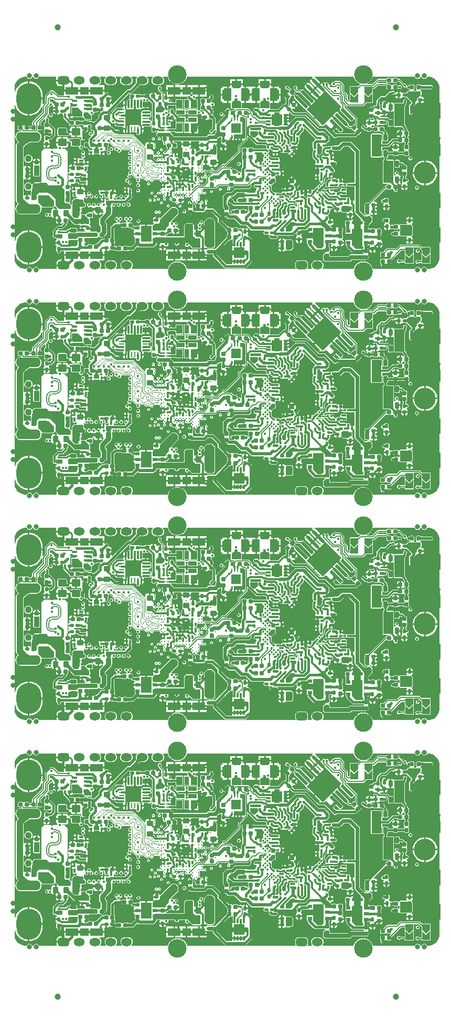
<source format=gbl>
G04*
G04 #@! TF.GenerationSoftware,Altium Limited,Altium Designer,19.1.6 (110)*
G04*
G04 Layer_Physical_Order=8*
G04 Layer_Color=16711680*
%FSLAX44Y44*%
%MOMM*%
G71*
G01*
G75*
%ADD10C,1.0000*%
%ADD11C,0.3090*%
%ADD12C,0.2000*%
%ADD13C,0.3000*%
G04:AMPARAMS|DCode=14|XSize=0.6mm|YSize=1mm|CornerRadius=0.075mm|HoleSize=0mm|Usage=FLASHONLY|Rotation=270.000|XOffset=0mm|YOffset=0mm|HoleType=Round|Shape=RoundedRectangle|*
%AMROUNDEDRECTD14*
21,1,0.6000,0.8500,0,0,270.0*
21,1,0.4500,1.0000,0,0,270.0*
1,1,0.1500,-0.4250,-0.2250*
1,1,0.1500,-0.4250,0.2250*
1,1,0.1500,0.4250,0.2250*
1,1,0.1500,0.4250,-0.2250*
%
%ADD14ROUNDEDRECTD14*%
G04:AMPARAMS|DCode=15|XSize=0.6mm|YSize=0.6mm|CornerRadius=0.06mm|HoleSize=0mm|Usage=FLASHONLY|Rotation=270.000|XOffset=0mm|YOffset=0mm|HoleType=Round|Shape=RoundedRectangle|*
%AMROUNDEDRECTD15*
21,1,0.6000,0.4800,0,0,270.0*
21,1,0.4800,0.6000,0,0,270.0*
1,1,0.1200,-0.2400,-0.2400*
1,1,0.1200,-0.2400,0.2400*
1,1,0.1200,0.2400,0.2400*
1,1,0.1200,0.2400,-0.2400*
%
%ADD15ROUNDEDRECTD15*%
G04:AMPARAMS|DCode=16|XSize=0.5mm|YSize=0.6mm|CornerRadius=0.05mm|HoleSize=0mm|Usage=FLASHONLY|Rotation=90.000|XOffset=0mm|YOffset=0mm|HoleType=Round|Shape=RoundedRectangle|*
%AMROUNDEDRECTD16*
21,1,0.5000,0.5000,0,0,90.0*
21,1,0.4000,0.6000,0,0,90.0*
1,1,0.1000,0.2500,0.2000*
1,1,0.1000,0.2500,-0.2000*
1,1,0.1000,-0.2500,-0.2000*
1,1,0.1000,-0.2500,0.2000*
%
%ADD16ROUNDEDRECTD16*%
%ADD21R,1.4000X1.3000*%
%ADD22R,2.0000X1.3000*%
G04:AMPARAMS|DCode=24|XSize=0.5mm|YSize=0.6mm|CornerRadius=0.05mm|HoleSize=0mm|Usage=FLASHONLY|Rotation=0.000|XOffset=0mm|YOffset=0mm|HoleType=Round|Shape=RoundedRectangle|*
%AMROUNDEDRECTD24*
21,1,0.5000,0.5000,0,0,0.0*
21,1,0.4000,0.6000,0,0,0.0*
1,1,0.1000,0.2000,-0.2500*
1,1,0.1000,-0.2000,-0.2500*
1,1,0.1000,-0.2000,0.2500*
1,1,0.1000,0.2000,0.2500*
%
%ADD24ROUNDEDRECTD24*%
%ADD29R,0.3000X0.3500*%
G04:AMPARAMS|DCode=35|XSize=1.3mm|YSize=0.8mm|CornerRadius=0.1mm|HoleSize=0mm|Usage=FLASHONLY|Rotation=270.000|XOffset=0mm|YOffset=0mm|HoleType=Round|Shape=RoundedRectangle|*
%AMROUNDEDRECTD35*
21,1,1.3000,0.6000,0,0,270.0*
21,1,1.1000,0.8000,0,0,270.0*
1,1,0.2000,-0.3000,-0.5500*
1,1,0.2000,-0.3000,0.5500*
1,1,0.2000,0.3000,0.5500*
1,1,0.2000,0.3000,-0.5500*
%
%ADD35ROUNDEDRECTD35*%
G04:AMPARAMS|DCode=37|XSize=0.6mm|YSize=0.6mm|CornerRadius=0.06mm|HoleSize=0mm|Usage=FLASHONLY|Rotation=0.000|XOffset=0mm|YOffset=0mm|HoleType=Round|Shape=RoundedRectangle|*
%AMROUNDEDRECTD37*
21,1,0.6000,0.4800,0,0,0.0*
21,1,0.4800,0.6000,0,0,0.0*
1,1,0.1200,0.2400,-0.2400*
1,1,0.1200,-0.2400,-0.2400*
1,1,0.1200,-0.2400,0.2400*
1,1,0.1200,0.2400,0.2400*
%
%ADD37ROUNDEDRECTD37*%
G04:AMPARAMS|DCode=38|XSize=1mm|YSize=0.9mm|CornerRadius=0.1125mm|HoleSize=0mm|Usage=FLASHONLY|Rotation=0.000|XOffset=0mm|YOffset=0mm|HoleType=Round|Shape=RoundedRectangle|*
%AMROUNDEDRECTD38*
21,1,1.0000,0.6750,0,0,0.0*
21,1,0.7750,0.9000,0,0,0.0*
1,1,0.2250,0.3875,-0.3375*
1,1,0.2250,-0.3875,-0.3375*
1,1,0.2250,-0.3875,0.3375*
1,1,0.2250,0.3875,0.3375*
%
%ADD38ROUNDEDRECTD38*%
G04:AMPARAMS|DCode=39|XSize=1mm|YSize=0.9mm|CornerRadius=0.1125mm|HoleSize=0mm|Usage=FLASHONLY|Rotation=270.000|XOffset=0mm|YOffset=0mm|HoleType=Round|Shape=RoundedRectangle|*
%AMROUNDEDRECTD39*
21,1,1.0000,0.6750,0,0,270.0*
21,1,0.7750,0.9000,0,0,270.0*
1,1,0.2250,-0.3375,-0.3875*
1,1,0.2250,-0.3375,0.3875*
1,1,0.2250,0.3375,0.3875*
1,1,0.2250,0.3375,-0.3875*
%
%ADD39ROUNDEDRECTD39*%
%ADD46R,4.0000X2.0000*%
%ADD48R,0.3500X0.3000*%
%ADD54C,0.3500*%
%ADD55C,0.4000*%
%ADD56C,0.1000*%
%ADD57C,0.1500*%
%ADD59C,0.5000*%
%ADD61C,0.2500*%
%ADD62C,0.6000*%
%ADD63C,0.3500*%
%ADD64C,0.3100*%
%ADD65C,0.1100*%
%ADD66C,0.4500*%
%ADD68C,0.8000*%
%ADD69C,3.5000*%
%ADD70C,1.1000*%
%ADD71O,4.0000X1.6000*%
G04:AMPARAMS|DCode=72|XSize=1.8mm|YSize=1.3mm|CornerRadius=0.325mm|HoleSize=0mm|Usage=FLASHONLY|Rotation=0.000|XOffset=0mm|YOffset=0mm|HoleType=Round|Shape=RoundedRectangle|*
%AMROUNDEDRECTD72*
21,1,1.8000,0.6500,0,0,0.0*
21,1,1.1500,1.3000,0,0,0.0*
1,1,0.6500,0.5750,-0.3250*
1,1,0.6500,-0.5750,-0.3250*
1,1,0.6500,-0.5750,0.3250*
1,1,0.6500,0.5750,0.3250*
%
%ADD72ROUNDEDRECTD72*%
%ADD73O,1.8000X1.3000*%
%ADD74C,3.0000*%
%ADD75O,4.0000X5.0000*%
%ADD76C,0.4000*%
%ADD77C,0.3000*%
%ADD78C,0.5000*%
%ADD79C,0.8000*%
%ADD80C,1.0000*%
%ADD82C,0.6500*%
%ADD84C,0.2300*%
%ADD86C,0.9000*%
%ADD88C,0.2200*%
%ADD89R,0.5250X0.2500*%
%ADD90R,0.5000X0.5000*%
%ADD91R,1.5500X1.0000*%
%ADD92R,1.2000X1.6000*%
%ADD93R,0.9500X1.6000*%
%ADD94R,1.2000X1.2000*%
%ADD95R,1.2000X2.1500*%
G04:AMPARAMS|DCode=96|XSize=0.6mm|YSize=0.6mm|CornerRadius=0.06mm|HoleSize=0mm|Usage=FLASHONLY|Rotation=225.000|XOffset=0mm|YOffset=0mm|HoleType=Round|Shape=RoundedRectangle|*
%AMROUNDEDRECTD96*
21,1,0.6000,0.4800,0,0,225.0*
21,1,0.4800,0.6000,0,0,225.0*
1,1,0.1200,-0.3394,0.0000*
1,1,0.1200,0.0000,0.3394*
1,1,0.1200,0.3394,0.0000*
1,1,0.1200,0.0000,-0.3394*
%
%ADD96ROUNDEDRECTD96*%
G04:AMPARAMS|DCode=97|XSize=0.55mm|YSize=2.6mm|CornerRadius=0.1375mm|HoleSize=0mm|Usage=FLASHONLY|Rotation=225.000|XOffset=0mm|YOffset=0mm|HoleType=Round|Shape=RoundedRectangle|*
%AMROUNDEDRECTD97*
21,1,0.5500,2.3250,0,0,225.0*
21,1,0.2750,2.6000,0,0,225.0*
1,1,0.2750,-0.9192,0.7248*
1,1,0.2750,-0.7248,0.9192*
1,1,0.2750,0.9192,-0.7248*
1,1,0.2750,0.7248,-0.9192*
%
%ADD97ROUNDEDRECTD97*%
G04:AMPARAMS|DCode=98|XSize=3.6mm|YSize=4.2mm|CornerRadius=0mm|HoleSize=0mm|Usage=FLASHONLY|Rotation=135.000|XOffset=0mm|YOffset=0mm|HoleType=Round|Shape=Rectangle|*
%AMROTATEDRECTD98*
4,1,4,2.7577,0.2121,-0.2121,-2.7577,-2.7577,-0.2121,0.2121,2.7577,2.7577,0.2121,0.0*
%
%ADD98ROTATEDRECTD98*%

G04:AMPARAMS|DCode=99|XSize=0.5mm|YSize=0.6mm|CornerRadius=0.05mm|HoleSize=0mm|Usage=FLASHONLY|Rotation=315.000|XOffset=0mm|YOffset=0mm|HoleType=Round|Shape=RoundedRectangle|*
%AMROUNDEDRECTD99*
21,1,0.5000,0.5000,0,0,315.0*
21,1,0.4000,0.6000,0,0,315.0*
1,1,0.1000,-0.0354,-0.3182*
1,1,0.1000,-0.3182,-0.0354*
1,1,0.1000,0.0354,0.3182*
1,1,0.1000,0.3182,0.0354*
%
%ADD99ROUNDEDRECTD99*%
G04:AMPARAMS|DCode=100|XSize=0.6mm|YSize=0.6mm|CornerRadius=0.06mm|HoleSize=0mm|Usage=FLASHONLY|Rotation=135.000|XOffset=0mm|YOffset=0mm|HoleType=Round|Shape=RoundedRectangle|*
%AMROUNDEDRECTD100*
21,1,0.6000,0.4800,0,0,135.0*
21,1,0.4800,0.6000,0,0,135.0*
1,1,0.1200,0.0000,0.3394*
1,1,0.1200,0.3394,0.0000*
1,1,0.1200,0.0000,-0.3394*
1,1,0.1200,-0.3394,0.0000*
%
%ADD100ROUNDEDRECTD100*%
%ADD101R,1.7000X2.5000*%
%ADD102R,0.7000X0.5000*%
G04:AMPARAMS|DCode=103|XSize=1.3mm|YSize=0.8mm|CornerRadius=0.1mm|HoleSize=0mm|Usage=FLASHONLY|Rotation=180.000|XOffset=0mm|YOffset=0mm|HoleType=Round|Shape=RoundedRectangle|*
%AMROUNDEDRECTD103*
21,1,1.3000,0.6000,0,0,180.0*
21,1,1.1000,0.8000,0,0,180.0*
1,1,0.2000,-0.5500,0.3000*
1,1,0.2000,0.5500,0.3000*
1,1,0.2000,0.5500,-0.3000*
1,1,0.2000,-0.5500,-0.3000*
%
%ADD103ROUNDEDRECTD103*%
G04:AMPARAMS|DCode=104|XSize=0.6mm|YSize=1mm|CornerRadius=0.075mm|HoleSize=0mm|Usage=FLASHONLY|Rotation=0.000|XOffset=0mm|YOffset=0mm|HoleType=Round|Shape=RoundedRectangle|*
%AMROUNDEDRECTD104*
21,1,0.6000,0.8500,0,0,0.0*
21,1,0.4500,1.0000,0,0,0.0*
1,1,0.1500,0.2250,-0.4250*
1,1,0.1500,-0.2250,-0.4250*
1,1,0.1500,-0.2250,0.4250*
1,1,0.1500,0.2250,0.4250*
%
%ADD104ROUNDEDRECTD104*%
G04:AMPARAMS|DCode=105|XSize=0.3mm|YSize=0.35mm|CornerRadius=0mm|HoleSize=0mm|Usage=FLASHONLY|Rotation=225.000|XOffset=0mm|YOffset=0mm|HoleType=Round|Shape=Rectangle|*
%AMROTATEDRECTD105*
4,1,4,-0.0177,0.2298,0.2298,-0.0177,0.0177,-0.2298,-0.2298,0.0177,-0.0177,0.2298,0.0*
%
%ADD105ROTATEDRECTD105*%

G04:AMPARAMS|DCode=106|XSize=0.3mm|YSize=0.35mm|CornerRadius=0mm|HoleSize=0mm|Usage=FLASHONLY|Rotation=315.000|XOffset=0mm|YOffset=0mm|HoleType=Round|Shape=Rectangle|*
%AMROTATEDRECTD106*
4,1,4,-0.2298,-0.0177,0.0177,0.2298,0.2298,0.0177,-0.0177,-0.2298,-0.2298,-0.0177,0.0*
%
%ADD106ROTATEDRECTD106*%

%ADD107R,0.8500X0.4000*%
%ADD108R,1.6000X1.6000*%
%ADD109R,0.2500X0.6250*%
G04:AMPARAMS|DCode=110|XSize=1.4mm|YSize=1.2mm|CornerRadius=0.15mm|HoleSize=0mm|Usage=FLASHONLY|Rotation=0.000|XOffset=0mm|YOffset=0mm|HoleType=Round|Shape=RoundedRectangle|*
%AMROUNDEDRECTD110*
21,1,1.4000,0.9000,0,0,0.0*
21,1,1.1000,1.2000,0,0,0.0*
1,1,0.3000,0.5500,-0.4500*
1,1,0.3000,-0.5500,-0.4500*
1,1,0.3000,-0.5500,0.4500*
1,1,0.3000,0.5500,0.4500*
%
%ADD110ROUNDEDRECTD110*%
%ADD111R,2.5000X2.5000*%
%ADD112O,0.2500X0.9000*%
%ADD113O,0.9000X0.2500*%
%ADD114R,0.7000X1.3500*%
%ADD115R,1.3500X0.7000*%
%ADD116R,1.0000X1.3500*%
%ADD117R,1.7000X1.7000*%
%ADD118R,0.6500X0.3000*%
%ADD119R,1.7000X1.7000*%
%ADD120R,0.3000X0.6500*%
%ADD121C,0.5500*%
%ADD122C,0.1800*%
%ADD123C,0.1700*%
%ADD124C,0.3700*%
%ADD125C,0.3800*%
%ADD126C,0.2400*%
G36*
X675239Y1402071D02*
X678508Y1400717D01*
X681449Y1398751D01*
X683951Y1396250D01*
X685917Y1393308D01*
X687271Y1390039D01*
X687961Y1386569D01*
Y1384800D01*
Y1360759D01*
X689500D01*
X689500Y1338800D01*
D01*
Y1338627D01*
Y1337350D01*
D01*
X689500Y1335635D01*
X687961D01*
X687961Y1305315D01*
X689500D01*
X689500Y1302150D01*
X687961D01*
X687961Y1294400D01*
X689500D01*
X689500Y1274850D01*
X687961D01*
Y1215715D01*
X687961D01*
D01*
X689500D01*
X689500Y1190635D01*
X687961D01*
X687961Y1160315D01*
X689500D01*
X689500Y1157150D01*
X689500D01*
X689500Y1135235D01*
X687961D01*
Y1111100D01*
Y1109331D01*
X687271Y1105861D01*
X685917Y1102592D01*
X683951Y1099651D01*
X681450Y1097149D01*
X678508Y1095183D01*
X675239Y1093829D01*
X671769Y1093139D01*
X668401D01*
X667355Y1094705D01*
X665701Y1095810D01*
X663750Y1096198D01*
X661799Y1095810D01*
X660145Y1094705D01*
X659099Y1093139D01*
X657651D01*
X656605Y1094705D01*
X654951Y1095810D01*
X653000Y1096198D01*
X651049Y1095810D01*
X649395Y1094705D01*
X648349Y1093139D01*
X580495D01*
X579854Y1095253D01*
X578368Y1098032D01*
X576368Y1100469D01*
X573932Y1102468D01*
X571153Y1103954D01*
X568137Y1104869D01*
X565000Y1105178D01*
X561864Y1104869D01*
X558847Y1103954D01*
X556068Y1102468D01*
X553632Y1100469D01*
X551632Y1098032D01*
X550146Y1095253D01*
X549505Y1093139D01*
X499643D01*
X499150Y1094139D01*
X500016Y1095268D01*
X500771Y1097092D01*
X501029Y1099050D01*
X500771Y1101008D01*
X500016Y1102833D01*
X498813Y1104399D01*
X497247Y1105602D01*
X495422Y1106357D01*
X493464Y1106615D01*
X488464D01*
X486507Y1106357D01*
X484682Y1105602D01*
X483115Y1104399D01*
X481913Y1102833D01*
X481157Y1101008D01*
X480900Y1099050D01*
X481157Y1097092D01*
X481913Y1095268D01*
X482779Y1094139D01*
X482286Y1093139D01*
X475680D01*
X475209Y1094021D01*
X475289Y1094142D01*
X475619Y1095800D01*
Y1102300D01*
X475289Y1103959D01*
X474350Y1105364D01*
X472944Y1106304D01*
X471286Y1106634D01*
X459786D01*
X458128Y1106304D01*
X456722Y1105364D01*
X455782Y1103959D01*
X455453Y1102300D01*
Y1095800D01*
X455782Y1094142D01*
X455863Y1094021D01*
X455392Y1093139D01*
X280495D01*
X279854Y1095253D01*
X278368Y1098032D01*
X276369Y1100469D01*
X273932Y1102468D01*
X271153Y1103954D01*
X268137Y1104869D01*
X265000Y1105178D01*
X261863Y1104869D01*
X258847Y1103954D01*
X256068Y1102468D01*
X253631Y1100469D01*
X251632Y1098032D01*
X250146Y1095253D01*
X249505Y1093139D01*
X191786D01*
X191292Y1094139D01*
X192158Y1095268D01*
X192914Y1097092D01*
X193172Y1099050D01*
X192914Y1101008D01*
X192158Y1102833D01*
X190956Y1104399D01*
X189389Y1105601D01*
X187565Y1106357D01*
X185607Y1106615D01*
X180607D01*
X178649Y1106357D01*
X176825Y1105601D01*
X175258Y1104399D01*
X174056Y1102833D01*
X173300Y1101008D01*
X173043Y1099050D01*
X173300Y1097092D01*
X174056Y1095268D01*
X174922Y1094139D01*
X174429Y1093139D01*
X166357D01*
X165864Y1094139D01*
X166730Y1095268D01*
X167486Y1097092D01*
X167743Y1099050D01*
X167486Y1101008D01*
X166730Y1102833D01*
X165528Y1104399D01*
X163961Y1105601D01*
X162136Y1106357D01*
X160179Y1106615D01*
X155179D01*
X153221Y1106357D01*
X151396Y1105601D01*
X149830Y1104399D01*
X148627Y1102833D01*
X147872Y1101008D01*
X147614Y1099050D01*
X147872Y1097092D01*
X148627Y1095268D01*
X149493Y1094139D01*
X149000Y1093139D01*
X140928D01*
X140435Y1094139D01*
X141301Y1095268D01*
X142057Y1097092D01*
X142315Y1099050D01*
X142057Y1101008D01*
X141301Y1102833D01*
X140099Y1104399D01*
X138912Y1105310D01*
X139251Y1106310D01*
X147290D01*
Y1114080D01*
X134750D01*
Y1116620D01*
X147290D01*
Y1121873D01*
X147750Y1122251D01*
X148980D01*
Y1127350D01*
X151520D01*
Y1122251D01*
X152750D01*
X153936Y1122487D01*
X154942Y1123158D01*
X155404Y1123850D01*
X157250D01*
Y1123850D01*
X157327Y1123902D01*
X157750Y1123727D01*
X159332D01*
X160008Y1123274D01*
X161179Y1123041D01*
X164166D01*
X164221Y1123018D01*
X164930Y1123010D01*
X166131Y1122946D01*
X166594Y1122894D01*
X166980Y1122830D01*
X167275Y1122759D01*
X167465Y1122693D01*
X167510Y1122670D01*
X167575Y1122626D01*
X167607Y1122600D01*
X167649Y1122499D01*
X167936Y1122380D01*
X168194Y1122205D01*
X168205Y1122207D01*
X168226Y1122193D01*
X168850Y1122069D01*
X173650D01*
X174274Y1122193D01*
X174804Y1122547D01*
X174839Y1122600D01*
X177661Y1122600D01*
X177696Y1122547D01*
X178226Y1122193D01*
X178850Y1122069D01*
X183650D01*
X184274Y1122193D01*
X184370Y1122257D01*
X188311Y1122515D01*
X189229Y1122518D01*
X189262Y1122532D01*
X192500D01*
X193866Y1122803D01*
X195023Y1123577D01*
X200750Y1129304D01*
X201227Y1128827D01*
X202384Y1128053D01*
X203750Y1127782D01*
X225500D01*
X226866Y1128053D01*
X228023Y1128827D01*
X231273Y1132077D01*
X232047Y1133235D01*
X232297Y1134492D01*
X237043D01*
X237060Y1134475D01*
X237358Y1133493D01*
X237058Y1133292D01*
X236386Y1132287D01*
X236150Y1131100D01*
Y1129870D01*
X241250D01*
Y1128600D01*
X242520D01*
Y1123001D01*
X243250D01*
X244436Y1123237D01*
X245442Y1123909D01*
X246114Y1124914D01*
X246350Y1126100D01*
Y1128932D01*
X247123Y1129567D01*
X247250Y1129541D01*
X248421Y1129774D01*
X249413Y1130437D01*
X250076Y1131430D01*
X250309Y1132600D01*
X250131Y1133493D01*
X250705Y1134492D01*
X260681D01*
Y1134350D01*
X260953Y1132985D01*
X261727Y1131827D01*
X262884Y1131053D01*
X264250Y1130782D01*
X265616Y1131053D01*
X266773Y1131827D01*
X267547Y1132985D01*
X267819Y1134350D01*
Y1134492D01*
X277705D01*
X278239Y1133493D01*
X277924Y1133021D01*
X277691Y1131850D01*
X277924Y1130680D01*
X278587Y1129687D01*
X279580Y1129024D01*
X280750Y1128791D01*
X281921Y1129024D01*
X282913Y1129687D01*
X283536Y1130620D01*
X283703Y1130770D01*
X284544Y1131025D01*
X288985Y1126585D01*
X288985Y1126585D01*
X289750Y1126268D01*
X301750Y1126268D01*
X302515Y1126585D01*
X302832Y1127350D01*
X312219D01*
X312985Y1126585D01*
X313750Y1126268D01*
X321750D01*
X322515Y1126585D01*
X322515Y1126585D01*
X325765Y1129835D01*
X326082Y1130600D01*
Y1169600D01*
X326082Y1169600D01*
X325765Y1170366D01*
X325765Y1170366D01*
X321265Y1174866D01*
X320500Y1175183D01*
X313750D01*
X313750Y1175183D01*
X312985Y1174866D01*
X312985Y1174865D01*
X308485Y1170366D01*
X308168Y1169600D01*
Y1155850D01*
X305363D01*
X305017Y1156367D01*
X304088Y1156989D01*
X304309Y1158100D01*
X304076Y1159271D01*
X303413Y1160263D01*
X303309Y1160332D01*
X303163Y1161437D01*
X303211Y1161509D01*
X303826Y1162430D01*
X304059Y1163600D01*
X303904Y1164380D01*
X303836Y1164780D01*
X304572Y1165455D01*
X304921Y1165524D01*
X305913Y1166187D01*
X306576Y1167180D01*
X306809Y1168350D01*
X306576Y1169521D01*
X305913Y1170513D01*
X304921Y1171176D01*
X303750Y1171409D01*
X302579Y1171176D01*
X301587Y1170513D01*
X300924Y1169521D01*
X300691Y1168350D01*
X300846Y1167570D01*
X300914Y1167170D01*
X300179Y1166496D01*
X299830Y1166426D01*
X298837Y1165763D01*
X298174Y1164771D01*
X297941Y1163600D01*
X298174Y1162430D01*
X298837Y1161437D01*
X298941Y1161368D01*
X299087Y1160263D01*
X299039Y1160191D01*
X298424Y1159271D01*
X298191Y1158100D01*
X297668Y1157462D01*
X295625D01*
X295018Y1157341D01*
X297000D01*
X297013Y1156820D01*
X297050Y1156358D01*
X297113Y1155956D01*
X297200Y1155614D01*
X297313Y1155331D01*
X297450Y1155107D01*
X297612Y1154944D01*
X297800Y1154840D01*
X298013Y1154796D01*
X298250Y1154811D01*
X294594Y1154152D01*
X294576Y1154159D01*
X294560Y1154235D01*
X294546Y1154380D01*
X294515Y1155233D01*
X294501Y1157238D01*
X294195Y1157178D01*
X292983Y1156367D01*
X292582Y1155768D01*
X291582Y1156072D01*
Y1164600D01*
X291583Y1164600D01*
X291266Y1165366D01*
X291265Y1165366D01*
X290265Y1166366D01*
X290265Y1166366D01*
X289500Y1166683D01*
X279500Y1166683D01*
X279500Y1166683D01*
X278735Y1166366D01*
X275735Y1163365D01*
X275418Y1162600D01*
X275418Y1146415D01*
X274711Y1145708D01*
X246578D01*
X246552Y1145720D01*
X245969Y1146708D01*
X246088Y1146925D01*
X246152Y1146968D01*
X246518Y1147007D01*
X247024Y1147018D01*
X247181Y1147087D01*
X247976Y1147245D01*
X248803Y1147798D01*
X249897Y1148892D01*
X249971Y1148920D01*
X251135Y1150003D01*
X251608Y1150383D01*
X252030Y1150678D01*
X252274Y1150819D01*
X253387D01*
X253476Y1150782D01*
X253560Y1150817D01*
X253648Y1150796D01*
X253686Y1150819D01*
X254650D01*
X255274Y1150943D01*
X255804Y1151297D01*
X255839Y1151350D01*
X256867D01*
X256892Y1151225D01*
X257586Y1150186D01*
X258625Y1149492D01*
X259850Y1149249D01*
X260980D01*
Y1154850D01*
X262250D01*
Y1156120D01*
X267852D01*
Y1157250D01*
X267608Y1158475D01*
X266914Y1159514D01*
X265875Y1160208D01*
X264650Y1160452D01*
X263118D01*
X262430Y1161452D01*
X262503Y1161821D01*
X262579Y1162120D01*
X263415Y1162924D01*
X263921Y1163024D01*
X264913Y1163687D01*
X265576Y1164680D01*
X265809Y1165850D01*
X265576Y1167021D01*
X264913Y1168013D01*
X263921Y1168676D01*
X262750Y1168909D01*
X261579Y1168676D01*
X260587Y1168013D01*
X260189Y1167417D01*
X259061D01*
X258663Y1168013D01*
X257670Y1168676D01*
X256500Y1168909D01*
X255329Y1168676D01*
X255153Y1168558D01*
X254516Y1169335D01*
X266515Y1181335D01*
X266832Y1182100D01*
Y1188350D01*
X266832Y1188350D01*
X266515Y1189116D01*
X263265Y1192366D01*
X262500Y1192683D01*
X256000D01*
X255235Y1192366D01*
X237969Y1175100D01*
X236404Y1175100D01*
X235942Y1175792D01*
X234936Y1176464D01*
X233750Y1176700D01*
X232520D01*
Y1171600D01*
X231250D01*
Y1170330D01*
X225651D01*
Y1169600D01*
X225886Y1168414D01*
X226558Y1167409D01*
X226741Y1167286D01*
X226868Y1165999D01*
X225509Y1164640D01*
X216020D01*
Y1149600D01*
X213480D01*
Y1164640D01*
X203710D01*
Y1162600D01*
X197516D01*
X197454Y1162638D01*
X197365Y1162617D01*
X197281Y1162652D01*
X197155Y1162600D01*
X196250D01*
Y1161896D01*
X196192Y1161873D01*
X195969Y1161814D01*
X195674Y1161762D01*
X194817Y1161693D01*
X194663Y1161851D01*
X193871Y1162733D01*
X193596Y1163079D01*
X193392Y1163371D01*
X193281Y1163560D01*
Y1163823D01*
X193318Y1163912D01*
X193281Y1164002D01*
Y1164132D01*
X193287Y1164170D01*
X193281Y1164178D01*
Y1166000D01*
X193157Y1166625D01*
X192804Y1167154D01*
X192274Y1167507D01*
X191650Y1167632D01*
X188911D01*
X188377Y1168632D01*
X188576Y1168930D01*
X188753Y1169821D01*
X188829Y1170120D01*
X189665Y1170924D01*
X190171Y1171024D01*
X191163Y1171687D01*
X191826Y1172680D01*
X192059Y1173850D01*
X191826Y1175021D01*
X191163Y1176013D01*
X190171Y1176676D01*
X189000Y1176909D01*
X187829Y1176676D01*
X186837Y1176013D01*
X186306Y1175218D01*
X185865Y1175129D01*
X185636D01*
X185194Y1175218D01*
X184663Y1176013D01*
X183671Y1176676D01*
X182500Y1176909D01*
X181329Y1176676D01*
X180337Y1176013D01*
X179674Y1175021D01*
X179441Y1173850D01*
X179674Y1172680D01*
X180337Y1171687D01*
X181329Y1171024D01*
X181835Y1170924D01*
X182671Y1170120D01*
X182747Y1169821D01*
X182924Y1168930D01*
X183004Y1168809D01*
X182637Y1167560D01*
X182507Y1167503D01*
X182274Y1167507D01*
X181650Y1167632D01*
X176850D01*
X176226Y1167507D01*
X176205Y1167494D01*
X176194Y1167496D01*
X175936Y1167321D01*
X175649Y1167202D01*
X175607Y1167101D01*
X175575Y1167075D01*
X175510Y1167030D01*
X175465Y1167008D01*
X175275Y1166941D01*
X174981Y1166871D01*
X174616Y1166810D01*
X172921Y1166691D01*
X172221Y1166683D01*
X172075Y1166843D01*
X171913Y1167937D01*
X172576Y1168930D01*
X172753Y1169821D01*
X172829Y1170120D01*
X173665Y1170924D01*
X174170Y1171024D01*
X175163Y1171687D01*
X175826Y1172680D01*
X176059Y1173850D01*
X175826Y1175021D01*
X175163Y1176013D01*
X174170Y1176676D01*
X173000Y1176909D01*
X171829Y1176676D01*
X170837Y1176013D01*
X170439Y1175417D01*
X169311D01*
X168913Y1176013D01*
X167920Y1176676D01*
X166750Y1176909D01*
X165579Y1176676D01*
X164587Y1176013D01*
X163924Y1175021D01*
X163691Y1173850D01*
X163924Y1172680D01*
X164587Y1171687D01*
X165579Y1171024D01*
X165845Y1170972D01*
X166691Y1170100D01*
X166924Y1168930D01*
X167587Y1167937D01*
X168004Y1167659D01*
X167700Y1166659D01*
X164500D01*
X164500Y1166659D01*
X163330Y1166426D01*
X162337Y1165763D01*
X158087Y1161513D01*
X157424Y1160521D01*
X157191Y1159350D01*
X157191Y1159350D01*
Y1145684D01*
X157168Y1145629D01*
X157160Y1144920D01*
X157096Y1143719D01*
X157044Y1143256D01*
X156980Y1142870D01*
X156909Y1142575D01*
X156843Y1142385D01*
X156820Y1142340D01*
X156776Y1142275D01*
X156750Y1142243D01*
X156649Y1142201D01*
X156607Y1142100D01*
X153839D01*
X153804Y1142154D01*
X153274Y1142507D01*
X152650Y1142632D01*
X147850D01*
X147226Y1142507D01*
X147194Y1142486D01*
X147169Y1142490D01*
X146926Y1142316D01*
X146649Y1142201D01*
X146601Y1142086D01*
X146592Y1142083D01*
X146564Y1142057D01*
X146496Y1142009D01*
X146491Y1142001D01*
X146469Y1141988D01*
X146321Y1141930D01*
X146081Y1141865D01*
X145784Y1141808D01*
X144333Y1141690D01*
X143736Y1141683D01*
X143622Y1141633D01*
X142579Y1141426D01*
X141587Y1140763D01*
X141587Y1140763D01*
X136072Y1135248D01*
X136018Y1135227D01*
X135475Y1134706D01*
X134964Y1134261D01*
X134471Y1133874D01*
X133996Y1133546D01*
X133541Y1133274D01*
X133108Y1133059D01*
X132698Y1132897D01*
X132311Y1132786D01*
X131946Y1132722D01*
X131535Y1132697D01*
X131262Y1132564D01*
X130976Y1132507D01*
X130447Y1132154D01*
X130411Y1132100D01*
X127589D01*
X127554Y1132154D01*
X127024Y1132507D01*
X126400Y1132632D01*
X121836D01*
X121291Y1133091D01*
X120995Y1133531D01*
X121059Y1133850D01*
X121059Y1133850D01*
Y1135716D01*
X121554Y1136047D01*
X121907Y1136576D01*
X122031Y1137200D01*
Y1142000D01*
X121928Y1142518D01*
X121974Y1142723D01*
X122513Y1143518D01*
X135250Y1143518D01*
X136015Y1143835D01*
X136265Y1144085D01*
X136582Y1144850D01*
X138825D01*
X138895Y1144745D01*
X140549Y1143640D01*
X142500Y1143252D01*
X144451Y1143640D01*
X146105Y1144745D01*
X149855Y1148495D01*
X150960Y1150149D01*
X151348Y1152100D01*
Y1164100D01*
X150960Y1166051D01*
X149855Y1167705D01*
X148848Y1168712D01*
Y1170739D01*
X157855Y1179746D01*
X158960Y1181400D01*
X159314Y1183177D01*
X159627Y1183646D01*
X159792Y1184475D01*
Y1192225D01*
X159627Y1193054D01*
X159157Y1193757D01*
X159189Y1194490D01*
X160044Y1194352D01*
X160087Y1194287D01*
X161080Y1193624D01*
X162250Y1193392D01*
X163421Y1193624D01*
X164413Y1194287D01*
X165076Y1195280D01*
X165309Y1196450D01*
X165076Y1197621D01*
X164962Y1197791D01*
X165497Y1198791D01*
X167003D01*
X167538Y1197791D01*
X167424Y1197621D01*
X167191Y1196450D01*
X167424Y1195280D01*
X168087Y1194287D01*
X169079Y1193624D01*
X170250Y1193392D01*
X171420Y1193624D01*
X172413Y1194287D01*
X173076Y1195280D01*
X173309Y1196450D01*
X173076Y1197621D01*
X172962Y1197791D01*
X173496Y1198791D01*
X175004D01*
X175538Y1197791D01*
X175424Y1197621D01*
X175191Y1196450D01*
X175424Y1195280D01*
X176087Y1194287D01*
X177080Y1193624D01*
X178250Y1193392D01*
X179421Y1193624D01*
X180413Y1194287D01*
X181076Y1195280D01*
X181309Y1196450D01*
X181076Y1197621D01*
X180962Y1197791D01*
X181101Y1198272D01*
X181468Y1198835D01*
X182421Y1199024D01*
X183413Y1199687D01*
X190913Y1207187D01*
X191034Y1207368D01*
X191302Y1207548D01*
X191855Y1208375D01*
X192049Y1209350D01*
X191855Y1210326D01*
X191302Y1211153D01*
X191299Y1211155D01*
Y1214615D01*
X191576Y1215030D01*
X191809Y1216200D01*
X191576Y1217371D01*
X191299Y1217786D01*
Y1220350D01*
X191250Y1220596D01*
Y1223100D01*
X187190D01*
Y1224640D01*
X184420D01*
Y1220350D01*
Y1216060D01*
X185719D01*
X185924Y1215030D01*
X186201Y1214615D01*
Y1211971D01*
X185822Y1211688D01*
X184541Y1211921D01*
X184413Y1212113D01*
X183421Y1212776D01*
X182250Y1213009D01*
X181079Y1212776D01*
X180087Y1212113D01*
X179424Y1211121D01*
X179191Y1209950D01*
X179424Y1208780D01*
X180087Y1207787D01*
X180902Y1207242D01*
X181227Y1206153D01*
X179983Y1204909D01*
X162490D01*
Y1207995D01*
X162661Y1208122D01*
X164019Y1207889D01*
X164087Y1207787D01*
X165080Y1207124D01*
X166250Y1206891D01*
X167421Y1207124D01*
X168413Y1207787D01*
X169076Y1208780D01*
X169309Y1209950D01*
X169076Y1211121D01*
X168413Y1212113D01*
X167421Y1212776D01*
X166250Y1213009D01*
X166190Y1213069D01*
X165850Y1213949D01*
Y1214580D01*
X160250D01*
Y1215850D01*
X158980D01*
Y1218222D01*
X157512Y1218227D01*
X157795Y1218257D01*
X158048Y1218351D01*
X158271Y1218507D01*
X158464Y1218726D01*
X158628Y1219007D01*
X158762Y1219352D01*
X158866Y1219759D01*
X158940Y1220229D01*
X158980Y1220702D01*
Y1220950D01*
X157750D01*
X156564Y1220714D01*
X155558Y1220042D01*
X155096Y1219350D01*
X153250D01*
Y1219350D01*
X153173Y1219299D01*
X152750Y1219474D01*
X147750D01*
X147199Y1219245D01*
X147117Y1219257D01*
X147090Y1219236D01*
X146776Y1219306D01*
X146090Y1219793D01*
Y1220180D01*
X141800D01*
X137510D01*
Y1217410D01*
X139050D01*
Y1213350D01*
X140139D01*
X140442Y1212350D01*
X140087Y1212113D01*
X139424Y1211121D01*
X139192Y1209950D01*
X139424Y1208780D01*
X140087Y1207787D01*
X141080Y1207124D01*
X142250Y1206891D01*
X143421Y1207124D01*
X144413Y1207787D01*
X145076Y1208780D01*
X145309Y1209950D01*
X145076Y1211121D01*
X144413Y1212113D01*
X144180Y1212269D01*
X144499Y1213258D01*
X145190Y1213235D01*
X145562Y1213198D01*
X145883Y1213149D01*
X146137Y1213091D01*
X146320Y1213031D01*
X146427Y1212982D01*
X146439Y1212974D01*
X146457Y1212944D01*
X146523Y1212894D01*
X146602Y1212702D01*
X146827Y1212609D01*
X146896Y1212528D01*
X147073Y1212437D01*
X147159Y1212373D01*
X147243Y1212284D01*
X147329Y1212160D01*
X147416Y1211990D01*
X147497Y1211768D01*
X147567Y1211491D01*
X147588Y1211365D01*
X147424Y1211121D01*
X147191Y1209950D01*
X147424Y1208780D01*
X148087Y1207787D01*
X149080Y1207124D01*
X150250Y1206891D01*
X151421Y1207124D01*
X152413Y1207787D01*
X152910Y1208531D01*
X153910Y1208235D01*
Y1204433D01*
X149750D01*
X149740Y1204439D01*
Y1205890D01*
X146970D01*
Y1201600D01*
X145700D01*
Y1200330D01*
X141660D01*
Y1198547D01*
X140660Y1198244D01*
X140413Y1198613D01*
X139421Y1199276D01*
X138250Y1199509D01*
X137080Y1199276D01*
X136087Y1198613D01*
X135424Y1197621D01*
X135191Y1196450D01*
X134791Y1195962D01*
X134232D01*
X133309Y1196450D01*
X133076Y1197621D01*
X132413Y1198613D01*
X131421Y1199276D01*
X130250Y1199509D01*
X129080Y1199276D01*
X128087Y1198613D01*
X127424Y1197621D01*
X127191Y1196450D01*
X127260Y1196104D01*
X126602Y1195291D01*
X125896Y1195314D01*
X125248Y1196144D01*
X125309Y1196450D01*
X125076Y1197621D01*
X124413Y1198613D01*
X123420Y1199276D01*
X122250Y1199509D01*
X121079Y1199276D01*
X120087Y1198613D01*
X119424Y1197621D01*
X119191Y1196450D01*
X119424Y1195280D01*
X120087Y1194287D01*
X120087D01*
X120087Y1194287D01*
X120111Y1194271D01*
X120113Y1194261D01*
X121774Y1192600D01*
X127000D01*
X127769Y1191832D01*
X127882Y1191771D01*
X128194Y1191660D01*
X128575Y1191565D01*
X129024Y1191488D01*
X129542Y1191428D01*
X129873Y1191409D01*
X129961Y1191417D01*
X130499Y1191500D01*
X130995Y1191617D01*
X131449Y1191766D01*
X131860Y1191949D01*
X132230Y1192166D01*
X132557Y1192415D01*
X132843Y1192698D01*
X133086Y1193014D01*
X132790Y1185350D01*
X132764Y1185730D01*
X132653Y1186070D01*
X132460Y1186370D01*
X132182Y1186630D01*
X131821Y1186850D01*
X131376Y1187030D01*
X130847Y1187170D01*
X130235Y1187270D01*
X130039Y1187287D01*
X129024Y1187213D01*
X128750Y1187166D01*
Y1184600D01*
X128500Y1184350D01*
X121270D01*
X121500Y1184196D01*
Y1183023D01*
X120232Y1182936D01*
X119743Y1182933D01*
X119630Y1182885D01*
X118579Y1182676D01*
X117587Y1182013D01*
X116924Y1181021D01*
X116895Y1180873D01*
X115799Y1180491D01*
X115289Y1180925D01*
X114934Y1181039D01*
X114588Y1181182D01*
X110250Y1181183D01*
X110250Y1181183D01*
X109832Y1181010D01*
X108956Y1181457D01*
X108832Y1181595D01*
Y1184810D01*
X110530D01*
Y1189100D01*
X111750D01*
Y1192350D01*
X115622Y1192350D01*
X115840Y1192568D01*
Y1193203D01*
X116384Y1193567D01*
X117268Y1194890D01*
X117578Y1196450D01*
X117268Y1198011D01*
X116384Y1199334D01*
X115061Y1200218D01*
X114542Y1200322D01*
Y1204225D01*
X114515Y1204357D01*
X114500Y1205350D01*
X114500Y1205350D01*
X114500Y1205350D01*
Y1207925D01*
X114691Y1208077D01*
X116033Y1207869D01*
X116087Y1207787D01*
X117080Y1207124D01*
X118250Y1206891D01*
X119421Y1207124D01*
X120413Y1207787D01*
X121076Y1208780D01*
X121309Y1209950D01*
X121076Y1211121D01*
X121728Y1211945D01*
X122500Y1211791D01*
X122696Y1211830D01*
X123023Y1211511D01*
X123390Y1210949D01*
X123191Y1209950D01*
X123424Y1208780D01*
X124087Y1207787D01*
X125080Y1207124D01*
X126250Y1206891D01*
X127421Y1207124D01*
X128413Y1207787D01*
X129076Y1208780D01*
X129309Y1209950D01*
X129076Y1211121D01*
X128413Y1212113D01*
X127421Y1212776D01*
X126250Y1213009D01*
X126054Y1212970D01*
X125727Y1213289D01*
X125360Y1213851D01*
X125559Y1214850D01*
X125326Y1216021D01*
X124663Y1217013D01*
X123671Y1217676D01*
X122500Y1217909D01*
X121329Y1217676D01*
X120337Y1217013D01*
X119674Y1216021D01*
X119441Y1214850D01*
X119674Y1213680D01*
X119022Y1212855D01*
X118250Y1213009D01*
X117080Y1212776D01*
X116660Y1212495D01*
X116091Y1212871D01*
X115850Y1213157D01*
X116112Y1214475D01*
Y1216580D01*
X108500D01*
Y1217850D01*
X107230D01*
Y1224962D01*
X104625D01*
X104040Y1224846D01*
X103040Y1225440D01*
Y1225440D01*
X100020D01*
Y1221400D01*
X98750D01*
Y1220130D01*
X94460D01*
Y1217360D01*
X96000D01*
Y1214456D01*
X95948Y1214331D01*
X96000Y1214205D01*
Y1214152D01*
X95986Y1214045D01*
X96000Y1213300D01*
X96000Y1213300D01*
X95975Y1213196D01*
X95924Y1213121D01*
X95691Y1211950D01*
X95924Y1210779D01*
X96587Y1209787D01*
X97580Y1209124D01*
X98750Y1208891D01*
X99921Y1209124D01*
X100913Y1209787D01*
X100967Y1209868D01*
X102308Y1210075D01*
X102500Y1209921D01*
Y1206533D01*
X98600D01*
X98600Y1206533D01*
X97835Y1206216D01*
X97835Y1206216D01*
X94735Y1203115D01*
X94417Y1202350D01*
X94418Y1197020D01*
X93875Y1196777D01*
X93418Y1196713D01*
X91250Y1198881D01*
Y1200761D01*
X91304Y1200797D01*
X91657Y1201326D01*
X91782Y1201950D01*
Y1204114D01*
X91828Y1204350D01*
Y1215350D01*
X91782Y1215587D01*
Y1217750D01*
X91657Y1218375D01*
X91304Y1218904D01*
X91250Y1218940D01*
X91250Y1219968D01*
X91375Y1219993D01*
X92414Y1220686D01*
X93108Y1221725D01*
X93352Y1222950D01*
Y1224080D01*
X87750D01*
Y1226620D01*
X93352D01*
Y1227750D01*
X93108Y1228975D01*
X92924Y1229251D01*
X93458Y1230251D01*
X96750D01*
X97936Y1230487D01*
X98942Y1231159D01*
X99404Y1231850D01*
X101250D01*
Y1231850D01*
X101327Y1231902D01*
X101750Y1231727D01*
X104269D01*
X105848Y1230148D01*
X106675Y1229595D01*
X107650Y1229401D01*
X110165D01*
X110579Y1229124D01*
X111750Y1228891D01*
X112422Y1229025D01*
X113350Y1229200D01*
X114142Y1229175D01*
X114265Y1229196D01*
X114380Y1229148D01*
X114506Y1229200D01*
X117410D01*
Y1227660D01*
X120180D01*
Y1231950D01*
Y1236240D01*
X117410D01*
Y1234700D01*
X114506D01*
X114380Y1234752D01*
X114265Y1234704D01*
X114142Y1234725D01*
X113350Y1234700D01*
X112422Y1234875D01*
X111750Y1235009D01*
X110579Y1234776D01*
X110165Y1234499D01*
X108706D01*
X108374Y1234831D01*
Y1237350D01*
X107898Y1238498D01*
X106750Y1238974D01*
X101750D01*
X101327Y1238799D01*
X101250Y1238850D01*
Y1238850D01*
X99404D01*
X98942Y1239542D01*
X98632Y1239749D01*
Y1240952D01*
X98942Y1241159D01*
X99404Y1241850D01*
X101250D01*
Y1241850D01*
X101327Y1241902D01*
X101750Y1241727D01*
X106750D01*
X107301Y1241955D01*
X107383Y1241944D01*
X107515Y1242044D01*
X107898Y1242202D01*
X107978Y1242394D01*
X108044Y1242444D01*
X108061Y1242474D01*
X108073Y1242482D01*
X108180Y1242532D01*
X108363Y1242591D01*
X108617Y1242649D01*
X108925Y1242697D01*
X108977Y1242701D01*
X109587Y1241787D01*
X110579Y1241124D01*
X111750Y1240891D01*
X112422Y1241025D01*
X113350Y1241200D01*
X114142Y1241175D01*
X114265Y1241196D01*
X114380Y1241148D01*
X114506Y1241200D01*
X117410D01*
Y1239660D01*
X120180D01*
Y1243950D01*
Y1248240D01*
X117910D01*
X117839Y1248425D01*
X117744Y1249240D01*
X118563Y1249787D01*
X119226Y1250780D01*
X119403Y1251669D01*
X119855Y1252345D01*
X120014Y1253143D01*
X120082Y1253300D01*
X120101Y1254296D01*
X120102Y1254300D01*
X120250D01*
Y1255205D01*
X120302Y1255331D01*
X120250Y1255456D01*
Y1258360D01*
X121456D01*
X121451Y1261130D01*
X117500D01*
X113210D01*
Y1259694D01*
X112210Y1258917D01*
X111750Y1259009D01*
X111383Y1258936D01*
X111163Y1258939D01*
X110339Y1258985D01*
X110049Y1259020D01*
X109823Y1259062D01*
X109773Y1259076D01*
X109554Y1259404D01*
X109024Y1259757D01*
X108400Y1259882D01*
X103600D01*
X102976Y1259757D01*
X102446Y1259404D01*
X102411Y1259350D01*
X101383D01*
X101358Y1259475D01*
X100664Y1260514D01*
X99625Y1261208D01*
X98400Y1261452D01*
X97270D01*
Y1255850D01*
X96000D01*
Y1254580D01*
X90399D01*
Y1253450D01*
X90642Y1252225D01*
X91218Y1251364D01*
X91069Y1250638D01*
X90893Y1250279D01*
X90564Y1250214D01*
X89558Y1249542D01*
X88886Y1248536D01*
X88651Y1247350D01*
Y1246620D01*
X94250D01*
Y1244080D01*
X88651D01*
Y1243350D01*
X88886Y1242164D01*
X89558Y1241159D01*
X89868Y1240952D01*
Y1239749D01*
X89558Y1239542D01*
X88886Y1238536D01*
X88651Y1237350D01*
Y1236620D01*
X94250D01*
Y1234080D01*
X91347D01*
X91391Y1232991D01*
X91342Y1233073D01*
X91267Y1233147D01*
X91165Y1233212D01*
X91038Y1233269D01*
X90885Y1233317D01*
X90705Y1233356D01*
X90499Y1233386D01*
X90267Y1233408D01*
X89726Y1233425D01*
Y1234080D01*
X88651D01*
Y1233350D01*
X88886Y1232164D01*
X89028Y1231952D01*
X88494Y1230952D01*
X86266D01*
X85852Y1231952D01*
X87500Y1233600D01*
X87500Y1282850D01*
X83000Y1287350D01*
X79112D01*
X78973Y1287628D01*
X79514Y1288481D01*
X84750D01*
X86327Y1288795D01*
X87663Y1289688D01*
X88556Y1291024D01*
X88869Y1292600D01*
Y1295830D01*
X69631D01*
Y1292600D01*
X69945Y1291024D01*
X70838Y1289688D01*
X72134Y1288821D01*
X71941Y1287850D01*
X71531Y1287350D01*
X50000Y1287350D01*
X45500Y1282850D01*
X45500Y1233350D01*
X45223Y1232683D01*
X39750Y1232682D01*
X34500Y1232682D01*
X33735Y1232365D01*
X31041Y1229672D01*
X31005Y1229653D01*
X29758Y1229775D01*
X29136Y1230586D01*
X27778Y1231628D01*
X26197Y1232283D01*
X24500Y1232506D01*
X22803Y1232283D01*
X21222Y1231628D01*
X19864Y1230586D01*
X18822Y1229228D01*
X18167Y1227647D01*
X17944Y1225950D01*
X18167Y1224253D01*
X18822Y1222672D01*
X19864Y1221314D01*
X21222Y1220273D01*
X22803Y1219617D01*
X24500Y1219394D01*
X26197Y1219617D01*
X27778Y1220273D01*
X28021Y1220459D01*
X28918Y1220016D01*
Y1218299D01*
X28735Y1218116D01*
X28418Y1217350D01*
Y1211757D01*
X27418Y1211454D01*
X27192Y1211792D01*
X26186Y1212464D01*
X25000Y1212700D01*
X23770D01*
Y1207600D01*
X21230D01*
Y1212700D01*
X20000D01*
X18814Y1212464D01*
X17808Y1211792D01*
X17618Y1211506D01*
X16618Y1211810D01*
Y1238203D01*
X17618Y1238506D01*
X17861Y1238141D01*
X18900Y1237447D01*
X20125Y1237204D01*
X21255D01*
Y1242805D01*
X22525D01*
Y1244075D01*
X28126D01*
Y1245205D01*
X27883Y1246430D01*
X27189Y1247469D01*
X26383Y1248007D01*
X26302Y1248413D01*
X26309Y1248816D01*
X26383Y1249118D01*
X27192Y1249659D01*
X27864Y1250664D01*
X28100Y1251850D01*
Y1252580D01*
X22500D01*
Y1253850D01*
X21230D01*
Y1258950D01*
X20000D01*
X18814Y1258714D01*
X17808Y1258042D01*
X17618Y1257757D01*
X16618Y1258060D01*
Y1289416D01*
X17983Y1290781D01*
X20109Y1292765D01*
X21417Y1293838D01*
X22660Y1294752D01*
X23827Y1295502D01*
X24913Y1296088D01*
X25913Y1296513D01*
X26821Y1296781D01*
X27429Y1296873D01*
X36500D01*
X38849Y1297182D01*
X41039Y1298089D01*
X42919Y1299531D01*
X44362Y1301411D01*
X45268Y1303601D01*
X45578Y1305950D01*
X45268Y1308300D01*
X44362Y1310489D01*
X42919Y1312369D01*
X41039Y1313812D01*
X38849Y1314718D01*
X38791Y1314726D01*
X38470Y1315673D01*
X39012Y1316215D01*
X39398Y1316794D01*
X39671Y1316729D01*
X39726Y1316693D01*
X40350Y1316569D01*
X45150D01*
X45774Y1316693D01*
X46304Y1317047D01*
X46657Y1317576D01*
X46781Y1318200D01*
Y1323000D01*
X46657Y1323625D01*
X46304Y1324154D01*
X45774Y1324507D01*
X45150Y1324632D01*
X44950D01*
X44939Y1324659D01*
X44900Y1324808D01*
X44865Y1325020D01*
X44841Y1325292D01*
X44832Y1325645D01*
X44789Y1325741D01*
Y1329505D01*
X50555Y1335271D01*
X51477Y1334779D01*
X51441Y1334600D01*
X51674Y1333430D01*
X51951Y1333015D01*
Y1331469D01*
X51918Y1331394D01*
X51904Y1330843D01*
X51865Y1330396D01*
X51805Y1330029D01*
X51731Y1329748D01*
X51654Y1329558D01*
X51592Y1329456D01*
X51565Y1329427D01*
X51416Y1329415D01*
X51349Y1329381D01*
X50726Y1329257D01*
X50196Y1328904D01*
X49843Y1328374D01*
X49719Y1327750D01*
Y1322950D01*
X49843Y1322326D01*
X50196Y1321797D01*
X50250Y1321761D01*
Y1318940D01*
X50196Y1318904D01*
X49843Y1318374D01*
X49719Y1317750D01*
Y1312950D01*
X49843Y1312326D01*
X50196Y1311797D01*
X50726Y1311443D01*
X51350Y1311319D01*
X56150D01*
X56774Y1311443D01*
X57079Y1311646D01*
X58985Y1311766D01*
X59504Y1311768D01*
X59571Y1311796D01*
X60866Y1312053D01*
X61451Y1312444D01*
X62451Y1311910D01*
Y1309906D01*
X59444Y1306899D01*
X59362D01*
X59288Y1306932D01*
X58824Y1306945D01*
X58440Y1306979D01*
X58109Y1307033D01*
X57832Y1307103D01*
X57610Y1307184D01*
X57440Y1307271D01*
X57316Y1307357D01*
X57228Y1307441D01*
X57163Y1307527D01*
X57072Y1307705D01*
X56992Y1307773D01*
X56898Y1307998D01*
X56561Y1308138D01*
X56440Y1308240D01*
X56335Y1308232D01*
X55750Y1308474D01*
X51750D01*
X50602Y1307998D01*
X50126Y1306850D01*
Y1301850D01*
X50302Y1301427D01*
X50250Y1301350D01*
X50250D01*
Y1299504D01*
X49558Y1299042D01*
X48886Y1298036D01*
X48650Y1296850D01*
Y1295620D01*
X53750D01*
X58850D01*
Y1296850D01*
X58614Y1298036D01*
X57942Y1299042D01*
X57250Y1299504D01*
Y1301280D01*
X57316Y1301343D01*
X57440Y1301429D01*
X57610Y1301516D01*
X57832Y1301597D01*
X58109Y1301667D01*
X58440Y1301721D01*
X58824Y1301756D01*
X59288Y1301768D01*
X59362Y1301801D01*
X60500D01*
X61475Y1301995D01*
X62302Y1302548D01*
X66802Y1307048D01*
X67355Y1307875D01*
X67549Y1308850D01*
Y1318600D01*
X67355Y1319576D01*
X66802Y1320403D01*
X60052Y1327153D01*
X59226Y1327705D01*
X58412Y1327867D01*
X57649Y1328390D01*
X57482Y1328644D01*
X57373Y1328929D01*
X57303Y1328960D01*
X57302Y1328961D01*
X57295Y1328976D01*
X57257Y1329094D01*
X57211Y1329301D01*
X57171Y1329565D01*
X57088Y1330846D01*
X57082Y1331378D01*
X57049Y1331456D01*
Y1333015D01*
X57326Y1333430D01*
X57559Y1334600D01*
X57326Y1335771D01*
X56663Y1336763D01*
X55671Y1337426D01*
X54500Y1337659D01*
X54321Y1337623D01*
X53829Y1338545D01*
X56442Y1341158D01*
X56442Y1341158D01*
X56884Y1341820D01*
X57039Y1342600D01*
Y1352256D01*
X60354Y1355571D01*
X60500Y1355542D01*
X61671Y1355774D01*
X62663Y1356437D01*
X63148Y1357164D01*
X64149Y1356861D01*
Y1355950D01*
X64392Y1354725D01*
X65086Y1353687D01*
X65846Y1353179D01*
X65914Y1352875D01*
X65894Y1352227D01*
X65846Y1352068D01*
X65058Y1351542D01*
X64386Y1350536D01*
X64151Y1349350D01*
Y1348620D01*
X69750D01*
Y1347350D01*
X71020D01*
Y1342251D01*
X72250D01*
X73436Y1342487D01*
X74442Y1343159D01*
X74904Y1343850D01*
X76750D01*
Y1343850D01*
X76827Y1343902D01*
X77250Y1343727D01*
X79785D01*
X80366Y1342727D01*
X80191Y1341850D01*
X80424Y1340680D01*
X80701Y1340265D01*
Y1338100D01*
X80895Y1337125D01*
X81448Y1336298D01*
X87244Y1330501D01*
X87275Y1330423D01*
X87860Y1329821D01*
X88837Y1328706D01*
X89211Y1328218D01*
X89525Y1327760D01*
X89771Y1327344D01*
X89951Y1326975D01*
X90069Y1326659D01*
X90130Y1326401D01*
X90155Y1326108D01*
X90214Y1325994D01*
X90204Y1325865D01*
X90310Y1325742D01*
X90343Y1325576D01*
X90696Y1325047D01*
X91226Y1324693D01*
X91850Y1324569D01*
X96650D01*
X97274Y1324693D01*
X97804Y1325047D01*
X97839Y1325100D01*
X100661D01*
X100696Y1325047D01*
X101226Y1324693D01*
X101850Y1324569D01*
X106650D01*
X107274Y1324693D01*
X107295Y1324707D01*
X107306Y1324705D01*
X107564Y1324880D01*
X107851Y1324999D01*
X107893Y1325100D01*
X107925Y1325126D01*
X107990Y1325170D01*
X108035Y1325193D01*
X108225Y1325259D01*
X108519Y1325330D01*
X108884Y1325390D01*
X110579Y1325510D01*
X110625Y1325510D01*
X110681Y1325510D01*
X111882Y1325446D01*
X112345Y1325394D01*
X112731Y1325330D01*
X113025Y1325259D01*
X113216Y1325193D01*
X113260Y1325170D01*
X113260Y1325170D01*
X113327Y1325124D01*
X113358Y1325099D01*
X113400Y1324998D01*
X113501Y1324956D01*
Y1322189D01*
X113447Y1322153D01*
X113094Y1321624D01*
X112970Y1320999D01*
Y1318894D01*
X111793Y1317718D01*
X110869Y1318100D01*
Y1318600D01*
X110556Y1320177D01*
X109663Y1321513D01*
X108327Y1322406D01*
X106750Y1322719D01*
X102520D01*
Y1314100D01*
Y1305481D01*
X106750D01*
X108327Y1305795D01*
X108941Y1306205D01*
X109941Y1305671D01*
Y1303600D01*
X110174Y1302430D01*
X110837Y1301437D01*
X111830Y1300774D01*
X113000Y1300541D01*
X114171Y1300774D01*
X115163Y1301437D01*
X115826Y1302430D01*
X116059Y1303600D01*
Y1313332D01*
X117295Y1314568D01*
X119401D01*
X120025Y1314692D01*
X120554Y1315046D01*
X120908Y1315575D01*
X121032Y1316199D01*
Y1320999D01*
X120908Y1321624D01*
X120554Y1322153D01*
X120501Y1322189D01*
Y1324956D01*
X120602Y1324998D01*
X120644Y1325099D01*
X120675Y1325125D01*
X120742Y1325170D01*
X120786Y1325193D01*
X120977Y1325259D01*
X121271Y1325330D01*
X121635Y1325390D01*
X123330Y1325510D01*
X124030Y1325518D01*
X124085Y1325541D01*
X124408D01*
X124818Y1325029D01*
X125194Y1324475D01*
X125519Y1323904D01*
X125792Y1323314D01*
X125826Y1323223D01*
X125593Y1322874D01*
X125469Y1322250D01*
Y1317450D01*
X125593Y1316826D01*
X125947Y1316297D01*
X126476Y1315943D01*
X127100Y1315819D01*
X129206D01*
X129441Y1315583D01*
Y1311191D01*
X129037Y1310891D01*
X128709Y1310961D01*
X128005Y1311371D01*
X127826Y1312271D01*
X127163Y1313263D01*
X126171Y1313926D01*
X125000Y1314159D01*
X123830Y1313926D01*
X122837Y1313263D01*
X122174Y1312271D01*
X121941Y1311100D01*
X122174Y1309930D01*
X122837Y1308937D01*
X123830Y1308274D01*
X125000Y1308041D01*
X125251Y1308091D01*
X125744Y1307170D01*
X122837Y1304263D01*
X122174Y1303271D01*
X121941Y1302100D01*
X121941Y1302100D01*
Y1297347D01*
X121072Y1296788D01*
X120941Y1296774D01*
X120400Y1296882D01*
X115600D01*
X114976Y1296757D01*
X114446Y1296404D01*
X114093Y1295874D01*
X113969Y1295250D01*
Y1290450D01*
X114093Y1289826D01*
X114446Y1289297D01*
X114976Y1288943D01*
X115600Y1288819D01*
X116812D01*
X116867Y1288789D01*
X116956Y1288814D01*
X117043Y1288783D01*
X117118Y1288819D01*
X118210D01*
X118408Y1288704D01*
X118821Y1288414D01*
X119876Y1287517D01*
X120478Y1286934D01*
X120524Y1286917D01*
X120546Y1286874D01*
X120603Y1286857D01*
X121910Y1285550D01*
Y1282620D01*
X125950D01*
Y1281350D01*
X127220D01*
Y1279631D01*
X127420D01*
X127330Y1279611D01*
X127250Y1279551D01*
X127220Y1279507D01*
Y1277060D01*
X129990D01*
Y1278461D01*
X130001Y1278468D01*
X138750D01*
X138760Y1278462D01*
Y1277060D01*
X141530D01*
Y1279507D01*
X141500Y1279551D01*
X141420Y1279611D01*
X141330Y1279631D01*
X141530D01*
Y1281350D01*
X142800D01*
Y1282620D01*
X146840D01*
Y1284354D01*
X147840Y1284658D01*
X148087Y1284288D01*
X149080Y1283625D01*
X150250Y1283392D01*
X151421Y1283625D01*
X152413Y1284288D01*
X153076Y1285280D01*
X153309Y1286450D01*
X153076Y1287621D01*
X152876Y1287921D01*
X152900Y1288180D01*
X152949Y1288507D01*
X153006Y1288768D01*
X153065Y1288956D01*
X153114Y1289065D01*
X153118Y1289072D01*
X153138Y1289083D01*
X153188Y1289150D01*
X153197Y1289160D01*
X153200Y1289166D01*
X153229Y1289204D01*
X153367Y1289265D01*
X153468Y1289524D01*
X153635Y1289746D01*
X153629Y1289784D01*
X153657Y1289826D01*
X153781Y1290450D01*
Y1295250D01*
X153768Y1295320D01*
X154413Y1296125D01*
X155303Y1296101D01*
X161702Y1289702D01*
X162850Y1289227D01*
X163342D01*
X163829Y1288227D01*
X163424Y1287621D01*
X163192Y1286450D01*
X163424Y1285280D01*
X164087Y1284288D01*
X165080Y1283624D01*
X166250Y1283392D01*
X167011Y1283543D01*
X167468Y1283571D01*
X168087Y1282867D01*
X168174Y1282430D01*
X168837Y1281437D01*
X169830Y1280774D01*
X171000Y1280541D01*
X172171Y1280774D01*
X173163Y1281437D01*
X173826Y1282430D01*
X174059Y1283600D01*
X173877Y1284513D01*
X174376Y1284987D01*
X174563Y1285108D01*
X174689Y1285166D01*
X175750Y1284727D01*
X188577D01*
X189468Y1283836D01*
X188976Y1282914D01*
X188500Y1283009D01*
X187330Y1282776D01*
X186337Y1282113D01*
X185674Y1281121D01*
X185441Y1279950D01*
X185674Y1278780D01*
X186337Y1277787D01*
X187330Y1277124D01*
X188500Y1276891D01*
X189626Y1277115D01*
X189803Y1277129D01*
X190626Y1276610D01*
Y1275290D01*
X189803Y1274771D01*
X189626Y1274785D01*
X188500Y1275009D01*
X187330Y1274776D01*
X186337Y1274113D01*
X185674Y1273121D01*
X185441Y1271950D01*
X185674Y1270780D01*
X186337Y1269788D01*
X187330Y1269124D01*
X188500Y1268892D01*
X189626Y1269116D01*
X189803Y1269129D01*
X190626Y1268610D01*
Y1267290D01*
X189803Y1266771D01*
X189626Y1266785D01*
X188500Y1267009D01*
X187330Y1266776D01*
X186337Y1266113D01*
X185674Y1265121D01*
X185441Y1263950D01*
X185674Y1262780D01*
X186337Y1261787D01*
X187330Y1261124D01*
X188500Y1260892D01*
X189626Y1261116D01*
X189803Y1261129D01*
X190626Y1260610D01*
Y1259290D01*
X189803Y1258771D01*
X189626Y1258785D01*
X188500Y1259009D01*
X187330Y1258776D01*
X186337Y1258113D01*
X185674Y1257121D01*
X185441Y1255950D01*
X185674Y1254780D01*
X186337Y1253787D01*
X187330Y1253124D01*
X188500Y1252891D01*
X189626Y1253115D01*
X189803Y1253129D01*
X190626Y1252610D01*
Y1251290D01*
X189803Y1250771D01*
X189626Y1250785D01*
X188500Y1251009D01*
X187330Y1250776D01*
X186337Y1250113D01*
X185674Y1249121D01*
X185441Y1247950D01*
X185674Y1246780D01*
X186058Y1246206D01*
X186231Y1245613D01*
X185816Y1244933D01*
X185337Y1244613D01*
X184674Y1243621D01*
X184442Y1242450D01*
X184674Y1241280D01*
X185337Y1240287D01*
X186330Y1239624D01*
X187500Y1239392D01*
X188671Y1239624D01*
X189663Y1240287D01*
X190326Y1241280D01*
X190559Y1242450D01*
X190326Y1243621D01*
X189943Y1244195D01*
X189893Y1244365D01*
X190253Y1244837D01*
X191430Y1244874D01*
X197852Y1238452D01*
X198446Y1238206D01*
X198916Y1237140D01*
X198903Y1237017D01*
X198691Y1235950D01*
X198924Y1234780D01*
X199587Y1233787D01*
X200579Y1233124D01*
X201750Y1232892D01*
X202920Y1233124D01*
X203913Y1233787D01*
X204576Y1234780D01*
X204809Y1235950D01*
X204605Y1236977D01*
X204935Y1237793D01*
X205033Y1237977D01*
X211577D01*
X214352Y1235202D01*
X215500Y1234727D01*
X219000D01*
X220148Y1235202D01*
X220152Y1235211D01*
X220590Y1235393D01*
X221681Y1234762D01*
X221719Y1234568D01*
X222219Y1233819D01*
X222967Y1233319D01*
X223850Y1233144D01*
X224733Y1233319D01*
X225481Y1233819D01*
X225981Y1234568D01*
X226156Y1235450D01*
X226091Y1235778D01*
X226968Y1236498D01*
X227000Y1236484D01*
X236229D01*
X237027Y1235670D01*
X237065Y1235560D01*
X237043Y1235450D01*
X237218Y1234568D01*
X237718Y1233819D01*
X238467Y1233319D01*
X239349Y1233144D01*
X240232Y1233319D01*
X240980Y1233819D01*
X241294Y1234289D01*
X241440Y1234333D01*
X242258Y1234333D01*
X242405Y1234289D01*
X242718Y1233819D01*
X243467Y1233319D01*
X244349Y1233144D01*
X244710Y1233216D01*
X245710Y1232528D01*
Y1229640D01*
X245220D01*
Y1225350D01*
X243950D01*
Y1224080D01*
X239910D01*
Y1223217D01*
X239349Y1222757D01*
X238467Y1222581D01*
X237718Y1222081D01*
X237218Y1221333D01*
X237043Y1220450D01*
X237218Y1219568D01*
X237718Y1218819D01*
X238188Y1218506D01*
X238232Y1218359D01*
Y1217541D01*
X238188Y1217395D01*
X237718Y1217081D01*
X237405Y1216612D01*
X237258Y1216568D01*
X236440D01*
X236294Y1216612D01*
X235980Y1217081D01*
X235232Y1217581D01*
X234349Y1217757D01*
X233467Y1217581D01*
X232718Y1217081D01*
X232218Y1216333D01*
X232043Y1215450D01*
X232218Y1214568D01*
X232718Y1213819D01*
X233467Y1213319D01*
X234349Y1213144D01*
X235232Y1213319D01*
X235980Y1213819D01*
X236294Y1214289D01*
X236440Y1214333D01*
X237258D01*
X237405Y1214289D01*
X237718Y1213819D01*
X238467Y1213319D01*
X239349Y1213144D01*
X240232Y1213319D01*
X240980Y1213819D01*
X241294Y1214289D01*
X241440Y1214333D01*
X242258D01*
X242405Y1214289D01*
X242718Y1213819D01*
X243188Y1213506D01*
X243232Y1213359D01*
Y1212541D01*
X243188Y1212395D01*
X242718Y1212081D01*
X242218Y1211333D01*
X242043Y1210450D01*
X242218Y1209568D01*
X242718Y1208819D01*
X243188Y1208506D01*
X243232Y1208359D01*
Y1207541D01*
X243188Y1207395D01*
X242718Y1207081D01*
X242218Y1206333D01*
X242043Y1205450D01*
X242218Y1204568D01*
X242718Y1203819D01*
X243467Y1203319D01*
X244349Y1203144D01*
X245232Y1203319D01*
X245980Y1203819D01*
X246480Y1204568D01*
X246656Y1205450D01*
X246480Y1206333D01*
X245980Y1207081D01*
X245511Y1207395D01*
X245466Y1207541D01*
Y1208359D01*
X245511Y1208506D01*
X245980Y1208819D01*
X246480Y1209568D01*
X246656Y1210450D01*
X247156Y1211060D01*
X248180D01*
Y1215350D01*
X250720D01*
Y1211060D01*
X252744D01*
Y1209913D01*
X252919Y1209030D01*
X253244Y1208544D01*
X253349Y1208089D01*
X253067Y1207314D01*
X252718Y1207081D01*
X252218Y1206333D01*
X252043Y1205450D01*
X252218Y1204568D01*
X252718Y1203819D01*
X253467Y1203319D01*
X254349Y1203144D01*
X255134Y1203300D01*
X255308Y1203269D01*
X256134Y1202720D01*
Y1202350D01*
X256534Y1201384D01*
X257500Y1200984D01*
X261229D01*
X262049Y1199984D01*
X262043Y1199951D01*
X262218Y1199068D01*
X262718Y1198320D01*
X263467Y1197820D01*
X264349Y1197645D01*
X265232Y1197820D01*
X265980Y1198320D01*
X266480Y1199068D01*
X266554Y1199439D01*
X267500Y1199251D01*
X268730D01*
Y1204350D01*
X270000D01*
Y1205620D01*
X275600D01*
Y1206350D01*
X275371Y1207497D01*
X275480Y1207569D01*
X275980Y1208317D01*
X276155Y1209200D01*
X275980Y1210083D01*
X275480Y1210831D01*
X274732Y1211331D01*
X273849Y1211507D01*
X272966Y1211331D01*
X272539Y1211046D01*
X271849Y1210906D01*
X271159Y1211046D01*
X270732Y1211331D01*
X269849Y1211507D01*
X268967Y1211331D01*
X268218Y1210831D01*
X267718Y1210083D01*
X267593Y1209450D01*
X267500D01*
X266399Y1209231D01*
X266230Y1210083D01*
X265730Y1210831D01*
X264982Y1211331D01*
X264099Y1211507D01*
X263216Y1211331D01*
X262584Y1210908D01*
X262000Y1211008D01*
X261508Y1211193D01*
X261480Y1211333D01*
X260980Y1212081D01*
X260511Y1212395D01*
X260466Y1212541D01*
Y1213359D01*
X260511Y1213506D01*
X260980Y1213819D01*
X261294Y1214289D01*
X261440Y1214333D01*
X262258D01*
X262405Y1214289D01*
X262718Y1213819D01*
X263467Y1213319D01*
X264349Y1213144D01*
X265232Y1213319D01*
X265980Y1213819D01*
X266294Y1214289D01*
X266440Y1214333D01*
X267258D01*
X267405Y1214289D01*
X267718Y1213819D01*
X268467Y1213319D01*
X269349Y1213144D01*
X270232Y1213319D01*
X270980Y1213819D01*
X271294Y1214289D01*
X271440Y1214333D01*
X272258D01*
X272405Y1214289D01*
X272718Y1213819D01*
X273467Y1213319D01*
X274349Y1213144D01*
X275232Y1213319D01*
X275980Y1213819D01*
X276294Y1214289D01*
X276440Y1214333D01*
X277258D01*
X277405Y1214289D01*
X277718Y1213819D01*
X278369Y1213384D01*
X278493Y1212865D01*
X278528Y1212288D01*
X278218Y1212081D01*
X277718Y1211333D01*
X277543Y1210450D01*
X277718Y1209568D01*
X278218Y1208819D01*
X278967Y1208319D01*
X279849Y1208144D01*
X280732Y1208319D01*
X281480Y1208819D01*
X281498Y1208846D01*
X282701D01*
X282718Y1208819D01*
X283467Y1208319D01*
X284349Y1208144D01*
X285232Y1208319D01*
X285980Y1208819D01*
X286294Y1209289D01*
X286440Y1209333D01*
X287258Y1209333D01*
X287405Y1209289D01*
X287718Y1208819D01*
X288188Y1208506D01*
X288232Y1208359D01*
Y1207541D01*
X288188Y1207395D01*
X287718Y1207081D01*
X287218Y1206333D01*
X287043Y1205450D01*
X287218Y1204568D01*
X287718Y1203819D01*
X288467Y1203319D01*
X288916Y1203230D01*
X289451Y1202661D01*
X289556Y1202166D01*
X289444Y1201600D01*
X289619Y1200718D01*
X290119Y1199969D01*
X290415Y1199772D01*
X290671Y1199389D01*
X291506Y1198553D01*
X291657Y1198368D01*
X291692Y1198349D01*
X291707Y1198313D01*
X291777Y1198283D01*
X292442Y1197617D01*
X292466Y1197555D01*
X293187Y1196779D01*
X293438Y1196468D01*
X293626Y1196200D01*
Y1192700D01*
X294058Y1191658D01*
X295100Y1191226D01*
X299900D01*
X300803Y1191600D01*
X302117D01*
X302142Y1191475D01*
X302836Y1190436D01*
X303875Y1189742D01*
X305100Y1189499D01*
X306230D01*
Y1195100D01*
X307500D01*
Y1196370D01*
X313102D01*
Y1197500D01*
X312858Y1198725D01*
X312164Y1199764D01*
X312429Y1200790D01*
X312706Y1200845D01*
X313455Y1201345D01*
X313955Y1202093D01*
X314130Y1202976D01*
X313955Y1203858D01*
X313455Y1204606D01*
X312706Y1205106D01*
X311824Y1205282D01*
X310941Y1205106D01*
X310193Y1204606D01*
X309693Y1203858D01*
X309517Y1202976D01*
X309693Y1202093D01*
X309975Y1201671D01*
X309492Y1200702D01*
X306860D01*
X306656Y1200951D01*
X306480Y1201833D01*
X305980Y1202581D01*
X305232Y1203081D01*
X304349Y1203257D01*
X303467Y1203081D01*
X302718Y1202581D01*
X302218Y1201833D01*
X302043Y1200951D01*
X302218Y1200068D01*
X302629Y1199454D01*
X302142Y1198725D01*
X302117Y1198600D01*
X300803D01*
X299900Y1198974D01*
X296855D01*
X296468Y1199417D01*
X296572Y1200082D01*
X296754Y1200551D01*
X297381Y1200969D01*
X297881Y1201718D01*
X298029Y1202464D01*
X298122Y1202646D01*
X298952Y1203223D01*
X299349Y1203144D01*
X300232Y1203319D01*
X300980Y1203819D01*
X301480Y1204568D01*
X301656Y1205450D01*
X301480Y1206333D01*
X300980Y1207081D01*
X300511Y1207395D01*
X300466Y1207541D01*
Y1208359D01*
X300511Y1208506D01*
X300980Y1208819D01*
X301480Y1209568D01*
X301656Y1210450D01*
X301480Y1211333D01*
X300980Y1212081D01*
X300511Y1212395D01*
X300466Y1212541D01*
Y1213359D01*
X300511Y1213506D01*
X300980Y1213819D01*
X301294Y1214289D01*
X301440Y1214333D01*
X302258D01*
X302405Y1214289D01*
X302718Y1213819D01*
X303467Y1213319D01*
X304349Y1213144D01*
X305232Y1213319D01*
X305980Y1213819D01*
X306294Y1214289D01*
X306440Y1214333D01*
X307258D01*
X307405Y1214289D01*
X307718Y1213819D01*
X308467Y1213319D01*
X309349Y1213144D01*
X310232Y1213319D01*
X310980Y1213819D01*
X311480Y1214568D01*
X311656Y1215450D01*
X311480Y1216333D01*
X310980Y1217081D01*
X310232Y1217581D01*
X309349Y1217757D01*
X308467Y1217581D01*
X307718Y1217081D01*
X307405Y1216612D01*
X307258Y1216568D01*
X306440D01*
X306294Y1216612D01*
X305980Y1217081D01*
X305511Y1217395D01*
X305466Y1217541D01*
Y1218359D01*
X305511Y1218506D01*
X305980Y1218819D01*
X306480Y1219568D01*
X306656Y1220450D01*
X306480Y1221333D01*
X306392Y1221464D01*
X306927Y1222464D01*
X325549D01*
X325567Y1222452D01*
X326250Y1222316D01*
X326933Y1222452D01*
X327512Y1222839D01*
X331489Y1226816D01*
X347098D01*
X347206Y1226768D01*
X347464Y1226761D01*
X347468Y1226761D01*
X347762Y1225884D01*
X347774Y1225798D01*
X347358Y1225006D01*
X347169Y1224784D01*
X346775Y1224705D01*
X345948Y1224153D01*
X345395Y1223326D01*
X345201Y1222350D01*
X345395Y1221375D01*
X345948Y1220548D01*
X346775Y1219995D01*
X347750Y1219801D01*
X348726Y1219995D01*
X349552Y1220548D01*
X350105Y1221375D01*
X350299Y1222350D01*
X350105Y1223326D01*
X349943Y1223569D01*
X350477Y1224569D01*
X354150D01*
X354774Y1224693D01*
X355304Y1225047D01*
X355657Y1225576D01*
X355781Y1226200D01*
Y1226734D01*
X355850Y1226745D01*
X356036Y1226761D01*
X356294Y1226768D01*
X356402Y1226816D01*
X378000D01*
X378683Y1226952D01*
X379262Y1227338D01*
X382395Y1230472D01*
X383316Y1229979D01*
X383191Y1229350D01*
X383191Y1229350D01*
Y1225322D01*
X380538Y1222669D01*
X359750D01*
X358384Y1222397D01*
X357227Y1221624D01*
X352522Y1216919D01*
X346750D01*
X345384Y1216647D01*
X344227Y1215874D01*
X343974Y1215620D01*
X343376Y1215501D01*
X342846Y1215148D01*
X339452Y1211754D01*
X339099Y1211225D01*
X339049Y1210972D01*
X338917Y1210748D01*
X338932Y1210689D01*
X338908Y1210635D01*
X338883Y1209864D01*
X338681Y1208850D01*
Y1203535D01*
X338668Y1203119D01*
X338681Y1203084D01*
Y1199100D01*
X338668Y1199066D01*
X338671Y1199058D01*
X338668Y1199051D01*
X338681Y1198447D01*
Y1193600D01*
X338953Y1192234D01*
X339727Y1191077D01*
X340719Y1190085D01*
Y1188700D01*
X340843Y1188076D01*
X341197Y1187546D01*
X341250Y1187511D01*
Y1184689D01*
X341197Y1184653D01*
X340843Y1184124D01*
X340719Y1183500D01*
Y1178700D01*
X340843Y1178076D01*
X341197Y1177546D01*
X341726Y1177193D01*
X342350Y1177068D01*
X343374D01*
X346046Y1174397D01*
X347286Y1173568D01*
X348750Y1173277D01*
X357166D01*
X366046Y1164397D01*
X367287Y1163568D01*
X368750Y1163277D01*
X375916D01*
X383046Y1156147D01*
X384287Y1155318D01*
X385750Y1155027D01*
X405370D01*
X405606Y1154027D01*
X404837Y1153513D01*
X404174Y1152521D01*
X403941Y1151350D01*
X404174Y1150180D01*
X404837Y1149187D01*
X405830Y1148524D01*
X407000Y1148291D01*
X409950D01*
X411120Y1148524D01*
X411234Y1148600D01*
X412782D01*
X413397Y1147846D01*
X413363Y1147678D01*
X412924Y1147021D01*
X412691Y1145850D01*
X412924Y1144680D01*
X413587Y1143687D01*
X414937Y1142337D01*
X414937Y1142337D01*
X415929Y1141674D01*
X417100Y1141441D01*
X424210D01*
X425380Y1141674D01*
X425868Y1142000D01*
X426960D01*
Y1143216D01*
X427036Y1143330D01*
X427269Y1144500D01*
X427036Y1145671D01*
X426960Y1145784D01*
Y1146791D01*
X450947D01*
X450947Y1146791D01*
X452117Y1147024D01*
X453110Y1147687D01*
X456953Y1151530D01*
X457876Y1151148D01*
Y1148100D01*
X458052Y1147677D01*
X458000Y1147600D01*
X458000D01*
Y1145754D01*
X457308Y1145292D01*
X456636Y1144286D01*
X456400Y1143100D01*
Y1141870D01*
X466600D01*
Y1143100D01*
X466364Y1144286D01*
X465692Y1145292D01*
X465000Y1145754D01*
Y1147600D01*
X465000D01*
X464949Y1147677D01*
X465124Y1148100D01*
Y1149898D01*
X466517Y1151291D01*
X472691D01*
X472750Y1151350D01*
X487750Y1151350D01*
Y1142100D01*
X472710D01*
Y1141810D01*
X474153D01*
X474250Y1140850D01*
X474250D01*
Y1133850D01*
X475412D01*
X475452Y1133760D01*
X475518Y1133528D01*
X475577Y1133223D01*
X475657Y1132309D01*
X475668Y1131750D01*
X475718Y1131635D01*
X475924Y1130600D01*
X476587Y1129607D01*
X485257Y1120937D01*
X485257Y1120937D01*
X486249Y1120274D01*
X487420Y1120041D01*
X487420Y1120041D01*
X499791D01*
X499849Y1120018D01*
X499850Y1120018D01*
X499852Y1120018D01*
X500854Y1120021D01*
X500866Y1120026D01*
X500878Y1120021D01*
X501705Y1120041D01*
X503365D01*
Y1118488D01*
X502600Y1118171D01*
X502600Y1118170D01*
X500235Y1115806D01*
X500235Y1115806D01*
X499917Y1115040D01*
X499918Y1109600D01*
X499917Y1108350D01*
X499918Y1108350D01*
X499917Y1108350D01*
X500057Y1108014D01*
X500234Y1107585D01*
X500235Y1107585D01*
X502735Y1105085D01*
X502735Y1105084D01*
X503500Y1104767D01*
X503501Y1104767D01*
X513996Y1104768D01*
X514000Y1104767D01*
X542250D01*
X543908Y1105097D01*
X545314Y1106036D01*
X547100Y1107822D01*
X569365D01*
X570883Y1108124D01*
X571765D01*
X572389Y1108248D01*
X572919Y1108602D01*
X573272Y1109131D01*
X573396Y1109755D01*
Y1110637D01*
X573698Y1112155D01*
X573396Y1113673D01*
Y1114555D01*
X573272Y1115180D01*
X572919Y1115709D01*
X572865Y1115744D01*
Y1118566D01*
X572919Y1118602D01*
X573272Y1119131D01*
X573396Y1119755D01*
Y1124555D01*
X573272Y1125179D01*
X573258Y1125200D01*
X573261Y1125211D01*
X573085Y1125469D01*
X572966Y1125756D01*
X572865Y1125798D01*
X572840Y1125830D01*
X572795Y1125895D01*
X572772Y1125940D01*
X572706Y1126131D01*
X572635Y1126425D01*
X572575Y1126789D01*
X572455Y1128484D01*
X572451Y1128839D01*
X572460Y1129349D01*
X572498Y1129977D01*
X572558Y1130513D01*
X572638Y1130949D01*
X572729Y1131278D01*
X572818Y1131492D01*
X572859Y1131557D01*
X572886Y1131561D01*
X572950Y1131600D01*
X573750D01*
Y1131871D01*
X575145Y1131960D01*
X575426Y1131944D01*
X575882Y1131891D01*
X576263Y1131825D01*
X576552Y1131753D01*
X576560Y1131751D01*
Y1130254D01*
X575868Y1129792D01*
X575196Y1128786D01*
X574960Y1127600D01*
Y1126370D01*
X580866D01*
X579533Y1128139D01*
X579707Y1127972D01*
X579921Y1127880D01*
X580176Y1127865D01*
X580469Y1127925D01*
X580803Y1128061D01*
X581176Y1128272D01*
X581590Y1128560D01*
X582043Y1128923D01*
X582587Y1129429D01*
X582690Y1129548D01*
X582765Y1129645D01*
X582824Y1129730D01*
X582866Y1129802D01*
X582892Y1129862D01*
X582900Y1129909D01*
X584872Y1129928D01*
X584887Y1131474D01*
X584832Y1131640D01*
X584890Y1131699D01*
X584892Y1131900D01*
X584938Y1131908D01*
X584998Y1131934D01*
X585070Y1131976D01*
X585155Y1132035D01*
X585252Y1132110D01*
X585428Y1132262D01*
X586529Y1133530D01*
X586821Y1133931D01*
X587059Y1134302D01*
X587245Y1134645D01*
X587378Y1134959D01*
X587457Y1135244D01*
X587484Y1135500D01*
X588100Y1130084D01*
X587912Y1130141D01*
X587713Y1130161D01*
X587503Y1130144D01*
X587281Y1130090D01*
X587048Y1129999D01*
X586804Y1129871D01*
X586549Y1129706D01*
X586283Y1129503D01*
X586005Y1129264D01*
X585716Y1128988D01*
X585401Y1129933D01*
X584872Y1129928D01*
X584852Y1127901D01*
X584802Y1127893D01*
X584739Y1127869D01*
X584665Y1127828D01*
X584578Y1127770D01*
X584032Y1127292D01*
X583867Y1127121D01*
X583238Y1126370D01*
X585160D01*
Y1127600D01*
X585119Y1127804D01*
X585278Y1127945D01*
X586040Y1128300D01*
X586875Y1127742D01*
X588100Y1127499D01*
X589230D01*
Y1133100D01*
X590500D01*
Y1134370D01*
X596101D01*
Y1135500D01*
X595858Y1136725D01*
X595164Y1137764D01*
X594125Y1138458D01*
X594000Y1138483D01*
Y1139511D01*
X594053Y1139547D01*
X594407Y1140076D01*
X594531Y1140700D01*
Y1145500D01*
X594407Y1146124D01*
X594297Y1146289D01*
X594226Y1146401D01*
X594101Y1146702D01*
X594028Y1146732D01*
X594016Y1146748D01*
X593984Y1146819D01*
X593924Y1147015D01*
X593869Y1147283D01*
X593755Y1148764D01*
X593769Y1149036D01*
X593821Y1149499D01*
X593885Y1149886D01*
X593956Y1150180D01*
X594022Y1150371D01*
X594045Y1150415D01*
X594089Y1150480D01*
X594115Y1150512D01*
X594216Y1150554D01*
X594335Y1150842D01*
X594511Y1151099D01*
X594508Y1151110D01*
X594522Y1151131D01*
X594646Y1151755D01*
Y1156555D01*
X594522Y1157179D01*
X594169Y1157709D01*
X593639Y1158062D01*
X593015Y1158186D01*
X588215D01*
X587591Y1158062D01*
X587061Y1157709D01*
X587026Y1157655D01*
X584204D01*
X584169Y1157709D01*
X583639Y1158062D01*
X583015Y1158186D01*
X578215D01*
X577591Y1158062D01*
X577495Y1157998D01*
X574282Y1157788D01*
X573530Y1158448D01*
X573337Y1161466D01*
X573332Y1162574D01*
X573328Y1162584D01*
Y1162969D01*
X578355Y1167995D01*
X579460Y1169649D01*
X579848Y1171600D01*
Y1174850D01*
X579460Y1176801D01*
X578355Y1178455D01*
X576701Y1179560D01*
X576193Y1179661D01*
X576170Y1179676D01*
X575703Y1179769D01*
X575600Y1180809D01*
X575662Y1180835D01*
X575716Y1180964D01*
X576844Y1181075D01*
X576955Y1180909D01*
X577961Y1180237D01*
X579147Y1180001D01*
X580377D01*
Y1185100D01*
X581647D01*
Y1186370D01*
X587247D01*
Y1187100D01*
X587011Y1188286D01*
X586339Y1189292D01*
X585333Y1189964D01*
X584697Y1190090D01*
Y1191110D01*
X585333Y1191237D01*
X586339Y1191909D01*
X587011Y1192914D01*
X587247Y1194100D01*
Y1194830D01*
X581647D01*
Y1197370D01*
X587247D01*
Y1198100D01*
X587011Y1199286D01*
X586339Y1200292D01*
X585333Y1200964D01*
X584147Y1201200D01*
X581937D01*
X581554Y1202124D01*
X601812Y1222382D01*
X602167Y1222362D01*
X602974Y1222129D01*
X603196Y1221797D01*
X603726Y1221443D01*
X604350Y1221319D01*
X609150D01*
X609774Y1221443D01*
X610303Y1221797D01*
X610339Y1221850D01*
X613161D01*
X613196Y1221797D01*
X613726Y1221443D01*
X614466Y1220455D01*
X614485Y1220319D01*
X614441Y1220100D01*
X614674Y1218930D01*
X615337Y1217937D01*
X616329Y1217274D01*
X617500Y1217041D01*
X618671Y1217274D01*
X619663Y1217937D01*
X620326Y1218930D01*
X620559Y1220100D01*
X620326Y1221271D01*
X620377Y1221776D01*
X620477Y1222042D01*
X620641Y1222273D01*
X620637Y1222296D01*
X620657Y1222326D01*
X620781Y1222950D01*
Y1227750D01*
X620683Y1228246D01*
X620784Y1228552D01*
X621278Y1229246D01*
X622250D01*
X623534Y1229501D01*
X624622Y1230228D01*
X625349Y1231317D01*
X625605Y1232600D01*
Y1235580D01*
X620000D01*
Y1238120D01*
X625605D01*
Y1241100D01*
X625349Y1242384D01*
X624622Y1243472D01*
X623534Y1244199D01*
X622250Y1244455D01*
X621351D01*
X621047Y1245455D01*
X621545Y1245787D01*
X622208Y1246780D01*
X622441Y1247950D01*
X622208Y1249121D01*
X621545Y1250113D01*
X620553Y1250776D01*
X619382Y1251009D01*
X618212Y1250776D01*
X617219Y1250113D01*
X616556Y1249121D01*
X616323Y1247950D01*
X616556Y1246780D01*
X617219Y1245787D01*
X617730Y1245446D01*
X617736Y1245118D01*
X617491Y1244403D01*
X616466Y1244199D01*
X615642Y1243649D01*
X614768Y1243986D01*
X614642Y1244092D01*
Y1267990D01*
X614325Y1268756D01*
X613560Y1269073D01*
X603903D01*
X603816Y1269268D01*
X603732Y1269517D01*
X603663Y1269808D01*
X603611Y1270139D01*
X603579Y1270512D01*
X603567Y1270953D01*
X603535Y1271025D01*
Y1271037D01*
X603567Y1271109D01*
X603578Y1271559D01*
X603610Y1271941D01*
X603660Y1272281D01*
X603727Y1272576D01*
X603807Y1272828D01*
X603897Y1273038D01*
X603993Y1273208D01*
X604094Y1273344D01*
X604199Y1273452D01*
X604372Y1273586D01*
X604408Y1273649D01*
X604474Y1273676D01*
X604535Y1273823D01*
X604838Y1274277D01*
X604974Y1274960D01*
Y1276051D01*
X604987Y1276171D01*
X604992Y1276185D01*
X605001Y1276198D01*
X605045Y1276239D01*
X605160Y1276308D01*
X605360Y1276389D01*
X605650Y1276467D01*
X606026Y1276529D01*
X606482Y1276569D01*
X607042Y1276583D01*
X607114Y1276615D01*
X611047D01*
X611120Y1276583D01*
X611629Y1276572D01*
X612060Y1276542D01*
X612434Y1276493D01*
X612746Y1276430D01*
X612995Y1276356D01*
X613180Y1276279D01*
X613301Y1276209D01*
X613368Y1276154D01*
X613397Y1276120D01*
X613462Y1275999D01*
X613587Y1275897D01*
X613649Y1275749D01*
X613897Y1275646D01*
X614106Y1275477D01*
X614166Y1275483D01*
X614226Y1275443D01*
X614850Y1275319D01*
X619650D01*
X620274Y1275443D01*
X620334Y1275483D01*
X620394Y1275477D01*
X620603Y1275646D01*
X620851Y1275749D01*
X620913Y1275897D01*
X621037Y1275999D01*
X621103Y1276120D01*
X621132Y1276154D01*
X621199Y1276209D01*
X621320Y1276279D01*
X621505Y1276356D01*
X621754Y1276430D01*
X622050Y1276490D01*
X622886Y1276572D01*
X623380Y1276583D01*
X623453Y1276615D01*
X628797D01*
X628870Y1276583D01*
X629380Y1276572D01*
X629810Y1276542D01*
X630184Y1276493D01*
X630496Y1276430D01*
X630745Y1276356D01*
X630930Y1276279D01*
X631051Y1276209D01*
X631118Y1276154D01*
X631147Y1276120D01*
X631213Y1275999D01*
X631337Y1275897D01*
X631399Y1275749D01*
X631647Y1275646D01*
X631856Y1275477D01*
X631916Y1275483D01*
X631976Y1275443D01*
X632600Y1275319D01*
X637400D01*
X638024Y1275443D01*
X638554Y1275797D01*
X638907Y1276326D01*
X639031Y1276950D01*
Y1281750D01*
X638907Y1282375D01*
X638554Y1282904D01*
X638500Y1282939D01*
Y1285761D01*
X638554Y1285797D01*
X638907Y1286326D01*
X639031Y1286950D01*
Y1291750D01*
X638907Y1292375D01*
X638863Y1292440D01*
X638870Y1292507D01*
X638702Y1292709D01*
X638601Y1292952D01*
X638447Y1293015D01*
X638340Y1293144D01*
X638182Y1293227D01*
X638116Y1293279D01*
X638042Y1293362D01*
X637960Y1293490D01*
X637875Y1293672D01*
X637795Y1293913D01*
X637726Y1294214D01*
X637673Y1294573D01*
X637650Y1294850D01*
X637673Y1295128D01*
X637726Y1295487D01*
X637795Y1295788D01*
X637875Y1296029D01*
X637960Y1296211D01*
X638042Y1296338D01*
X638116Y1296421D01*
X638182Y1296474D01*
X638340Y1296556D01*
X638447Y1296685D01*
X638601Y1296749D01*
X638702Y1296991D01*
X638870Y1297193D01*
X638863Y1297260D01*
X638907Y1297326D01*
X639031Y1297950D01*
Y1302750D01*
X638907Y1303374D01*
X638863Y1303440D01*
X638870Y1303507D01*
X638702Y1303709D01*
X638601Y1303952D01*
X638447Y1304016D01*
X638340Y1304144D01*
X638182Y1304227D01*
X638116Y1304279D01*
X638042Y1304362D01*
X637960Y1304489D01*
X637875Y1304672D01*
X637795Y1304913D01*
X637726Y1305214D01*
X637673Y1305573D01*
X637650Y1305850D01*
X637673Y1306128D01*
X637726Y1306486D01*
X637795Y1306788D01*
X637875Y1307029D01*
X637960Y1307211D01*
X638042Y1307338D01*
X638116Y1307421D01*
X638182Y1307474D01*
X638340Y1307556D01*
X638447Y1307685D01*
X638601Y1307749D01*
X638702Y1307991D01*
X638870Y1308193D01*
X638863Y1308260D01*
X638907Y1308326D01*
X639031Y1308950D01*
Y1313750D01*
X638907Y1314375D01*
X638854Y1314454D01*
X638859Y1314539D01*
X638696Y1314723D01*
X638601Y1314951D01*
X638432Y1315022D01*
X638310Y1315159D01*
X638062Y1315280D01*
X637883Y1315396D01*
X637709Y1315541D01*
X637539Y1315719D01*
X637372Y1315934D01*
X637209Y1316189D01*
X637054Y1316487D01*
X636907Y1316828D01*
X636772Y1317213D01*
X636641Y1317669D01*
X636506Y1317838D01*
X636065Y1319292D01*
X634148Y1322879D01*
X633854Y1323237D01*
X633841Y1323294D01*
X632807Y1324772D01*
X632436Y1325379D01*
X632272Y1325684D01*
Y1353409D01*
X632338Y1353650D01*
X633303Y1356271D01*
X633742Y1357267D01*
X633743Y1357316D01*
X634934Y1360192D01*
X635185Y1362094D01*
X635576Y1362680D01*
X635809Y1363850D01*
X635576Y1365021D01*
X634913Y1366013D01*
X633921Y1366676D01*
X632750Y1366909D01*
X631580Y1366676D01*
X630587Y1366013D01*
X629924Y1365021D01*
X629691Y1363850D01*
X629924Y1362680D01*
X629987Y1362585D01*
X629971Y1362462D01*
X629304Y1361099D01*
X629005Y1360573D01*
X615440D01*
X614675Y1360255D01*
X613807Y1360695D01*
X613622Y1360972D01*
X612534Y1361699D01*
X611250Y1361955D01*
X610270D01*
Y1354350D01*
Y1346746D01*
X611250D01*
X612534Y1347001D01*
X613358Y1347552D01*
X614231Y1347215D01*
X614357Y1347109D01*
Y1323240D01*
X614674Y1322475D01*
X615440Y1322158D01*
X627682D01*
X627948Y1321936D01*
X628388Y1321504D01*
X629476Y1320246D01*
X630007Y1319559D01*
X631222Y1317285D01*
X631282Y1317089D01*
X631463Y1316264D01*
X631200Y1315856D01*
X630692Y1315391D01*
X630045Y1315443D01*
X629664Y1316014D01*
X628625Y1316708D01*
X627400Y1316952D01*
X626270D01*
Y1311350D01*
Y1305749D01*
X627400D01*
X628625Y1305992D01*
X629664Y1306686D01*
X630358Y1307725D01*
X630383Y1307850D01*
X631357D01*
X631399Y1307749D01*
X631553Y1307685D01*
X631660Y1307556D01*
X631818Y1307474D01*
X631884Y1307421D01*
X631958Y1307338D01*
X632040Y1307211D01*
X632125Y1307029D01*
X632205Y1306788D01*
X632274Y1306486D01*
X632327Y1306128D01*
X632350Y1305850D01*
X632327Y1305573D01*
X632274Y1305214D01*
X632205Y1304913D01*
X632125Y1304672D01*
X632040Y1304489D01*
X631958Y1304362D01*
X631884Y1304279D01*
X631818Y1304227D01*
X631660Y1304144D01*
X631553Y1304016D01*
X631399Y1303952D01*
X631357Y1303850D01*
X628589D01*
X628554Y1303904D01*
X628024Y1304257D01*
X627400Y1304382D01*
X622600D01*
X621976Y1304257D01*
X621910Y1304214D01*
X621843Y1304220D01*
X621641Y1304052D01*
X621399Y1303952D01*
X621335Y1303797D01*
X621206Y1303690D01*
X621124Y1303533D01*
X621071Y1303466D01*
X620988Y1303392D01*
X620861Y1303310D01*
X620678Y1303225D01*
X620437Y1303145D01*
X620136Y1303076D01*
X619777Y1303023D01*
X619362Y1302989D01*
X618867Y1302977D01*
X618794Y1302945D01*
X613250D01*
X612257Y1302748D01*
X611415Y1302185D01*
X604050Y1294820D01*
X595582D01*
Y1310350D01*
X595265Y1311116D01*
X594500Y1311433D01*
X578750D01*
X577985Y1311116D01*
X577668Y1310350D01*
Y1274100D01*
X577985Y1273335D01*
X578750Y1273018D01*
X594500D01*
X595265Y1273335D01*
X595582Y1274100D01*
Y1289630D01*
X605125D01*
X606118Y1289828D01*
X606960Y1290390D01*
X614325Y1297755D01*
X618794D01*
X618867Y1297723D01*
X619362Y1297711D01*
X619777Y1297677D01*
X620136Y1297625D01*
X620437Y1297555D01*
X620678Y1297475D01*
X620861Y1297390D01*
X620988Y1297308D01*
X621071Y1297234D01*
X621124Y1297168D01*
X621206Y1297011D01*
X621335Y1296904D01*
X621399Y1296749D01*
X621641Y1296649D01*
X621843Y1296481D01*
X621910Y1296487D01*
X621976Y1296443D01*
X622600Y1296319D01*
X627400D01*
X628024Y1296443D01*
X628554Y1296797D01*
X628589Y1296850D01*
X631357D01*
X631399Y1296749D01*
X631553Y1296685D01*
X631660Y1296556D01*
X631818Y1296474D01*
X631884Y1296421D01*
X631958Y1296338D01*
X632040Y1296211D01*
X632125Y1296029D01*
X632205Y1295788D01*
X632274Y1295486D01*
X632327Y1295128D01*
X632350Y1294850D01*
X632327Y1294573D01*
X632274Y1294214D01*
X632205Y1293913D01*
X632125Y1293672D01*
X632040Y1293490D01*
X631958Y1293362D01*
X631884Y1293279D01*
X631818Y1293227D01*
X631660Y1293144D01*
X631553Y1293015D01*
X631399Y1292952D01*
X631298Y1292709D01*
X631130Y1292507D01*
X631137Y1292440D01*
X631093Y1292375D01*
X630969Y1291750D01*
Y1286950D01*
X631093Y1286326D01*
X631446Y1285797D01*
X631500Y1285761D01*
Y1282993D01*
X631399Y1282952D01*
X631333Y1282792D01*
X631201Y1282680D01*
X631103Y1282488D01*
X631029Y1282389D01*
X630930Y1282294D01*
X630795Y1282199D01*
X630613Y1282105D01*
X630379Y1282019D01*
X630089Y1281944D01*
X629744Y1281887D01*
X629344Y1281851D01*
X628863Y1281837D01*
X628792Y1281805D01*
X623458D01*
X623386Y1281837D01*
X622906Y1281851D01*
X622506Y1281887D01*
X622161Y1281944D01*
X621871Y1282019D01*
X621637Y1282105D01*
X621455Y1282199D01*
X621320Y1282294D01*
X621221Y1282389D01*
X621147Y1282488D01*
X621049Y1282680D01*
X620917Y1282792D01*
X620851Y1282952D01*
X620750Y1282993D01*
Y1283967D01*
X620875Y1283992D01*
X621914Y1284686D01*
X622608Y1285725D01*
X622851Y1286950D01*
Y1288080D01*
X617250D01*
X611648D01*
Y1286950D01*
X611892Y1285725D01*
X612586Y1284686D01*
X613625Y1283992D01*
X613750Y1283967D01*
Y1282993D01*
X613649Y1282952D01*
X613583Y1282792D01*
X613451Y1282680D01*
X613353Y1282488D01*
X613279Y1282389D01*
X613180Y1282294D01*
X613045Y1282199D01*
X612863Y1282105D01*
X612629Y1282019D01*
X612339Y1281944D01*
X611994Y1281887D01*
X611594Y1281851D01*
X611114Y1281837D01*
X611042Y1281805D01*
X607114D01*
X607042Y1281837D01*
X606482Y1281852D01*
X606026Y1281892D01*
X605650Y1281954D01*
X605360Y1282031D01*
X605160Y1282112D01*
X605045Y1282181D01*
X605001Y1282223D01*
X604992Y1282236D01*
X604987Y1282249D01*
X604974Y1282369D01*
Y1283460D01*
X604838Y1284143D01*
X604452Y1284722D01*
X603873Y1285109D01*
X603190Y1285244D01*
X598690D01*
X598007Y1285109D01*
X597428Y1284722D01*
X597042Y1284143D01*
X596906Y1283460D01*
Y1274960D01*
X597042Y1274277D01*
X597345Y1273823D01*
X597406Y1273676D01*
X597472Y1273649D01*
X597508Y1273586D01*
X597681Y1273452D01*
X597786Y1273344D01*
X597887Y1273208D01*
X597983Y1273038D01*
X598073Y1272829D01*
X598153Y1272576D01*
X598220Y1272281D01*
X598270Y1271941D01*
X598302Y1271559D01*
X598313Y1271109D01*
X598345Y1271037D01*
Y1271022D01*
X598313Y1270950D01*
X598302Y1270490D01*
X598272Y1270099D01*
X598224Y1269753D01*
X598159Y1269451D01*
X598083Y1269196D01*
X598032Y1269073D01*
X597810D01*
X597045Y1268756D01*
X596728Y1267990D01*
Y1231740D01*
X597045Y1230975D01*
X597810Y1230658D01*
X607915D01*
X608133Y1230381D01*
X607647Y1229381D01*
X604350D01*
X603726Y1229257D01*
X603196Y1228904D01*
X602843Y1228374D01*
X602719Y1227750D01*
Y1227717D01*
X602395Y1227688D01*
X602126Y1227682D01*
X601928Y1227596D01*
X601367Y1227484D01*
X600705Y1227042D01*
X600705Y1227042D01*
X574513Y1200850D01*
X574417Y1200814D01*
X573608Y1200059D01*
X573297Y1199806D01*
X573181Y1199724D01*
X569147D01*
X567999Y1199248D01*
X567523Y1198100D01*
Y1197904D01*
X566985Y1197366D01*
X566985Y1197366D01*
X566668Y1196600D01*
X566668Y1183600D01*
X566985Y1182835D01*
X568985Y1180835D01*
X569750Y1180518D01*
X571850D01*
X572309Y1179666D01*
X571954Y1179178D01*
X567360Y1179178D01*
X559578Y1186960D01*
Y1282635D01*
X559268Y1284196D01*
X558384Y1285519D01*
X558384Y1285519D01*
X546669Y1297234D01*
X545346Y1298118D01*
X543785Y1298429D01*
X543785Y1298429D01*
X532500D01*
X532500Y1298429D01*
X530939Y1298118D01*
X529616Y1297234D01*
X529616Y1297234D01*
X524311Y1291929D01*
X517500D01*
X515939Y1291618D01*
X515164Y1291100D01*
X514450D01*
X514050Y1291100D01*
Y1291100D01*
X513450D01*
X513450Y1291100D01*
X508450D01*
Y1290654D01*
X506927D01*
X506545Y1291578D01*
X507120Y1292153D01*
X504881Y1294393D01*
X505210Y1295477D01*
X505518Y1295539D01*
X506593Y1296257D01*
X508437Y1298101D01*
X509523Y1298827D01*
X510297Y1299985D01*
X510569Y1301350D01*
Y1304850D01*
X510297Y1306216D01*
X509523Y1307374D01*
X503273Y1313624D01*
X502116Y1314397D01*
X500750Y1314669D01*
X493228D01*
X471023Y1336874D01*
X469866Y1337647D01*
X468500Y1337919D01*
X457222D01*
X455856Y1337647D01*
X454698Y1336874D01*
X446540Y1328715D01*
X445540Y1329129D01*
Y1329830D01*
X441280D01*
X441295Y1329661D01*
X442750D01*
X442465Y1329631D01*
X442210Y1329540D01*
X441985Y1329388D01*
X441790Y1329176D01*
X441625Y1328904D01*
X441506Y1328610D01*
X441625Y1328320D01*
X441790Y1328050D01*
X441985Y1327840D01*
X442210Y1327690D01*
X442465Y1327600D01*
X442750Y1327570D01*
X441297D01*
X441265Y1327207D01*
X441250Y1326631D01*
X438250D01*
X438235Y1327207D01*
X438203Y1327570D01*
X436750D01*
X437035Y1327600D01*
X437290Y1327690D01*
X437515Y1327840D01*
X437710Y1328050D01*
X437875Y1328320D01*
X437994Y1328610D01*
X437875Y1328904D01*
X437710Y1329176D01*
X437515Y1329388D01*
X437290Y1329540D01*
X437035Y1329631D01*
X436750Y1329661D01*
X438205D01*
X438235Y1330000D01*
X438250Y1330570D01*
X439750D01*
Y1331631D01*
X438250D01*
X438235Y1332207D01*
X438203Y1332570D01*
X436750D01*
X437035Y1332600D01*
X437290Y1332690D01*
X437515Y1332840D01*
X437710Y1333050D01*
X437875Y1333320D01*
X437994Y1333610D01*
X437875Y1333904D01*
X437710Y1334176D01*
X437515Y1334388D01*
X437290Y1334540D01*
X437035Y1334631D01*
X436750Y1334661D01*
X438205D01*
X438235Y1335000D01*
X438250Y1335570D01*
X439750D01*
Y1336631D01*
X438250D01*
X438235Y1337207D01*
X438203Y1337570D01*
X436750D01*
X437035Y1337600D01*
X437290Y1337690D01*
X437515Y1337840D01*
X437710Y1338050D01*
X437875Y1338320D01*
X437994Y1338610D01*
X437875Y1338904D01*
X437710Y1339176D01*
X437515Y1339388D01*
X437290Y1339540D01*
X437035Y1339631D01*
X436750Y1339661D01*
X438205D01*
X438235Y1340000D01*
X438250Y1340570D01*
X439750D01*
Y1342370D01*
X445540D01*
X445540Y1344997D01*
X445566Y1345073D01*
X445614Y1345161D01*
X446190Y1345831D01*
X446404Y1345731D01*
X446650Y1345585D01*
X446922Y1345389D01*
X447218Y1345142D01*
X447555Y1344823D01*
X447630Y1344794D01*
X451377Y1341048D01*
X452203Y1340495D01*
X453179Y1340301D01*
X472194D01*
X492198Y1320298D01*
X493025Y1319745D01*
X494000Y1319551D01*
X500080D01*
X500156Y1319518D01*
X500930Y1319504D01*
X501599Y1319462D01*
X502178Y1319396D01*
X502665Y1319307D01*
X503054Y1319202D01*
X503111Y1319179D01*
X517650Y1304641D01*
X518435Y1304116D01*
X519362Y1303931D01*
X519936Y1304046D01*
X520055Y1304017D01*
X520181Y1304094D01*
X520289Y1304116D01*
X520338Y1304148D01*
X520462Y1304169D01*
X520969Y1304488D01*
X521460Y1304757D01*
X521960Y1304993D01*
X522472Y1305198D01*
X522994Y1305372D01*
X523529Y1305514D01*
X524075Y1305624D01*
X524636Y1305704D01*
X525210Y1305751D01*
X525828Y1305768D01*
X525880Y1305791D01*
X552071D01*
X552071Y1305791D01*
X553242Y1306024D01*
X554134Y1306621D01*
X554245Y1306665D01*
X554752Y1307161D01*
X555646Y1307964D01*
X556010Y1308255D01*
X556329Y1308483D01*
X556587Y1308641D01*
X556769Y1308729D01*
X556816Y1308745D01*
X556894Y1308759D01*
X556935Y1308763D01*
X557036Y1308722D01*
X557323Y1308841D01*
X557629Y1308899D01*
X557636Y1308909D01*
X557660Y1308913D01*
X558189Y1309267D01*
X561583Y1312661D01*
X561937Y1313190D01*
X562061Y1313815D01*
X561937Y1314439D01*
X561583Y1314968D01*
X558189Y1318362D01*
X557660Y1318716D01*
X557036Y1318840D01*
X556972Y1318828D01*
X554977Y1320823D01*
X554990Y1320886D01*
X554866Y1321510D01*
X554512Y1322039D01*
X554367Y1322184D01*
X554375Y1322203D01*
X554452Y1322335D01*
X554577Y1322508D01*
X554751Y1322715D01*
X554992Y1322969D01*
X555069Y1323170D01*
X555384Y1323641D01*
X555539Y1324421D01*
Y1335850D01*
X555384Y1336631D01*
X554942Y1337292D01*
X554942Y1337292D01*
X537789Y1354445D01*
Y1356621D01*
X538713Y1357003D01*
X539558Y1356158D01*
X539558Y1356158D01*
X540220Y1355716D01*
X541000Y1355561D01*
X541000Y1355561D01*
X564500D01*
X565280Y1355716D01*
X565942Y1356158D01*
X570302Y1360518D01*
X579500D01*
X580265Y1360835D01*
X580583Y1361600D01*
Y1376100D01*
X580583Y1376100D01*
X580557Y1376161D01*
X580300Y1376974D01*
X580570Y1377822D01*
X580582Y1377850D01*
X580582Y1383561D01*
X582500D01*
X583280Y1383716D01*
X583942Y1384158D01*
X588345Y1388561D01*
X601590D01*
X602235Y1387867D01*
X602470Y1387573D01*
X602648Y1387317D01*
X602719Y1387193D01*
Y1386701D01*
X602651Y1386538D01*
X602685Y1386456D01*
X602664Y1386370D01*
X602719Y1386281D01*
Y1383950D01*
X602843Y1383326D01*
X603196Y1382797D01*
X603726Y1382443D01*
X604350Y1382319D01*
X609150D01*
X609774Y1382443D01*
X610304Y1382797D01*
X610339Y1382850D01*
X613161D01*
X613196Y1382797D01*
X613726Y1382443D01*
X614350Y1382319D01*
X619150D01*
X619774Y1382443D01*
X620304Y1382797D01*
X620657Y1383326D01*
X620781Y1383950D01*
X620785Y1383951D01*
X621742Y1384245D01*
X621776Y1384241D01*
X621884Y1384223D01*
X621970Y1384204D01*
X622031Y1384185D01*
X622067Y1384171D01*
X622074Y1384167D01*
X622103Y1384141D01*
X622124Y1384134D01*
X622127Y1384131D01*
X622136Y1384129D01*
X622215Y1384102D01*
X623079Y1383524D01*
X624250Y1383291D01*
X625421Y1383524D01*
X626413Y1384187D01*
X627076Y1385180D01*
X627309Y1386350D01*
X627076Y1387521D01*
X626413Y1388513D01*
X625421Y1389176D01*
X624250Y1389409D01*
X623079Y1389176D01*
X622215Y1388598D01*
X622136Y1388571D01*
X622127Y1388569D01*
X622124Y1388567D01*
X622103Y1388560D01*
X622074Y1388533D01*
X622067Y1388530D01*
X622031Y1388515D01*
X621970Y1388497D01*
X621884Y1388477D01*
X621788Y1388461D01*
X621743Y1388458D01*
X620781Y1388750D01*
X620657Y1389375D01*
X620304Y1389904D01*
X619774Y1390257D01*
X619150Y1390381D01*
X614350D01*
X613726Y1390257D01*
X613196Y1389904D01*
X613161Y1389850D01*
X610339D01*
X610304Y1389904D01*
X609774Y1390257D01*
X609150Y1390381D01*
X606819D01*
X606731Y1390436D01*
X606644Y1390415D01*
X606562Y1390449D01*
X606399Y1390381D01*
X605907D01*
X605783Y1390452D01*
X605539Y1390622D01*
X604870Y1391188D01*
X604485Y1391559D01*
X604385Y1391599D01*
X603942Y1392042D01*
X603280Y1392484D01*
X602500Y1392639D01*
X588587D01*
X588173Y1393639D01*
X589845Y1395311D01*
X601609D01*
X601706Y1395268D01*
X602059Y1395259D01*
X602330Y1395235D01*
X602542Y1395201D01*
X602691Y1395161D01*
X602719Y1395150D01*
Y1394950D01*
X602843Y1394326D01*
X603196Y1393797D01*
X603726Y1393443D01*
X604350Y1393319D01*
X609150D01*
X609774Y1393443D01*
X610304Y1393797D01*
X610339Y1393850D01*
X613161D01*
X613196Y1393797D01*
X613726Y1393443D01*
X614350Y1393319D01*
X619150D01*
X619774Y1393443D01*
X620304Y1393797D01*
X620657Y1394326D01*
X620781Y1394950D01*
Y1395150D01*
X620809Y1395161D01*
X620958Y1395201D01*
X621170Y1395235D01*
X621441Y1395259D01*
X621795Y1395268D01*
X621891Y1395311D01*
X622655D01*
X628640Y1389326D01*
X628675Y1389231D01*
X628933Y1388953D01*
X629009Y1388859D01*
X629073Y1388769D01*
X629120Y1388695D01*
X629150Y1388639D01*
X629165Y1388603D01*
X629167Y1388595D01*
X629170Y1388556D01*
X629179Y1388536D01*
X629180Y1388532D01*
X629185Y1388525D01*
X629221Y1388450D01*
X629424Y1387430D01*
X630087Y1386437D01*
X631079Y1385774D01*
X632250Y1385541D01*
X633421Y1385774D01*
X634413Y1386437D01*
X634521Y1386599D01*
X635463Y1386208D01*
X635441Y1386100D01*
X635674Y1384930D01*
X636337Y1383937D01*
X637329Y1383274D01*
X638500Y1383041D01*
X639616D01*
X639946Y1382547D01*
X640000Y1382511D01*
Y1380183D01*
X638000D01*
X638000Y1380183D01*
X637234Y1379866D01*
X637234Y1379865D01*
X634343Y1376974D01*
X630000D01*
X629577Y1376799D01*
X629500Y1376850D01*
Y1376850D01*
X627654D01*
X627192Y1377542D01*
X626186Y1378214D01*
X625000Y1378450D01*
X623770D01*
Y1373350D01*
Y1368251D01*
X625000D01*
X626186Y1368487D01*
X627192Y1369158D01*
X627654Y1369850D01*
X629500D01*
Y1369850D01*
X629577Y1369902D01*
X630000Y1369727D01*
X635000D01*
X635243Y1369827D01*
X642863Y1362206D01*
X642871Y1360918D01*
X640087Y1358134D01*
X639424Y1357142D01*
X639191Y1355971D01*
X639191Y1355971D01*
Y1345100D01*
X639191Y1345100D01*
X639424Y1343930D01*
X640087Y1342937D01*
X641079Y1342274D01*
X642250Y1342041D01*
X643421Y1342274D01*
X644413Y1342937D01*
X645076Y1343930D01*
X645309Y1345100D01*
Y1354704D01*
X645986Y1355381D01*
X646548Y1355148D01*
X652159Y1360759D01*
X655747D01*
X655738Y1361120D01*
X655702Y1361540D01*
X655655Y1361835D01*
X655645Y1361845D01*
X655648Y1361878D01*
X655643Y1361911D01*
X655559Y1362233D01*
X655452Y1362504D01*
X655321Y1362727D01*
X655166Y1362900D01*
X654987Y1363024D01*
X654785Y1363098D01*
X654558Y1363123D01*
X659442D01*
X659215Y1363098D01*
X659013Y1363024D01*
X658834Y1362900D01*
X658679Y1362727D01*
X658548Y1362504D01*
X658441Y1362233D01*
X658357Y1361911D01*
X658298Y1361540D01*
X658262Y1361120D01*
X658253Y1360759D01*
X662299Y1360759D01*
X662299Y1360759D01*
X661897Y1361715D01*
X662364Y1362414D01*
X662600Y1363600D01*
Y1364330D01*
X657000D01*
Y1366870D01*
X662600D01*
Y1367600D01*
X662364Y1368786D01*
X661692Y1369792D01*
X660686Y1370464D01*
X659500Y1370700D01*
X657687D01*
X657304Y1371624D01*
X658765Y1373085D01*
X659082Y1373850D01*
Y1379100D01*
X658765Y1379866D01*
X658000Y1380183D01*
Y1382457D01*
X658101Y1382499D01*
X658143Y1382600D01*
X658175Y1382626D01*
X658240Y1382670D01*
X658285Y1382693D01*
X658475Y1382759D01*
X658769Y1382830D01*
X659134Y1382890D01*
X660829Y1383010D01*
X661529Y1383018D01*
X661584Y1383041D01*
X674750D01*
X675921Y1383274D01*
X676913Y1383937D01*
X677576Y1384930D01*
X677809Y1386100D01*
X677576Y1387271D01*
X676913Y1388263D01*
X675921Y1388926D01*
X674750Y1389159D01*
X661584D01*
X661529Y1389182D01*
X660820Y1389191D01*
X659619Y1389255D01*
X659156Y1389306D01*
X658769Y1389371D01*
X658475Y1389441D01*
X658284Y1389507D01*
X658240Y1389530D01*
X658175Y1389575D01*
X658143Y1389601D01*
X658101Y1389702D01*
X657814Y1389821D01*
X657556Y1389996D01*
X657545Y1389994D01*
X657524Y1390007D01*
X656900Y1390132D01*
X652100D01*
X651476Y1390007D01*
X650946Y1389654D01*
X650593Y1389124D01*
X650469Y1388500D01*
Y1383700D01*
X650593Y1383076D01*
X650946Y1382547D01*
X651000Y1382511D01*
Y1380183D01*
X647000D01*
Y1382511D01*
X647053Y1382547D01*
X647407Y1383076D01*
X647531Y1383700D01*
Y1388500D01*
X647407Y1389124D01*
X647053Y1389654D01*
X646524Y1390007D01*
X645900Y1390132D01*
X641100D01*
X640476Y1390007D01*
X639946Y1389654D01*
X639616Y1389159D01*
X638500D01*
X637329Y1388926D01*
X636337Y1388263D01*
X636229Y1388102D01*
X635287Y1388492D01*
X635309Y1388600D01*
X635076Y1389771D01*
X634413Y1390763D01*
X633421Y1391426D01*
X632401Y1391629D01*
X632325Y1391665D01*
X632318Y1391670D01*
X632314Y1391671D01*
X632294Y1391681D01*
X632255Y1391683D01*
X632247Y1391685D01*
X632212Y1391700D01*
X632155Y1391730D01*
X632081Y1391777D01*
X632002Y1391833D01*
X631765Y1392035D01*
X631635Y1392160D01*
X631535Y1392199D01*
X624942Y1398792D01*
X624280Y1399234D01*
X623500Y1399389D01*
X621891D01*
X621795Y1399432D01*
X621441Y1399441D01*
X621170Y1399465D01*
X620958Y1399500D01*
X620809Y1399539D01*
X620781Y1399550D01*
Y1399750D01*
X620657Y1400374D01*
X620304Y1400904D01*
X619774Y1401257D01*
X619150Y1401382D01*
X614350D01*
X613726Y1401257D01*
X613196Y1400904D01*
X613161Y1400850D01*
X610339D01*
X610304Y1400904D01*
X609774Y1401257D01*
X609150Y1401382D01*
X604350D01*
X603726Y1401257D01*
X603196Y1400904D01*
X602843Y1400374D01*
X602719Y1399750D01*
Y1399550D01*
X602691Y1399539D01*
X602542Y1399500D01*
X602330Y1399465D01*
X602059Y1399441D01*
X601706Y1399432D01*
X601609Y1399389D01*
X589000D01*
X589000Y1399389D01*
X588220Y1399234D01*
X587558Y1398792D01*
X579655Y1390889D01*
X571112D01*
X570964Y1391889D01*
X571153Y1391947D01*
X573932Y1393432D01*
X576368Y1395432D01*
X578368Y1397868D01*
X579854Y1400648D01*
X580495Y1402761D01*
X648349D01*
X649395Y1401195D01*
X651049Y1400090D01*
X653000Y1399702D01*
X654951Y1400090D01*
X656605Y1401195D01*
X657651Y1402761D01*
X659099D01*
X660145Y1401195D01*
X661799Y1400090D01*
X663750Y1399702D01*
X665701Y1400090D01*
X667355Y1401195D01*
X668401Y1402761D01*
X671769Y1402761D01*
X675239Y1402071D01*
D02*
G37*
G36*
X69641Y1401761D02*
X69311Y1400100D01*
Y1398120D01*
X80964D01*
Y1395580D01*
X69311D01*
Y1393600D01*
X69760Y1391341D01*
X71040Y1389426D01*
X72955Y1388146D01*
X75214Y1387697D01*
X82210D01*
Y1381620D01*
X84367D01*
X84811Y1381631D01*
Y1381620D01*
X94750D01*
Y1379080D01*
X84811D01*
Y1379070D01*
X84798Y1379076D01*
X84763Y1379080D01*
X82210D01*
Y1372889D01*
X73345D01*
X65942Y1380292D01*
X65280Y1380734D01*
X64500Y1380889D01*
X60343D01*
X60343Y1380889D01*
X59563Y1380734D01*
X58901Y1380292D01*
X58901Y1380292D01*
X52058Y1373449D01*
X51616Y1372787D01*
X51461Y1372007D01*
Y1361195D01*
X48046Y1357780D01*
X47161Y1358310D01*
X47214Y1358482D01*
X47649Y1362900D01*
Y1366630D01*
X26270D01*
Y1340376D01*
X29418Y1340686D01*
X33667Y1341975D01*
X37583Y1344068D01*
X41015Y1346885D01*
X43832Y1350317D01*
X45925Y1354233D01*
X45961Y1354352D01*
X46961Y1354203D01*
Y1346445D01*
X31308Y1330792D01*
X30866Y1330130D01*
X30711Y1329350D01*
Y1325741D01*
X30668Y1325645D01*
X30659Y1325292D01*
X30635Y1325020D01*
X30600Y1324808D01*
X30561Y1324660D01*
X30550Y1324632D01*
X30350D01*
X29726Y1324507D01*
X29196Y1324154D01*
X28843Y1323625D01*
X28719Y1323000D01*
Y1322800D01*
X28691Y1322789D01*
X28542Y1322750D01*
X28330Y1322715D01*
X28059Y1322691D01*
X27706Y1322682D01*
X27609Y1322639D01*
X26891D01*
X26795Y1322682D01*
X26442Y1322691D01*
X26170Y1322715D01*
X25958Y1322750D01*
X25809Y1322789D01*
X25781Y1322800D01*
Y1323000D01*
X25657Y1323625D01*
X25304Y1324154D01*
X24774Y1324507D01*
X24150Y1324632D01*
X19350D01*
X18726Y1324507D01*
X18197Y1324154D01*
X18161Y1324100D01*
X15339D01*
X15304Y1324154D01*
X14774Y1324507D01*
X14150Y1324632D01*
X9350D01*
X8726Y1324507D01*
X8196Y1324154D01*
X7843Y1323625D01*
X7719Y1323000D01*
Y1318200D01*
X7843Y1317576D01*
X8196Y1317047D01*
X8726Y1316693D01*
X9350Y1316569D01*
X12433D01*
X12470Y1316546D01*
X12560Y1316567D01*
X12645Y1316532D01*
X12735Y1316569D01*
X12978D01*
X13533Y1315938D01*
X13148Y1315028D01*
X12500D01*
X10151Y1314718D01*
X7961Y1313812D01*
X6081Y1312369D01*
X4638Y1310489D01*
X3732Y1308300D01*
X3422Y1305950D01*
X3732Y1303601D01*
X4638Y1301411D01*
X6081Y1299531D01*
X7252Y1298633D01*
X7235Y1297409D01*
X6940Y1297041D01*
X6174Y1296276D01*
X4848Y1294291D01*
X4383Y1291950D01*
Y1253100D01*
Y1242600D01*
Y1203950D01*
X4848Y1201609D01*
X6174Y1199624D01*
X6940Y1198859D01*
X7235Y1198491D01*
X7252Y1197267D01*
X6081Y1196369D01*
X4638Y1194489D01*
X3732Y1192300D01*
X3422Y1189950D01*
X3732Y1187601D01*
X4638Y1185411D01*
X6081Y1183531D01*
X7961Y1182089D01*
X10151Y1181182D01*
X12500Y1180873D01*
X36500D01*
X38849Y1181182D01*
X41039Y1182089D01*
X42919Y1183531D01*
X44362Y1185411D01*
X45268Y1187601D01*
X45578Y1189950D01*
X45268Y1192300D01*
X45207Y1192449D01*
X46054Y1193015D01*
X46735Y1192335D01*
X47500Y1192018D01*
X64500D01*
X65265Y1192335D01*
X65265Y1192335D01*
X66918Y1193987D01*
X67133Y1194095D01*
X68138Y1194182D01*
X70933Y1191386D01*
X70551Y1190462D01*
X70020D01*
Y1182850D01*
X67480D01*
Y1190462D01*
X65375D01*
X63945Y1190178D01*
X62733Y1189368D01*
X61923Y1188155D01*
X61638Y1186725D01*
Y1183278D01*
X60638Y1182780D01*
X60046Y1183176D01*
X58875Y1183409D01*
X57705Y1183176D01*
X56712Y1182513D01*
X56413D01*
X55421Y1183176D01*
X54250Y1183409D01*
X53080Y1183176D01*
X52087Y1182513D01*
X51424Y1181521D01*
X51191Y1180350D01*
X51424Y1179180D01*
X52087Y1178187D01*
X53080Y1177524D01*
X54250Y1177291D01*
X55421Y1177524D01*
X56413Y1178187D01*
X56712D01*
X57705Y1177524D01*
X58875Y1177291D01*
X60046Y1177524D01*
X60806Y1178033D01*
X61619Y1177840D01*
X61897Y1177673D01*
X61923Y1177545D01*
X62733Y1176333D01*
X63945Y1175523D01*
X65375Y1175238D01*
X65493D01*
X65491Y1175381D01*
X65418Y1176300D01*
X65354Y1176695D01*
X65272Y1177049D01*
X65171Y1177361D01*
X65052Y1177630D01*
X64915Y1177858D01*
X64760Y1178043D01*
X64586Y1178186D01*
X70000Y1177890D01*
X69715Y1177874D01*
X69460Y1177795D01*
X69235Y1177652D01*
X69040Y1177444D01*
X68875Y1177173D01*
X68740Y1176838D01*
X68635Y1176439D01*
X68560Y1175976D01*
X68515Y1175450D01*
X68500Y1174867D01*
X68996Y1174238D01*
X68899Y1173750D01*
Y1172620D01*
X74500D01*
Y1171350D01*
X75770D01*
Y1165749D01*
X76900D01*
X78125Y1165992D01*
X79164Y1166686D01*
X79858Y1167725D01*
X79883Y1167850D01*
X80911D01*
X80947Y1167797D01*
X81281Y1167573D01*
X81472Y1166758D01*
X81470Y1166425D01*
X77944Y1162899D01*
X72750D01*
X71775Y1162705D01*
X70948Y1162153D01*
X64811Y1156016D01*
X64259Y1155189D01*
X64065Y1154214D01*
Y1147435D01*
X63788Y1147021D01*
X63555Y1145850D01*
X63788Y1144680D01*
X64451Y1143687D01*
X65443Y1143024D01*
X66614Y1142791D01*
X67088Y1142886D01*
X68102Y1142917D01*
X68488Y1142338D01*
X69067Y1141952D01*
X69750Y1141816D01*
X70479D01*
X70577Y1140816D01*
X70064Y1140714D01*
X69058Y1140042D01*
X68386Y1139036D01*
X68150Y1137850D01*
Y1136620D01*
X73250D01*
Y1134080D01*
X68150D01*
Y1132850D01*
X68386Y1131664D01*
X69058Y1130658D01*
X69750Y1130196D01*
Y1128350D01*
X69750D01*
X69802Y1128273D01*
X69626Y1127850D01*
Y1122850D01*
X70102Y1121702D01*
X70691Y1121458D01*
Y1121100D01*
X70924Y1119930D01*
X71587Y1118937D01*
X72579Y1118274D01*
X73750Y1118041D01*
X74921Y1118274D01*
X75913Y1118937D01*
X76576Y1119930D01*
X76809Y1121100D01*
Y1122016D01*
X77047Y1122075D01*
X77405Y1122137D01*
X79080Y1122260D01*
X79771Y1122268D01*
X79826Y1122291D01*
X82210D01*
Y1116620D01*
X94750D01*
Y1114080D01*
X82210D01*
Y1109548D01*
X82250D01*
X82270Y1108782D01*
X82330Y1108096D01*
X82430Y1107492D01*
X82570Y1106968D01*
X82750Y1106525D01*
X82970Y1106162D01*
X83230Y1105880D01*
X83530Y1105678D01*
X83870Y1105557D01*
X84250Y1105517D01*
X76250D01*
X76630Y1105557D01*
X76970Y1105678D01*
X77270Y1105880D01*
X77530Y1106162D01*
X77750Y1106525D01*
X77930Y1106968D01*
X78070Y1107492D01*
X78170Y1108096D01*
X78179Y1108204D01*
X75643D01*
X73384Y1107754D01*
X71469Y1106475D01*
X70189Y1104559D01*
X69739Y1102300D01*
Y1100320D01*
X81393D01*
Y1097780D01*
X69739D01*
Y1095800D01*
X70070Y1094139D01*
X69346Y1093139D01*
X41651D01*
X40605Y1094705D01*
X38951Y1095810D01*
X37000Y1096198D01*
X35049Y1095810D01*
X33395Y1094705D01*
X32349Y1093139D01*
X30901D01*
X29855Y1094705D01*
X28201Y1095810D01*
X26250Y1096198D01*
X24299Y1095810D01*
X22645Y1094705D01*
X21599Y1093139D01*
X18231Y1093139D01*
X14761Y1093829D01*
X11492Y1095183D01*
X8551Y1097149D01*
X6049Y1099651D01*
X4083Y1102592D01*
X2729Y1105861D01*
X2039Y1109331D01*
Y1117499D01*
X3039Y1117647D01*
X4075Y1114233D01*
X6168Y1110317D01*
X8985Y1106885D01*
X12417Y1104068D01*
X16332Y1101975D01*
X20581Y1100686D01*
X23730Y1100376D01*
Y1127900D01*
Y1155424D01*
X20581Y1155114D01*
X16332Y1153825D01*
X12417Y1151732D01*
X8985Y1148916D01*
X6168Y1145483D01*
X4075Y1141568D01*
X3039Y1138153D01*
X2039Y1138302D01*
Y1357499D01*
X3039Y1357647D01*
X4075Y1354233D01*
X6168Y1350317D01*
X8985Y1346885D01*
X12417Y1344068D01*
X16332Y1341975D01*
X20581Y1340686D01*
X23730Y1340376D01*
Y1367900D01*
Y1395424D01*
X20581Y1395114D01*
X16332Y1393825D01*
X12417Y1391732D01*
X8985Y1388916D01*
X6168Y1385484D01*
X4075Y1381568D01*
X3039Y1378153D01*
X2039Y1378302D01*
Y1384800D01*
X2039Y1386569D01*
X2729Y1390039D01*
X4083Y1393308D01*
X6049Y1396250D01*
X8551Y1398751D01*
X11492Y1400717D01*
X14761Y1402071D01*
X18231Y1402761D01*
X21599D01*
X22645Y1401195D01*
X24299Y1400090D01*
X26250Y1399702D01*
X28201Y1400090D01*
X29855Y1401195D01*
X30901Y1402761D01*
X32349D01*
X33395Y1401195D01*
X35049Y1400090D01*
X37000Y1399702D01*
X38951Y1400090D01*
X40605Y1401195D01*
X41651Y1402761D01*
X68918D01*
X69641Y1401761D01*
D02*
G37*
G36*
X619756Y1399160D02*
X619817Y1398990D01*
X619919Y1398840D01*
X620061Y1398710D01*
X620244Y1398600D01*
X620467Y1398510D01*
X620731Y1398440D01*
X621035Y1398390D01*
X621381Y1398360D01*
X621766Y1398350D01*
Y1396350D01*
X621381Y1396340D01*
X621035Y1396310D01*
X620731Y1396260D01*
X620467Y1396190D01*
X620244Y1396100D01*
X620061Y1395990D01*
X619919Y1395860D01*
X619817Y1395710D01*
X619756Y1395540D01*
X619736Y1395350D01*
Y1399350D01*
X619756Y1399160D01*
D02*
G37*
G36*
X603764Y1395350D02*
X603744Y1395540D01*
X603683Y1395710D01*
X603581Y1395860D01*
X603439Y1395990D01*
X603256Y1396100D01*
X603033Y1396190D01*
X602769Y1396260D01*
X602465Y1396310D01*
X602119Y1396340D01*
X601734Y1396350D01*
Y1398350D01*
X602119Y1398360D01*
X602465Y1398390D01*
X602769Y1398440D01*
X603033Y1398510D01*
X603256Y1398600D01*
X603439Y1398710D01*
X603581Y1398840D01*
X603683Y1398990D01*
X603744Y1399160D01*
X603764Y1399350D01*
Y1395350D01*
D02*
G37*
G36*
X89949Y1397536D02*
X90004Y1397445D01*
X90095Y1397364D01*
X90222Y1397294D01*
X90386Y1397235D01*
X90586Y1397186D01*
X90822Y1397149D01*
X91095Y1397122D01*
X91750Y1397100D01*
Y1394600D01*
X91404Y1394595D01*
X90822Y1394552D01*
X90586Y1394514D01*
X90386Y1394466D01*
X90222Y1394406D01*
X90095Y1394336D01*
X90004Y1394256D01*
X89949Y1394164D01*
X89931Y1394062D01*
Y1397639D01*
X89949Y1397536D01*
D02*
G37*
G36*
X519530Y1392717D02*
X519381Y1392561D01*
X519130Y1392265D01*
X519028Y1392124D01*
X518942Y1391987D01*
X518872Y1391855D01*
X518818Y1391727D01*
X518779Y1391603D01*
X518757Y1391485D01*
X518750Y1391370D01*
X516770Y1393350D01*
X516884Y1393357D01*
X517003Y1393380D01*
X517126Y1393418D01*
X517254Y1393472D01*
X517387Y1393542D01*
X517523Y1393629D01*
X517665Y1393730D01*
X517811Y1393848D01*
X518116Y1394131D01*
X519530Y1392717D01*
D02*
G37*
G36*
X550146Y1400648D02*
X551632Y1397868D01*
X553632Y1395432D01*
X556068Y1393432D01*
X558847Y1391947D01*
X560028Y1391588D01*
X560135Y1390511D01*
X559808Y1390292D01*
X557067Y1387551D01*
X556750Y1387683D01*
X550500Y1387683D01*
X544250Y1387683D01*
X544250Y1387683D01*
X543485Y1387366D01*
X543435Y1387247D01*
X543168Y1386600D01*
X543168Y1377851D01*
X543168Y1377850D01*
X543180Y1377822D01*
X543450Y1376974D01*
X543193Y1376161D01*
X543168Y1376100D01*
Y1366139D01*
X540845D01*
X539789Y1367195D01*
Y1373600D01*
X539634Y1374381D01*
X539192Y1375042D01*
X534289Y1379945D01*
Y1388600D01*
X534289Y1388600D01*
X534134Y1389381D01*
X533692Y1390042D01*
X533692Y1390042D01*
X528442Y1395292D01*
X527780Y1395734D01*
X527000Y1395889D01*
X519250D01*
X518469Y1395734D01*
X517808Y1395292D01*
X517808Y1395292D01*
X517476Y1394960D01*
X517381Y1394925D01*
X517103Y1394667D01*
X517009Y1394592D01*
X516919Y1394527D01*
X516844Y1394480D01*
X516788Y1394451D01*
X516753Y1394435D01*
X516745Y1394433D01*
X516706Y1394431D01*
X516686Y1394421D01*
X516682Y1394420D01*
X516675Y1394416D01*
X516599Y1394379D01*
X515579Y1394176D01*
X514587Y1393513D01*
X513924Y1392521D01*
X513691Y1391350D01*
X512822Y1390595D01*
X512500Y1390659D01*
X511329Y1390426D01*
X510337Y1389763D01*
X510191Y1389545D01*
X509326Y1389930D01*
X509559Y1391100D01*
X509326Y1392271D01*
X508663Y1393263D01*
X507671Y1393926D01*
X506500Y1394159D01*
X505329Y1393926D01*
X504530Y1393392D01*
X503875Y1393316D01*
X503220Y1393392D01*
X502421Y1393926D01*
X501250Y1394159D01*
X500079Y1393926D01*
X499087Y1393263D01*
X498424Y1392271D01*
X498399Y1392146D01*
X497314Y1391816D01*
X497079Y1392052D01*
X493284Y1388257D01*
X489489Y1384462D01*
X496811Y1377140D01*
X496735Y1376189D01*
X496384Y1375838D01*
X495281Y1375889D01*
X488098Y1383072D01*
X484304Y1379277D01*
X480509Y1375482D01*
X487831Y1368160D01*
X487883Y1368125D01*
X487927Y1367682D01*
X487983Y1367738D01*
X488401Y1367342D01*
X488797Y1367009D01*
X489171Y1366741D01*
X489524Y1366537D01*
X489855Y1366396D01*
X490165Y1366320D01*
X490453Y1366308D01*
X490719Y1366360D01*
X490964Y1366476D01*
X491187Y1366656D01*
X486944Y1362414D01*
X487124Y1362637D01*
X487240Y1362881D01*
X487292Y1363147D01*
X487280Y1363435D01*
X487204Y1363745D01*
X487063Y1364076D01*
X486859Y1364429D01*
X486591Y1364803D01*
X486258Y1365199D01*
X485924Y1365551D01*
X485365Y1365606D01*
X485330Y1365659D01*
X468890Y1382099D01*
X468104Y1382624D01*
X467178Y1382808D01*
X466251Y1382624D01*
X465465Y1382099D01*
X464846Y1381480D01*
X464467Y1381734D01*
X463686Y1381889D01*
X459595D01*
X458067Y1383418D01*
X458576Y1384180D01*
X458809Y1385350D01*
X458576Y1386521D01*
X457913Y1387513D01*
X456921Y1388176D01*
X455750Y1388409D01*
X454580Y1388176D01*
X453587Y1387513D01*
X452924Y1386521D01*
X452691Y1385350D01*
X452924Y1384180D01*
X453587Y1383187D01*
X453711Y1383105D01*
Y1382850D01*
X453866Y1382070D01*
X454308Y1381408D01*
X457308Y1378408D01*
X457970Y1377966D01*
X458750Y1377811D01*
X462842D01*
X462961Y1377692D01*
X462996Y1377516D01*
X463521Y1376730D01*
X479961Y1360290D01*
X480014Y1360255D01*
X480112Y1359259D01*
X479545Y1358693D01*
X479651Y1358592D01*
X480047Y1358259D01*
X480421Y1357991D01*
X480774Y1357787D01*
X481105Y1357646D01*
X481415Y1357570D01*
X481703Y1357558D01*
X481969Y1357610D01*
X482214Y1357726D01*
X482437Y1357906D01*
X478194Y1353664D01*
X478374Y1353887D01*
X478490Y1354131D01*
X478542Y1354397D01*
X478530Y1354685D01*
X478454Y1354995D01*
X478313Y1355326D01*
X478109Y1355679D01*
X477841Y1356053D01*
X477508Y1356449D01*
X477408Y1356556D01*
X477380Y1356528D01*
X476385Y1356626D01*
X476350Y1356679D01*
X459910Y1373119D01*
X459124Y1373644D01*
X458197Y1373828D01*
X457798Y1373749D01*
X457797Y1373749D01*
X457794Y1373748D01*
X457271Y1373644D01*
X457187Y1373588D01*
X457166Y1373598D01*
X457009Y1373694D01*
X456810Y1373841D01*
X456576Y1374041D01*
X456296Y1374308D01*
X456197Y1374346D01*
X455107Y1375437D01*
X455069Y1375535D01*
X454826Y1375791D01*
X454650Y1376000D01*
X454525Y1376174D01*
X454448Y1376307D01*
X454436Y1376335D01*
X454583Y1376482D01*
X454937Y1377011D01*
X455061Y1377636D01*
X454937Y1378260D01*
X454583Y1378789D01*
X451189Y1382183D01*
X450660Y1382537D01*
X450585Y1382552D01*
X450544Y1382602D01*
X450300Y1382625D01*
X450078Y1382728D01*
X449904Y1382664D01*
X449719Y1382681D01*
X449659Y1382663D01*
X449618Y1382672D01*
X449534Y1382704D01*
X449415Y1382766D01*
X449266Y1382862D01*
X449090Y1382994D01*
X448892Y1383164D01*
X448657Y1383387D01*
X448558Y1383426D01*
X446526Y1385458D01*
X446470Y1385572D01*
X445984Y1386000D01*
X445192Y1386792D01*
X444747Y1387089D01*
X444729Y1387105D01*
X444718Y1387109D01*
X444655Y1387151D01*
X444413Y1387513D01*
X443420Y1388176D01*
X442250Y1388409D01*
X441079Y1388176D01*
X440087Y1387513D01*
X439424Y1386521D01*
X439191Y1385350D01*
X439424Y1384180D01*
X440087Y1383187D01*
X441079Y1382524D01*
X442250Y1382291D01*
X443420Y1382524D01*
X443913Y1382260D01*
X443971Y1382245D01*
X445673Y1380543D01*
X445711Y1380445D01*
X445960Y1380183D01*
X446139Y1379970D01*
X446268Y1379792D01*
X446346Y1379657D01*
X446349Y1379650D01*
X445488Y1378789D01*
X445134Y1378260D01*
X445010Y1377636D01*
X445023Y1377573D01*
X443028Y1375578D01*
X442965Y1375590D01*
X442340Y1375466D01*
X441811Y1375112D01*
X438417Y1371718D01*
X438063Y1371189D01*
X437939Y1370565D01*
X438063Y1369940D01*
X438417Y1369411D01*
X439099Y1368729D01*
X439109Y1368686D01*
X439186Y1368639D01*
X439221Y1368555D01*
X439310Y1368518D01*
X440097Y1367731D01*
X440170Y1367458D01*
X440257Y1366966D01*
X440368Y1365605D01*
X440382Y1364780D01*
X440415Y1364704D01*
Y1360253D01*
X440282Y1360127D01*
X439904Y1359810D01*
X439530Y1359535D01*
X439160Y1359301D01*
X438794Y1359108D01*
X438432Y1358953D01*
X438074Y1358834D01*
X437717Y1358750D01*
X437360Y1358700D01*
X436950Y1358681D01*
X436794Y1358608D01*
X436025Y1358455D01*
X435198Y1357903D01*
X427944Y1350649D01*
X415813D01*
X415000Y1351100D01*
Y1360810D01*
X418980D01*
Y1374100D01*
Y1387390D01*
X416540D01*
Y1389830D01*
X406250D01*
X395960D01*
Y1387390D01*
X393520D01*
Y1374100D01*
Y1360810D01*
X397500D01*
Y1351840D01*
X396500Y1351426D01*
X395913Y1352013D01*
X394921Y1352676D01*
X393750Y1352909D01*
X393750Y1352909D01*
X390250D01*
X389080Y1352676D01*
X388087Y1352013D01*
X387424Y1351021D01*
X387191Y1349850D01*
X387343Y1349089D01*
X386814Y1347964D01*
X385808Y1347292D01*
X385757Y1347215D01*
X385752Y1347213D01*
X384600Y1347283D01*
X384442Y1347519D01*
X384442Y1347519D01*
X380669Y1351292D01*
X380007Y1351734D01*
X379227Y1351889D01*
X378937D01*
X378936Y1351889D01*
X369000D01*
Y1360810D01*
X372980D01*
Y1374100D01*
Y1387390D01*
X370540D01*
Y1389830D01*
X360250D01*
X349960D01*
Y1387390D01*
X347520D01*
Y1374100D01*
Y1360810D01*
X351500D01*
Y1351100D01*
X356810D01*
X356833Y1351044D01*
X357029Y1350073D01*
X356261Y1349358D01*
X355963Y1349119D01*
X355704Y1348936D01*
X355610Y1348882D01*
X355027D01*
X354938Y1348919D01*
X354854Y1348884D01*
X354764Y1348905D01*
X354727Y1348882D01*
X352350D01*
X351726Y1348757D01*
X351197Y1348404D01*
X351161Y1348350D01*
X350174D01*
X349559Y1349100D01*
X349326Y1350271D01*
X348663Y1351263D01*
X347671Y1351926D01*
X346500Y1352159D01*
X345330Y1351926D01*
X344430Y1351325D01*
X344320Y1351280D01*
X344319Y1351275D01*
X344314Y1351273D01*
X343370Y1350314D01*
X343363Y1350296D01*
X343345Y1350288D01*
X343154Y1350080D01*
X342587Y1349513D01*
X342469Y1349336D01*
X342386Y1349246D01*
X342374Y1349215D01*
X342345Y1349200D01*
X342147Y1348958D01*
X342137Y1348926D01*
X342109Y1348909D01*
X342045Y1348821D01*
X341726Y1348757D01*
X341197Y1348404D01*
X340843Y1347874D01*
X340719Y1347250D01*
Y1342450D01*
X340843Y1341826D01*
X341046Y1341522D01*
X341110Y1340507D01*
X328227Y1327624D01*
X327549Y1326609D01*
X326953Y1326637D01*
X326549Y1326776D01*
Y1334850D01*
X326355Y1335826D01*
X325802Y1336653D01*
X325439Y1337016D01*
X325409Y1337093D01*
X324555Y1337980D01*
X323943Y1338685D01*
X323741Y1338950D01*
X323624Y1339124D01*
Y1340100D01*
X323148Y1341248D01*
X322486Y1341522D01*
X322380Y1341622D01*
X322256Y1341618D01*
X322000Y1341724D01*
X321704D01*
X321568Y1342072D01*
X321543Y1342637D01*
X321584Y1342800D01*
X322163Y1343187D01*
X322826Y1344180D01*
X323059Y1345350D01*
Y1348850D01*
X323059Y1348850D01*
X322826Y1350021D01*
X322163Y1351013D01*
X322163Y1351013D01*
X320031Y1353145D01*
Y1354941D01*
X320165Y1355145D01*
X320610Y1355529D01*
X320962Y1355698D01*
X321750Y1355541D01*
X322921Y1355774D01*
X323913Y1356437D01*
X324576Y1357430D01*
X324809Y1358600D01*
X324576Y1359771D01*
X323913Y1360763D01*
X322921Y1361426D01*
X321750Y1361659D01*
X320941Y1361498D01*
X320919Y1361501D01*
X320116Y1362040D01*
X319976Y1362225D01*
Y1363719D01*
X322107Y1365851D01*
X322107Y1365851D01*
X322770Y1366843D01*
X323003Y1368013D01*
X323003Y1368014D01*
Y1371514D01*
X322770Y1372684D01*
X322107Y1373676D01*
X321115Y1374339D01*
X319944Y1374572D01*
X318774Y1374339D01*
X317782Y1373676D01*
X317118Y1372684D01*
X316886Y1371514D01*
Y1369281D01*
X315650Y1368045D01*
X313544D01*
X312920Y1367921D01*
X312391Y1367567D01*
X312355Y1367513D01*
X309534D01*
X309498Y1367567D01*
X308969Y1367921D01*
X308344Y1368045D01*
X303544D01*
X302920Y1367921D01*
X302391Y1367567D01*
X302037Y1367038D01*
X301913Y1366414D01*
Y1361613D01*
X302037Y1360989D01*
X302083Y1360921D01*
X302077Y1360850D01*
X302244Y1360652D01*
X302343Y1360412D01*
X302501Y1360347D01*
X302611Y1360216D01*
X302781Y1360128D01*
X302861Y1360067D01*
X302942Y1359981D01*
X303026Y1359857D01*
X303112Y1359684D01*
X303193Y1359456D01*
X303262Y1359173D01*
X303316Y1358833D01*
X303350Y1358441D01*
X303350Y1358420D01*
X303350Y1358416D01*
X303318Y1358017D01*
X303265Y1357672D01*
X303198Y1357384D01*
X303120Y1357154D01*
X303037Y1356980D01*
X302958Y1356859D01*
X302886Y1356779D01*
X302819Y1356727D01*
X302662Y1356645D01*
X302554Y1356516D01*
X302399Y1356452D01*
X302299Y1356210D01*
X302131Y1356010D01*
X302137Y1355941D01*
X302093Y1355874D01*
X301969Y1355250D01*
Y1350450D01*
X302093Y1349826D01*
X302446Y1349297D01*
X302976Y1348943D01*
X303600Y1348819D01*
X304564D01*
X304602Y1348796D01*
X304690Y1348817D01*
X304774Y1348782D01*
X304863Y1348819D01*
X305977D01*
X306221Y1348678D01*
X306630Y1348391D01*
X306765Y1348276D01*
X306315Y1347346D01*
X306000Y1347409D01*
X304830Y1347176D01*
X303837Y1346513D01*
X303729Y1346351D01*
X302667Y1346562D01*
X302576Y1347021D01*
X301913Y1348013D01*
X300921Y1348676D01*
X299750Y1348909D01*
X298580Y1348676D01*
X298500Y1348623D01*
X297500Y1349158D01*
Y1350350D01*
X282000D01*
Y1349983D01*
X281000Y1349460D01*
X280000Y1349659D01*
X279000Y1349460D01*
X278000Y1349983D01*
Y1350350D01*
X262500D01*
Y1344726D01*
X262460Y1344709D01*
X262255Y1344657D01*
X261422Y1344544D01*
X260318Y1345729D01*
X259931Y1346210D01*
X259633Y1346634D01*
X259624Y1346650D01*
Y1349600D01*
X259148Y1350748D01*
X258000Y1351224D01*
X254000D01*
X252852Y1350748D01*
X252376Y1349600D01*
Y1345773D01*
X251604Y1345139D01*
X251500Y1345159D01*
X250720Y1345004D01*
X250320Y1344937D01*
X249645Y1345672D01*
X249576Y1346021D01*
X249189Y1346600D01*
X249697Y1347600D01*
X250550D01*
Y1350354D01*
X250599Y1350600D01*
X250550Y1350846D01*
Y1353100D01*
X250069D01*
X249124Y1354032D01*
X249119Y1354086D01*
X249152Y1354412D01*
X249201Y1354733D01*
X249259Y1354987D01*
X249319Y1355170D01*
X249368Y1355277D01*
X249376Y1355289D01*
X249406Y1355307D01*
X249456Y1355373D01*
X249648Y1355452D01*
X249741Y1355678D01*
X249822Y1355746D01*
X249913Y1355923D01*
X249978Y1356009D01*
X250066Y1356093D01*
X250190Y1356180D01*
X250360Y1356266D01*
X250582Y1356347D01*
X250860Y1356417D01*
X251190Y1356471D01*
X251574Y1356505D01*
X252038Y1356518D01*
X252112Y1356551D01*
X260428D01*
X260502Y1356518D01*
X261045Y1356504D01*
X261486Y1356465D01*
X261848Y1356406D01*
X262126Y1356332D01*
X262317Y1356254D01*
X262423Y1356190D01*
X262462Y1356155D01*
X262466Y1356149D01*
X262468Y1356143D01*
X262485Y1355986D01*
X262500Y1355957D01*
Y1351350D01*
X274500D01*
Y1366850D01*
X262500D01*
Y1362243D01*
X262485Y1362215D01*
X262468Y1362058D01*
X262466Y1362052D01*
X262462Y1362046D01*
X262423Y1362010D01*
X262317Y1361946D01*
X262126Y1361869D01*
X261848Y1361795D01*
X261486Y1361735D01*
X261045Y1361696D01*
X260502Y1361682D01*
X260428Y1361649D01*
X256047D01*
X255700Y1362298D01*
X255600Y1362649D01*
X255809Y1363700D01*
X255576Y1364871D01*
X254913Y1365863D01*
X253920Y1366526D01*
X252750Y1366759D01*
X252600Y1366729D01*
X251600Y1367550D01*
Y1367830D01*
X246500D01*
Y1370370D01*
X251600D01*
Y1371310D01*
X258480D01*
Y1379080D01*
X247210D01*
Y1374700D01*
X244500D01*
X243789Y1375283D01*
Y1376350D01*
X243634Y1377131D01*
X243192Y1377792D01*
X243192Y1377792D01*
X238859Y1382125D01*
X238859Y1382126D01*
X238877Y1382234D01*
X238896Y1382320D01*
X238915Y1382381D01*
X238930Y1382417D01*
X238933Y1382424D01*
X238959Y1382453D01*
X238967Y1382474D01*
X238969Y1382478D01*
X238971Y1382486D01*
X238998Y1382565D01*
X239576Y1383430D01*
X239809Y1384600D01*
X239576Y1385771D01*
X238913Y1386763D01*
X237921Y1387426D01*
X236750Y1387659D01*
X235579Y1387426D01*
X234587Y1386763D01*
X233924Y1385771D01*
X233691Y1384600D01*
X233924Y1383430D01*
X234502Y1382565D01*
X234529Y1382486D01*
X234531Y1382478D01*
X234533Y1382474D01*
X234541Y1382453D01*
X234567Y1382424D01*
X234571Y1382417D01*
X234585Y1382381D01*
X234604Y1382320D01*
X234623Y1382234D01*
X234639Y1382139D01*
X234664Y1381829D01*
X234668Y1381648D01*
X234711Y1381549D01*
Y1381350D01*
X234866Y1380570D01*
X235308Y1379908D01*
X239558Y1375658D01*
X239260Y1374731D01*
X239242Y1374700D01*
X238520D01*
Y1369100D01*
X235980D01*
Y1374700D01*
X235250D01*
X234064Y1374464D01*
X233058Y1373792D01*
X232851Y1373482D01*
X231918Y1373732D01*
X231846Y1373777D01*
X231608Y1374975D01*
X230914Y1376014D01*
X229875Y1376708D01*
X228650Y1376952D01*
X227520D01*
Y1371350D01*
X224980D01*
Y1376952D01*
X223850D01*
X222625Y1376708D01*
X221586Y1376014D01*
X220892Y1374975D01*
X220867Y1374850D01*
X219839D01*
X219803Y1374904D01*
X219274Y1375257D01*
X218650Y1375381D01*
X213850D01*
X213226Y1375257D01*
X213160Y1375213D01*
X213093Y1375220D01*
X212891Y1375052D01*
X212649Y1374951D01*
X212584Y1374797D01*
X212456Y1374690D01*
X212373Y1374533D01*
X212321Y1374466D01*
X212238Y1374392D01*
X212111Y1374310D01*
X211928Y1374225D01*
X211687Y1374145D01*
X211386Y1374076D01*
X211027Y1374023D01*
X210611Y1373990D01*
X210117Y1373977D01*
X210044Y1373945D01*
X207939D01*
X207864Y1373978D01*
X207338Y1373985D01*
X206451Y1374046D01*
X206125Y1374092D01*
X205855Y1374149D01*
X205660Y1374207D01*
X205545Y1374256D01*
X205543Y1374258D01*
X205537Y1374268D01*
X205477Y1374312D01*
X205474Y1374314D01*
X205398Y1374498D01*
X205004Y1374662D01*
X204871Y1374760D01*
X204794Y1374749D01*
X204250Y1374974D01*
X199250D01*
X198827Y1374799D01*
X198750Y1374850D01*
Y1374850D01*
X194750D01*
Y1374850D01*
X194673Y1374799D01*
X194250Y1374974D01*
X189250D01*
X188102Y1374498D01*
X187626Y1373350D01*
Y1369350D01*
X187863Y1368779D01*
X187853Y1368683D01*
X187955Y1368557D01*
X188102Y1368202D01*
X188314Y1368114D01*
X188375Y1368039D01*
X188493Y1367588D01*
X188456Y1367428D01*
X187671Y1366776D01*
X186500Y1367009D01*
X185330Y1366776D01*
X184338Y1366113D01*
X183675Y1365121D01*
X183611Y1364801D01*
X182987Y1364030D01*
X182770Y1364068D01*
Y1357200D01*
X181500D01*
Y1356140D01*
X182562D01*
X182550Y1356099D01*
X182540Y1355998D01*
X182523Y1355621D01*
X182504Y1353474D01*
X182649D01*
X182621Y1353412D01*
X182596Y1353314D01*
X182573Y1353181D01*
X182538Y1352807D01*
X182506Y1351981D01*
X182500Y1351252D01*
X180500D01*
X180499Y1351634D01*
X180380Y1353412D01*
X180352Y1353474D01*
X180492D01*
X180443Y1355930D01*
X177636D01*
Y1353950D01*
X177722Y1353517D01*
X177088Y1352744D01*
X175817D01*
X175726Y1352805D01*
X174750Y1352999D01*
X169585D01*
X169171Y1353276D01*
X168000Y1353509D01*
X166830Y1353276D01*
X165837Y1352613D01*
X165175Y1351621D01*
X165077Y1351132D01*
X159748Y1345802D01*
X159195Y1344975D01*
X159001Y1344000D01*
Y1343195D01*
X158017Y1342867D01*
X156805Y1343678D01*
X155773Y1343883D01*
X155381Y1344905D01*
X186767Y1376291D01*
X189250D01*
X189250Y1376291D01*
X190420Y1376524D01*
X191413Y1377187D01*
X201334Y1387109D01*
X201388Y1387130D01*
X202080Y1387794D01*
X202707Y1388342D01*
X203279Y1388787D01*
X203792Y1389129D01*
X204237Y1389370D01*
X204421Y1389442D01*
X205607Y1389285D01*
X210607D01*
X212565Y1389543D01*
X214389Y1390299D01*
X215956Y1391501D01*
X217158Y1393068D01*
X217914Y1394892D01*
X218172Y1396850D01*
X217914Y1398808D01*
X217158Y1400633D01*
X216292Y1401761D01*
X216786Y1402761D01*
X224857D01*
X225350Y1401761D01*
X224484Y1400633D01*
X223729Y1398808D01*
X223471Y1396850D01*
X223729Y1394892D01*
X224484Y1393068D01*
X225687Y1391501D01*
X227253Y1390299D01*
X229078Y1389543D01*
X231036Y1389285D01*
X236036D01*
X237994Y1389543D01*
X239818Y1390299D01*
X241385Y1391501D01*
X242587Y1393068D01*
X243343Y1394892D01*
X243600Y1396850D01*
X243343Y1398808D01*
X242587Y1400633D01*
X241721Y1401761D01*
X242214Y1402761D01*
X249505D01*
X250146Y1400648D01*
X251632Y1397868D01*
X253631Y1395432D01*
X256068Y1393432D01*
X258847Y1391947D01*
X261863Y1391032D01*
X265000Y1390723D01*
X268137Y1391032D01*
X271153Y1391947D01*
X273932Y1393432D01*
X276369Y1395432D01*
X278368Y1397868D01*
X279854Y1400648D01*
X280495Y1402761D01*
X482897D01*
X483200Y1401761D01*
X482315Y1401170D01*
X482241Y1401096D01*
X492386Y1390951D01*
X495283Y1393848D01*
X487961Y1401170D01*
X487076Y1401761D01*
X487379Y1402761D01*
X549505D01*
X550146Y1400648D01*
D02*
G37*
G36*
X205906Y1390380D02*
X205562Y1390568D01*
X205178Y1390659D01*
X204753Y1390654D01*
X204287Y1390552D01*
X203781Y1390353D01*
X203234Y1390058D01*
X202646Y1389666D01*
X202018Y1389177D01*
X201348Y1388592D01*
X200639Y1387910D01*
X197422Y1390351D01*
X198090Y1391046D01*
X199112Y1392293D01*
X199466Y1392844D01*
X199716Y1393346D01*
X199861Y1393801D01*
X199902Y1394207D01*
X199839Y1394565D01*
X199671Y1394874D01*
X199399Y1395135D01*
X205906Y1390380D01*
D02*
G37*
G36*
X199922Y1401761D02*
X199056Y1400633D01*
X198300Y1398808D01*
X198042Y1396850D01*
X198300Y1394892D01*
X198737Y1393838D01*
X198710Y1393754D01*
X198523Y1393379D01*
X198235Y1392931D01*
X197279Y1391765D01*
X196641Y1391100D01*
X196620Y1391046D01*
X196606Y1391032D01*
X196560Y1391005D01*
X196553Y1390979D01*
X187983Y1382409D01*
X185500D01*
X185500Y1382409D01*
X184329Y1382176D01*
X183337Y1381513D01*
X183337Y1381513D01*
X159525Y1357701D01*
X158602Y1358084D01*
Y1359500D01*
X158358Y1360725D01*
X157664Y1361764D01*
X157347Y1361976D01*
Y1363178D01*
X157692Y1363409D01*
X158364Y1364414D01*
X158600Y1365600D01*
Y1366330D01*
X153000D01*
Y1368870D01*
X158600D01*
Y1369600D01*
X158364Y1370786D01*
X157692Y1371792D01*
X156686Y1372464D01*
X155500Y1372700D01*
X153861D01*
X153295Y1373519D01*
X153330Y1373700D01*
X153559Y1374850D01*
X153326Y1376021D01*
X152663Y1377013D01*
X151671Y1377676D01*
X150500Y1377909D01*
X149330Y1377676D01*
X148337Y1377013D01*
X148337Y1377013D01*
X148214Y1376890D01*
X147290Y1377272D01*
Y1379080D01*
X134750D01*
Y1381620D01*
X147290D01*
Y1389390D01*
X138502D01*
X138248Y1389970D01*
X138223Y1390390D01*
X139670Y1391501D01*
X140873Y1393068D01*
X141628Y1394892D01*
X141886Y1396850D01*
X141628Y1398808D01*
X140873Y1400633D01*
X140007Y1401761D01*
X140500Y1402761D01*
X148572D01*
X149065Y1401761D01*
X148199Y1400633D01*
X147443Y1398808D01*
X147185Y1396850D01*
X147443Y1394892D01*
X148199Y1393068D01*
X149401Y1391501D01*
X150968Y1390299D01*
X152792Y1389543D01*
X154750Y1389285D01*
X159750D01*
X161708Y1389543D01*
X163532Y1390299D01*
X165099Y1391501D01*
X166301Y1393068D01*
X167057Y1394892D01*
X167315Y1396850D01*
X167057Y1398808D01*
X166301Y1400633D01*
X165435Y1401761D01*
X165928Y1402761D01*
X174000D01*
X174493Y1401761D01*
X173627Y1400633D01*
X172872Y1398808D01*
X172614Y1396850D01*
X172872Y1394892D01*
X173627Y1393068D01*
X174830Y1391501D01*
X176396Y1390299D01*
X178221Y1389543D01*
X180179Y1389285D01*
X185179D01*
X187136Y1389543D01*
X188961Y1390299D01*
X190528Y1391501D01*
X191730Y1393068D01*
X192486Y1394892D01*
X192743Y1396850D01*
X192486Y1398808D01*
X191730Y1400633D01*
X190864Y1401761D01*
X191357Y1402761D01*
X199429D01*
X199922Y1401761D01*
D02*
G37*
G36*
X631039Y1391231D02*
X631335Y1390980D01*
X631477Y1390878D01*
X631613Y1390792D01*
X631746Y1390722D01*
X631874Y1390668D01*
X631997Y1390629D01*
X632116Y1390607D01*
X632230Y1390600D01*
X630250Y1388620D01*
X630243Y1388734D01*
X630221Y1388853D01*
X630182Y1388977D01*
X630128Y1389104D01*
X630058Y1389237D01*
X629972Y1389374D01*
X629870Y1389515D01*
X629752Y1389661D01*
X629470Y1389966D01*
X630884Y1391381D01*
X631039Y1391231D01*
D02*
G37*
G36*
X502574Y1389586D02*
X502506Y1389486D01*
X502446Y1389372D01*
X502394Y1389243D01*
X502350Y1389100D01*
X502314Y1388942D01*
X502286Y1388770D01*
X502266Y1388584D01*
X502250Y1388168D01*
X500250D01*
X500246Y1388383D01*
X500214Y1388770D01*
X500186Y1388942D01*
X500150Y1389100D01*
X500106Y1389243D01*
X500054Y1389372D01*
X499994Y1389486D01*
X499926Y1389586D01*
X499850Y1389672D01*
X502650D01*
X502574Y1389586D01*
D02*
G37*
G36*
X507824Y1389586D02*
X507756Y1389486D01*
X507696Y1389372D01*
X507644Y1389243D01*
X507600Y1389100D01*
X507564Y1388942D01*
X507536Y1388770D01*
X507516Y1388584D01*
X507500Y1388168D01*
X505500Y1388168D01*
X505496Y1388383D01*
X505464Y1388770D01*
X505436Y1388942D01*
X505400Y1389100D01*
X505356Y1389243D01*
X505304Y1389372D01*
X505244Y1389486D01*
X505176Y1389586D01*
X505100Y1389672D01*
X507900Y1389672D01*
X507824Y1389586D01*
D02*
G37*
G36*
X83227Y1390358D02*
X83014Y1390282D01*
X82827Y1390156D01*
X82664Y1389978D01*
X82527Y1389751D01*
X82414Y1389472D01*
X82327Y1389143D01*
X82264Y1388764D01*
X82227Y1388334D01*
X82214Y1387853D01*
X79714D01*
X79702Y1388334D01*
X79664Y1388764D01*
X79602Y1389143D01*
X79514Y1389472D01*
X79402Y1389751D01*
X79264Y1389978D01*
X79102Y1390156D01*
X78914Y1390282D01*
X78702Y1390358D01*
X78464Y1390383D01*
X83464D01*
X83227Y1390358D01*
D02*
G37*
G36*
X96012Y1388845D02*
X96050Y1388420D01*
X96112Y1388045D01*
X96200Y1387720D01*
X96312Y1387445D01*
X96450Y1387220D01*
X96612Y1387045D01*
X96800Y1386920D01*
X97012Y1386845D01*
X97250Y1386820D01*
X92250D01*
X92487Y1386845D01*
X92700Y1386920D01*
X92887Y1387045D01*
X93050Y1387220D01*
X93187Y1387445D01*
X93300Y1387720D01*
X93387Y1388045D01*
X93450Y1388420D01*
X93487Y1388845D01*
X93500Y1389320D01*
X96000D01*
X96012Y1388845D01*
D02*
G37*
G36*
X579500Y1377850D02*
X573250Y1371600D01*
X567000Y1377850D01*
X567000Y1386600D01*
X573250Y1386600D01*
X579500Y1386600D01*
X579500Y1377850D01*
D02*
G37*
G36*
X556750D02*
X550500Y1371600D01*
X544250Y1377850D01*
X544250Y1386600D01*
X550500Y1386600D01*
X556750Y1386600D01*
X556750Y1377850D01*
D02*
G37*
G36*
X604144Y1390385D02*
X604879Y1389763D01*
X605204Y1389536D01*
X605501Y1389367D01*
X605770Y1389254D01*
X606010Y1389197D01*
X606222D01*
X606406Y1389254D01*
X606562Y1389367D01*
X603734Y1386538D01*
X603847Y1386694D01*
X603903Y1386878D01*
Y1387090D01*
X603847Y1387330D01*
X603734Y1387599D01*
X603564Y1387896D01*
X603338Y1388221D01*
X603055Y1388575D01*
X602319Y1389367D01*
X603734Y1390781D01*
X604144Y1390385D01*
D02*
G37*
G36*
X514170Y1388723D02*
X514263Y1388645D01*
X514371Y1388576D01*
X514494Y1388516D01*
X514632Y1388465D01*
X514786Y1388424D01*
X514955Y1388392D01*
X515140Y1388369D01*
X515339Y1388355D01*
X515554Y1388350D01*
X515261Y1386350D01*
X515045Y1386347D01*
X514482Y1386299D01*
X514322Y1386271D01*
X514178Y1386236D01*
X514047Y1386195D01*
X513931Y1386147D01*
X513830Y1386093D01*
X513742Y1386033D01*
X514092Y1388811D01*
X514170Y1388723D01*
D02*
G37*
G36*
X619756Y1388160D02*
X619817Y1387990D01*
X619919Y1387840D01*
X620061Y1387710D01*
X620244Y1387600D01*
X620467Y1387510D01*
X620731Y1387440D01*
X621035Y1387390D01*
X621381Y1387360D01*
X621552Y1387356D01*
X621920Y1387386D01*
X622092Y1387414D01*
X622250Y1387450D01*
X622393Y1387494D01*
X622522Y1387546D01*
X622636Y1387606D01*
X622736Y1387674D01*
X622822Y1387750D01*
Y1384950D01*
X622736Y1385026D01*
X622636Y1385094D01*
X622522Y1385154D01*
X622393Y1385206D01*
X622250Y1385250D01*
X622092Y1385286D01*
X621920Y1385314D01*
X621734Y1385334D01*
X621499Y1385343D01*
X621381Y1385340D01*
X621035Y1385310D01*
X620731Y1385260D01*
X620467Y1385190D01*
X620244Y1385100D01*
X620061Y1384990D01*
X619919Y1384860D01*
X619817Y1384710D01*
X619756Y1384540D01*
X619736Y1384350D01*
Y1388350D01*
X619756Y1388160D01*
D02*
G37*
G36*
X657440Y1388777D02*
X657614Y1388635D01*
X657858Y1388510D01*
X658171Y1388401D01*
X658554Y1388309D01*
X659007Y1388234D01*
X659530Y1388175D01*
X660784Y1388109D01*
X661516Y1388100D01*
Y1384100D01*
X660784Y1384092D01*
X659007Y1383967D01*
X658554Y1383891D01*
X658171Y1383799D01*
X657858Y1383691D01*
X657614Y1383565D01*
X657440Y1383423D01*
X657336Y1383264D01*
Y1388936D01*
X657440Y1388777D01*
D02*
G37*
G36*
X445755Y1384760D02*
X444555Y1383131D01*
X444398Y1383281D01*
X444107Y1383517D01*
X443972Y1383603D01*
X443846Y1383667D01*
X443727Y1383710D01*
X443616Y1383731D01*
X443512Y1383730D01*
X443416Y1383709D01*
X443328Y1383665D01*
X444014Y1386293D01*
X445755Y1384760D01*
D02*
G37*
G36*
X238074Y1383086D02*
X238006Y1382986D01*
X237946Y1382872D01*
X237894Y1382743D01*
X237850Y1382600D01*
X237814Y1382442D01*
X237786Y1382270D01*
X237766Y1382084D01*
X237750Y1381668D01*
X235750D01*
X235746Y1381883D01*
X235714Y1382270D01*
X235686Y1382442D01*
X235650Y1382600D01*
X235606Y1382743D01*
X235554Y1382872D01*
X235494Y1382986D01*
X235426Y1383086D01*
X235350Y1383172D01*
X238150D01*
X238074Y1383086D01*
D02*
G37*
G36*
X124811Y1377850D02*
X124785Y1378088D01*
X124710Y1378300D01*
X124583Y1378488D01*
X124406Y1378650D01*
X124178Y1378788D01*
X123900Y1378900D01*
X123571Y1378988D01*
X123250Y1379041D01*
X122929Y1378988D01*
X122600Y1378900D01*
X122321Y1378788D01*
X122094Y1378650D01*
X121917Y1378488D01*
X121790Y1378300D01*
X121714Y1378088D01*
X121689Y1377850D01*
Y1382850D01*
X121714Y1382613D01*
X121790Y1382400D01*
X121917Y1382213D01*
X122094Y1382050D01*
X122321Y1381913D01*
X122600Y1381800D01*
X122929Y1381713D01*
X123250Y1381660D01*
X123571Y1381713D01*
X123900Y1381800D01*
X124178Y1381913D01*
X124406Y1382050D01*
X124583Y1382213D01*
X124710Y1382400D01*
X124785Y1382613D01*
X124811Y1382850D01*
Y1377850D01*
D02*
G37*
G36*
X107811D02*
X107786Y1378088D01*
X107710Y1378300D01*
X107583Y1378488D01*
X107406Y1378650D01*
X107178Y1378788D01*
X106900Y1378900D01*
X106571Y1378988D01*
X106250Y1379041D01*
X105929Y1378988D01*
X105600Y1378900D01*
X105321Y1378788D01*
X105094Y1378650D01*
X104917Y1378488D01*
X104790Y1378300D01*
X104714Y1378088D01*
X104689Y1377850D01*
Y1382850D01*
X104714Y1382613D01*
X104790Y1382400D01*
X104917Y1382213D01*
X105094Y1382050D01*
X105321Y1381913D01*
X105600Y1381800D01*
X105929Y1381713D01*
X106250Y1381660D01*
X106571Y1381713D01*
X106900Y1381800D01*
X107178Y1381913D01*
X107406Y1382050D01*
X107583Y1382213D01*
X107710Y1382400D01*
X107786Y1382613D01*
X107811Y1382850D01*
Y1377850D01*
D02*
G37*
G36*
X502931Y1381698D02*
X502957Y1381469D01*
X503027Y1381220D01*
X503141Y1380952D01*
X503298Y1380663D01*
X503499Y1380355D01*
X503621Y1380190D01*
X503842Y1380034D01*
X504029Y1379924D01*
X504180Y1379862D01*
X504294Y1379849D01*
X504371Y1379884D01*
X504103Y1379612D01*
X504364Y1379310D01*
X504740Y1378922D01*
X502618Y1376801D01*
X502231Y1377177D01*
X501944Y1377426D01*
X500914Y1376384D01*
X501093Y1376608D01*
X501208Y1376854D01*
X501260Y1377121D01*
X501247Y1377409D01*
X501171Y1377719D01*
X501031Y1378050D01*
X500943Y1378201D01*
X500878Y1378243D01*
X500589Y1378400D01*
X500321Y1378514D01*
X500072Y1378584D01*
X499843Y1378609D01*
X499634Y1378592D01*
X500220Y1379178D01*
X499832Y1379588D01*
X501954Y1381709D01*
X502355Y1381313D01*
X502949Y1381907D01*
X502931Y1381698D01*
D02*
G37*
G36*
X448165Y1382361D02*
X448411Y1382150D01*
X448647Y1381972D01*
X448874Y1381827D01*
X449091Y1381715D01*
X449299Y1381635D01*
X449498Y1381589D01*
X449686Y1381575D01*
X449866Y1381594D01*
X450036Y1381646D01*
X447224Y1379047D01*
X447349Y1379191D01*
X447430Y1379350D01*
X447467Y1379526D01*
X447461Y1379716D01*
X447410Y1379923D01*
X447315Y1380145D01*
X447176Y1380383D01*
X446993Y1380636D01*
X446767Y1380905D01*
X446496Y1381190D01*
X447910Y1382604D01*
X448165Y1382361D01*
D02*
G37*
G36*
X453435Y1376784D02*
X453358Y1376621D01*
X453324Y1376443D01*
X453332Y1376250D01*
X453384Y1376043D01*
X453478Y1375822D01*
X453615Y1375586D01*
X453795Y1375335D01*
X454018Y1375070D01*
X454284Y1374790D01*
X452870Y1373376D01*
X452590Y1373641D01*
X452324Y1373864D01*
X452074Y1374044D01*
X451838Y1374181D01*
X451616Y1374276D01*
X451409Y1374327D01*
X451217Y1374336D01*
X451039Y1374301D01*
X450876Y1374224D01*
X450727Y1374104D01*
X453555Y1376933D01*
X453435Y1376784D01*
D02*
G37*
G36*
X451352Y1373212D02*
X451485Y1373134D01*
X451660Y1373009D01*
X451868Y1372834D01*
X452124Y1372590D01*
X452223Y1372553D01*
X453313Y1371463D01*
X453351Y1371364D01*
X453619Y1371083D01*
X453818Y1370850D01*
X453966Y1370650D01*
X454062Y1370494D01*
X454071Y1370472D01*
X454016Y1370389D01*
X453911Y1369865D01*
X453910Y1369862D01*
X453911Y1369861D01*
X453831Y1369462D01*
X454016Y1368535D01*
X454540Y1367750D01*
X470981Y1351310D01*
X471033Y1351275D01*
X471131Y1350279D01*
X471081Y1350229D01*
X484707Y1336603D01*
X501352Y1353248D01*
X502250Y1352350D01*
X503148Y1353248D01*
X517672Y1338724D01*
X518140Y1339192D01*
X519135Y1339094D01*
X519170Y1339041D01*
X535610Y1322601D01*
X536396Y1322076D01*
X537323Y1321892D01*
X538249Y1322076D01*
X538472Y1322225D01*
X541038Y1319658D01*
X541700Y1319216D01*
X542480Y1319061D01*
X544229D01*
X544257Y1319042D01*
X544355Y1319060D01*
X544446Y1319019D01*
X545530Y1318981D01*
X545921Y1318939D01*
X546239Y1318885D01*
X546273Y1318876D01*
X546644Y1318505D01*
X546662Y1318443D01*
X546746Y1318398D01*
X546787Y1318312D01*
X546863Y1318286D01*
X548811Y1316338D01*
X549340Y1315984D01*
X549964Y1315860D01*
X550028Y1315873D01*
X551985Y1313916D01*
X551943Y1313815D01*
X551984Y1313714D01*
X551980Y1313673D01*
X551965Y1313595D01*
X551950Y1313548D01*
X551862Y1313366D01*
X551704Y1313108D01*
X551489Y1312807D01*
X550709Y1311909D01*
X524766D01*
X524712Y1311932D01*
X523647Y1311952D01*
X522718Y1312008D01*
X521909Y1312100D01*
X521226Y1312224D01*
X520674Y1312374D01*
X520643Y1312386D01*
X517676Y1315352D01*
X517545Y1315515D01*
X517504Y1315602D01*
X517485Y1315698D01*
X517491Y1315845D01*
X517545Y1316069D01*
X517672Y1316367D01*
X517883Y1316733D01*
X518185Y1317155D01*
X518579Y1317625D01*
X518791Y1317848D01*
X519015Y1318061D01*
X519485Y1318455D01*
X519907Y1318757D01*
X520272Y1318968D01*
X520571Y1319094D01*
X520794Y1319149D01*
X520942Y1319155D01*
X521038Y1319136D01*
X521125Y1319095D01*
X521287Y1318963D01*
X526630Y1313621D01*
X527416Y1313096D01*
X528342Y1312912D01*
X529269Y1313096D01*
X530055Y1313621D01*
X531999Y1315565D01*
X532524Y1316351D01*
X532708Y1317278D01*
X532524Y1318204D01*
X531999Y1318990D01*
X515559Y1335430D01*
X515506Y1335465D01*
X515408Y1336460D01*
X515876Y1336928D01*
X502250Y1350554D01*
X486503Y1334807D01*
X494989Y1326320D01*
X494660Y1325235D01*
X494501Y1325204D01*
X475052Y1344653D01*
X474226Y1345205D01*
X473250Y1345399D01*
X454235D01*
X451235Y1348399D01*
X451206Y1348475D01*
X450887Y1348811D01*
X450640Y1349107D01*
X450444Y1349379D01*
X450298Y1349625D01*
X450198Y1349839D01*
X450139Y1350021D01*
X450112Y1350170D01*
X450110Y1350260D01*
X451366Y1351517D01*
X452182Y1351354D01*
X453368Y1351590D01*
X454374Y1352262D01*
X455243Y1353132D01*
X451637Y1356738D01*
X448032Y1360344D01*
X447162Y1359474D01*
X446490Y1358468D01*
X446254Y1357282D01*
X446416Y1356466D01*
X445629Y1355679D01*
X444520Y1355889D01*
X444228Y1356500D01*
X444229Y1356503D01*
X444341Y1356740D01*
X444526Y1357010D01*
X444832Y1357354D01*
X444863Y1357442D01*
X444939Y1357495D01*
X444962Y1357625D01*
X445319Y1358160D01*
X445513Y1359136D01*
Y1364688D01*
X445546Y1364760D01*
X445604Y1366348D01*
X445670Y1366952D01*
X445759Y1367458D01*
X445832Y1367731D01*
X446619Y1368518D01*
X446708Y1368555D01*
X446743Y1368639D01*
X446820Y1368686D01*
X446830Y1368730D01*
X447512Y1369411D01*
X447866Y1369940D01*
X447990Y1370565D01*
X447977Y1370628D01*
X449972Y1372623D01*
X450036Y1372610D01*
X450660Y1372735D01*
X451189Y1373088D01*
X451324Y1373223D01*
X451352Y1373212D01*
D02*
G37*
G36*
X493951Y1372718D02*
X493977Y1372489D01*
X494047Y1372240D01*
X494160Y1371971D01*
X494318Y1371683D01*
X494361Y1371615D01*
X494514Y1371527D01*
X494846Y1371387D01*
X495155Y1371310D01*
X495443Y1371298D01*
X495709Y1371350D01*
X495954Y1371466D01*
X496177Y1371646D01*
X495141Y1370610D01*
X495384Y1370330D01*
X495760Y1369942D01*
X493638Y1367821D01*
X493250Y1368197D01*
X492970Y1368440D01*
X491934Y1367404D01*
X492114Y1367627D01*
X492230Y1367871D01*
X492282Y1368138D01*
X492270Y1368425D01*
X492194Y1368735D01*
X492054Y1369066D01*
X491965Y1369219D01*
X491898Y1369263D01*
X491609Y1369420D01*
X491340Y1369534D01*
X491092Y1369603D01*
X490863Y1369629D01*
X490653Y1369612D01*
X491240Y1370198D01*
X490852Y1370607D01*
X492973Y1372729D01*
X493382Y1372340D01*
X493969Y1372927D01*
X493951Y1372718D01*
D02*
G37*
G36*
X247761Y1374188D02*
X247794Y1373802D01*
X247850Y1373450D01*
X247927Y1373134D01*
X248027Y1372852D01*
X248149Y1372604D01*
X248294Y1372391D01*
X248460Y1372213D01*
X248649Y1372069D01*
X248859Y1371960D01*
X244141D01*
X244352Y1372069D01*
X244540Y1372213D01*
X244706Y1372391D01*
X244851Y1372604D01*
X244973Y1372852D01*
X245073Y1373134D01*
X245150Y1373450D01*
X245206Y1373802D01*
X245239Y1374188D01*
X245250Y1374608D01*
X247750D01*
X247761Y1374188D01*
D02*
G37*
G36*
X455851Y1373237D02*
X456136Y1372994D01*
X456403Y1372795D01*
X456654Y1372642D01*
X456887Y1372534D01*
X457104Y1372470D01*
X457303Y1372452D01*
X457485Y1372479D01*
X457649Y1372550D01*
X457797Y1372667D01*
X454993Y1369862D01*
X455109Y1370010D01*
X455181Y1370175D01*
X455207Y1370357D01*
X455189Y1370556D01*
X455126Y1370772D01*
X455017Y1371005D01*
X454864Y1371256D01*
X454666Y1371524D01*
X454423Y1371809D01*
X454134Y1372111D01*
X455549Y1373525D01*
X455851Y1373237D01*
D02*
G37*
G36*
X579500Y1361600D02*
X567000D01*
Y1376100D01*
X573250Y1369850D01*
X579500Y1376100D01*
Y1361600D01*
D02*
G37*
G36*
X556750D02*
X544250D01*
Y1376100D01*
X550500Y1369850D01*
X556750Y1376100D01*
Y1361600D01*
D02*
G37*
G36*
X88322Y1369450D02*
X88236Y1369526D01*
X88136Y1369594D01*
X88022Y1369654D01*
X87893Y1369706D01*
X87750Y1369750D01*
X87592Y1369786D01*
X87420Y1369814D01*
X87234Y1369834D01*
X86818Y1369850D01*
Y1371850D01*
X87033Y1371854D01*
X87420Y1371886D01*
X87592Y1371914D01*
X87750Y1371950D01*
X87893Y1371994D01*
X88022Y1372046D01*
X88136Y1372106D01*
X88236Y1372174D01*
X88322Y1372250D01*
Y1369450D01*
D02*
G37*
G36*
X204702Y1373555D02*
X204847Y1373416D01*
X205042Y1373294D01*
X205289Y1373188D01*
X205588Y1373099D01*
X205937Y1373026D01*
X206338Y1372968D01*
X207294Y1372903D01*
X207848Y1372895D01*
Y1369805D01*
X207294Y1369797D01*
X206338Y1369732D01*
X205937Y1369675D01*
X205588Y1369602D01*
X205289Y1369512D01*
X205042Y1369406D01*
X204847Y1369284D01*
X204702Y1369146D01*
X204609Y1368991D01*
Y1373710D01*
X204702Y1373555D01*
D02*
G37*
G36*
X213414Y1368514D02*
X213285Y1368759D01*
X213112Y1368979D01*
X212895Y1369173D01*
X212634Y1369340D01*
X212329Y1369483D01*
X211980Y1369599D01*
X211587Y1369689D01*
X211150Y1369754D01*
X210669Y1369792D01*
X210143Y1369805D01*
Y1372895D01*
X210669Y1372908D01*
X211150Y1372947D01*
X211587Y1373011D01*
X211980Y1373102D01*
X212329Y1373218D01*
X212634Y1373360D01*
X212895Y1373528D01*
X213112Y1373721D01*
X213285Y1373941D01*
X213414Y1374186D01*
Y1368514D01*
D02*
G37*
G36*
X237777Y1366062D02*
X237603Y1366229D01*
X237388Y1366320D01*
X237134Y1366336D01*
X236840Y1366276D01*
X236507Y1366140D01*
X236133Y1365928D01*
X235720Y1365641D01*
X235267Y1365278D01*
X234242Y1364324D01*
X234205Y1364390D01*
X233378Y1363662D01*
X232226Y1366214D01*
X232285Y1366203D01*
X232355Y1366210D01*
X232437Y1366236D01*
X232530Y1366281D01*
X232634Y1366344D01*
X232750Y1366427D01*
X232877Y1366528D01*
X233139Y1366763D01*
X233443Y1367079D01*
X234185Y1367964D01*
X234457Y1368363D01*
X234664Y1368731D01*
X234804Y1369070D01*
X234880Y1369379D01*
X234889Y1369658D01*
X234833Y1369908D01*
X234711Y1370128D01*
X237777Y1366062D01*
D02*
G37*
G36*
X194489Y1368974D02*
X194206Y1368943D01*
X193953Y1368850D01*
X193730Y1368694D01*
X193536Y1368475D01*
X193372Y1368193D01*
X193239Y1367849D01*
X193134Y1367441D01*
X193060Y1366971D01*
X193015Y1366438D01*
X193000Y1365842D01*
X190000D01*
X189989Y1366358D01*
X189900Y1367255D01*
X189823Y1367637D01*
X189723Y1367974D01*
X189601Y1368266D01*
X189457Y1368514D01*
X189290Y1368718D01*
X189102Y1368877D01*
X188891Y1368991D01*
X194489Y1368974D01*
D02*
G37*
G36*
X148837Y1370358D02*
X148299Y1369802D01*
X147394Y1368742D01*
X147026Y1368239D01*
X146715Y1367755D01*
X146461Y1367288D01*
X146263Y1366839D01*
X146121Y1366408D01*
X146037Y1365995D01*
X146008Y1365600D01*
X140500Y1370108D01*
X140990Y1370137D01*
X141488Y1370222D01*
X141994Y1370363D01*
X142508Y1370561D01*
X143029Y1370815D01*
X143559Y1371127D01*
X144097Y1371494D01*
X144643Y1371919D01*
X145197Y1372399D01*
X145758Y1372937D01*
X148837Y1370358D01*
D02*
G37*
G36*
X445662Y1369275D02*
X445411Y1369140D01*
X445189Y1368913D01*
X444997Y1368597D01*
X444834Y1368190D01*
X444701Y1367693D01*
X444598Y1367105D01*
X444524Y1366427D01*
X444464Y1364799D01*
X441465D01*
X441450Y1365658D01*
X441331Y1367105D01*
X441228Y1367693D01*
X441095Y1368190D01*
X440932Y1368597D01*
X440740Y1368913D01*
X440518Y1369140D01*
X440267Y1369275D01*
X439986Y1369320D01*
X445943D01*
X445662Y1369275D01*
D02*
G37*
G36*
X229018Y1370008D02*
X228884Y1369846D01*
X228835Y1369634D01*
X228870Y1369373D01*
X228990Y1369062D01*
X229195Y1368701D01*
X229484Y1368290D01*
X229858Y1367830D01*
X230679Y1366951D01*
X231211Y1366483D01*
X231297Y1366425D01*
X231371Y1366383D01*
X231432Y1366358D01*
X231480Y1366350D01*
X229500Y1364370D01*
X229492Y1364418D01*
X229467Y1364479D01*
X229426Y1364553D01*
X229367Y1364639D01*
X229292Y1364737D01*
X229091Y1364972D01*
X228664Y1365419D01*
X229952Y1366707D01*
X227517Y1366566D01*
X227079Y1366986D01*
X226260Y1367666D01*
X225879Y1367926D01*
X225516Y1368132D01*
X225172Y1368285D01*
X224846Y1368385D01*
X224539Y1368431D01*
X224251Y1368424D01*
X223981Y1368364D01*
X229236Y1370119D01*
X229018Y1370008D01*
D02*
G37*
G36*
X94937Y1367089D02*
X95648Y1366466D01*
X95955Y1366239D01*
X96227Y1366066D01*
X96467Y1365950D01*
X96673Y1365889D01*
X96846Y1365883D01*
X96985Y1365933D01*
X97091Y1366039D01*
X95061Y1363009D01*
X95127Y1363155D01*
X95147Y1363325D01*
X95119Y1363520D01*
X95045Y1363739D01*
X94924Y1363983D01*
X94756Y1364252D01*
X94541Y1364544D01*
X94280Y1364862D01*
X93616Y1365570D01*
X94530Y1367484D01*
X94937Y1367089D01*
D02*
G37*
G36*
X134008Y1365311D02*
X134075Y1364382D01*
X134134Y1363991D01*
X134209Y1363650D01*
X134301Y1363358D01*
X134410Y1363116D01*
X134535Y1362923D01*
X134677Y1362780D01*
X134836Y1362686D01*
X129164D01*
X129323Y1362780D01*
X129465Y1362923D01*
X129590Y1363116D01*
X129699Y1363358D01*
X129791Y1363650D01*
X129866Y1363991D01*
X129925Y1364382D01*
X129967Y1364822D01*
X130000Y1365850D01*
X134000D01*
X134008Y1365311D01*
D02*
G37*
G36*
X224405Y1359953D02*
Y1334039D01*
X224373Y1333964D01*
X224365Y1333439D01*
X224305Y1332552D01*
X224258Y1332225D01*
X224202Y1331955D01*
X224143Y1331760D01*
X224094Y1331646D01*
X224092Y1331643D01*
X224083Y1331637D01*
X224038Y1331577D01*
X224036Y1331574D01*
X223852Y1331498D01*
X222826Y1331621D01*
X222163Y1332613D01*
X221171Y1333276D01*
X220000Y1333509D01*
X218976Y1333305D01*
X218606Y1333640D01*
X218315Y1334116D01*
X218620Y1334572D01*
X218794Y1335450D01*
X218620Y1336328D01*
X218315Y1336785D01*
X218606Y1337260D01*
X218976Y1337595D01*
X220000Y1337392D01*
X221171Y1337624D01*
X222163Y1338287D01*
X222826Y1339280D01*
X223059Y1340450D01*
X222826Y1341621D01*
X222163Y1342613D01*
X222407Y1343653D01*
X222826Y1344280D01*
X223059Y1345450D01*
X222826Y1346621D01*
X222163Y1347613D01*
X221171Y1348276D01*
X220851Y1348340D01*
X220080Y1348964D01*
X220118Y1349180D01*
X213251D01*
Y1350450D01*
X211980D01*
Y1354315D01*
X210000D01*
X209822Y1354279D01*
X209049Y1354913D01*
Y1362177D01*
X209343Y1362421D01*
X210231Y1362590D01*
X210329Y1362524D01*
X211500Y1362291D01*
X212671Y1362524D01*
X213663Y1363187D01*
X214625Y1362828D01*
X215079Y1362524D01*
X216250Y1362291D01*
X217421Y1362524D01*
X218413Y1363187D01*
X218951Y1363993D01*
X220045Y1364314D01*
X224405Y1359953D01*
D02*
G37*
G36*
X407502Y1365979D02*
X407505Y1365877D01*
X407592Y1364546D01*
X407645Y1364227D01*
X407679Y1364132D01*
X407727Y1364062D01*
X407780Y1364039D01*
X407676D01*
X407680Y1364014D01*
X407820Y1363490D01*
X408000Y1363047D01*
X408220Y1362684D01*
X408480Y1362402D01*
X408780Y1362200D01*
X409120Y1362080D01*
X409500Y1362039D01*
X401500D01*
X401880Y1362080D01*
X402220Y1362200D01*
X402520Y1362402D01*
X402780Y1362684D01*
X403000Y1363047D01*
X403180Y1363490D01*
X403320Y1364014D01*
X403324Y1364039D01*
X403219D01*
X403273Y1364062D01*
X403321Y1364132D01*
X403355Y1364227D01*
X403420Y1364619D01*
X403477Y1365267D01*
X403500Y1366350D01*
X407500D01*
X407502Y1365979D01*
D02*
G37*
G36*
X361502Y1365979D02*
X361505Y1365877D01*
X361592Y1364546D01*
X361645Y1364227D01*
X361679Y1364132D01*
X361727Y1364062D01*
X361781Y1364039D01*
X361676D01*
X361680Y1364014D01*
X361820Y1363490D01*
X362000Y1363047D01*
X362220Y1362684D01*
X362480Y1362402D01*
X362780Y1362200D01*
X363120Y1362079D01*
X363500Y1362039D01*
X355500D01*
X355880Y1362079D01*
X356220Y1362200D01*
X356520Y1362402D01*
X356780Y1362684D01*
X357000Y1363047D01*
X357180Y1363490D01*
X357320Y1364014D01*
X357324Y1364039D01*
X357220D01*
X357273Y1364062D01*
X357320Y1364132D01*
X357355Y1364227D01*
X357420Y1364619D01*
X357477Y1365267D01*
X357500Y1366350D01*
X361500D01*
X361502Y1365979D01*
D02*
G37*
G36*
X658000Y1373850D02*
X652000Y1367850D01*
X652000Y1365350D01*
X648621Y1361971D01*
X648578Y1361709D01*
X648535Y1361272D01*
X648500Y1360221D01*
X644500D01*
X644497Y1360768D01*
X644403Y1362198D01*
X633750Y1372850D01*
X633750Y1374850D01*
X638000Y1379100D01*
X658000Y1379100D01*
Y1373850D01*
D02*
G37*
G36*
X145696Y1365135D02*
X145550Y1364961D01*
X145421Y1364718D01*
X145309Y1364406D01*
X145215Y1364026D01*
X145138Y1363576D01*
X145077Y1363058D01*
X145057Y1362693D01*
X145134Y1361607D01*
X145209Y1361154D01*
X145301Y1360771D01*
X145410Y1360458D01*
X145535Y1360214D01*
X145677Y1360040D01*
X145836Y1359936D01*
X140164D01*
X140323Y1360040D01*
X140465Y1360214D01*
X140590Y1360458D01*
X140699Y1360771D01*
X140791Y1361154D01*
X140866Y1361607D01*
X140925Y1362130D01*
X140943Y1362475D01*
X140863Y1363576D01*
X140785Y1364026D01*
X140691Y1364406D01*
X140579Y1364718D01*
X140450Y1364961D01*
X140304Y1365135D01*
X140141Y1365241D01*
X145859D01*
X145696Y1365135D01*
D02*
G37*
G36*
X243927Y1363101D02*
X244696Y1362443D01*
X245029Y1362207D01*
X245329Y1362031D01*
X245595Y1361918D01*
X245827Y1361865D01*
X246025Y1361875D01*
X246190Y1361946D01*
X246320Y1362078D01*
X244022Y1358780D01*
X244103Y1358962D01*
X244118Y1359182D01*
X244067Y1359440D01*
X243951Y1359737D01*
X243769Y1360071D01*
X243521Y1360443D01*
X243208Y1360854D01*
X242384Y1361789D01*
X241873Y1362313D01*
X243492Y1363523D01*
X243927Y1363101D01*
D02*
G37*
G36*
X96609Y1355661D02*
X96509Y1355824D01*
X96368Y1355919D01*
X96187Y1355945D01*
X95965Y1355903D01*
X95800Y1355833D01*
X96015Y1355618D01*
X95819Y1355580D01*
X95615Y1355518D01*
X95403Y1355431D01*
X95184Y1355320D01*
X94957Y1355185D01*
X94722Y1355025D01*
X94230Y1354633D01*
X94076Y1354493D01*
X93855Y1354287D01*
X93707Y1354143D01*
X92293Y1355557D01*
X92550Y1355823D01*
X92991Y1356330D01*
X93175Y1356573D01*
X93470Y1357034D01*
X93581Y1357254D01*
X93667Y1357465D01*
X93730Y1357669D01*
X93768Y1357865D01*
X94148Y1357485D01*
X94338Y1357717D01*
X94521Y1357990D01*
X94677Y1358260D01*
X94804Y1358528D01*
X94903Y1358792D01*
X94974Y1359054D01*
X95016Y1359313D01*
X95030Y1359570D01*
X96609Y1355661D01*
D02*
G37*
G36*
X155696Y1365135D02*
X155550Y1364961D01*
X155421Y1364718D01*
X155309Y1364406D01*
X155215Y1364026D01*
X155138Y1363576D01*
X155077Y1363058D01*
X155057Y1362693D01*
X155134Y1361607D01*
X155209Y1361154D01*
X155213Y1361137D01*
X156016Y1361884D01*
X157784Y1360117D01*
X157286Y1359601D01*
X156502Y1358678D01*
X156216Y1358271D01*
X156001Y1357899D01*
X155857Y1357564D01*
X155783Y1357264D01*
X155780Y1357000D01*
X155848Y1356773D01*
X155986Y1356581D01*
X152631Y1359936D01*
X150164D01*
X150323Y1360040D01*
X150465Y1360214D01*
X150590Y1360458D01*
X150699Y1360771D01*
X150791Y1361154D01*
X150866Y1361607D01*
X150925Y1362130D01*
X150943Y1362475D01*
X150863Y1363576D01*
X150785Y1364026D01*
X150691Y1364406D01*
X150579Y1364718D01*
X150450Y1364961D01*
X150304Y1365135D01*
X150141Y1365241D01*
X155859D01*
X155696Y1365135D01*
D02*
G37*
G36*
X263561Y1356100D02*
X263531Y1356385D01*
X263440Y1356640D01*
X263288Y1356865D01*
X263076Y1357060D01*
X262803Y1357225D01*
X262470Y1357360D01*
X262076Y1357465D01*
X261621Y1357540D01*
X261106Y1357585D01*
X260530Y1357600D01*
Y1360600D01*
X261106Y1360615D01*
X261621Y1360660D01*
X262076Y1360735D01*
X262470Y1360840D01*
X262803Y1360975D01*
X263076Y1361140D01*
X263288Y1361335D01*
X263440Y1361560D01*
X263531Y1361815D01*
X263561Y1362100D01*
Y1356100D01*
D02*
G37*
G36*
X97118Y1359085D02*
X97298Y1358983D01*
X97493Y1358894D01*
X97702Y1358816D01*
X97925Y1358750D01*
X98161Y1358696D01*
X98413Y1358654D01*
X98678Y1358624D01*
X99250Y1358600D01*
Y1356600D01*
X98957Y1356594D01*
X98413Y1356546D01*
X98161Y1356504D01*
X97925Y1356450D01*
X97702Y1356385D01*
X97493Y1356307D01*
X97298Y1356217D01*
X97118Y1356115D01*
X96951Y1356001D01*
Y1359199D01*
X97118Y1359085D01*
D02*
G37*
G36*
X67297Y1363658D02*
X68409Y1362753D01*
X68958Y1362385D01*
X69502Y1362074D01*
X70041Y1361819D01*
X70576Y1361621D01*
X71105Y1361480D01*
X71630Y1361395D01*
X72150Y1361367D01*
X66734Y1355950D01*
X66705Y1356470D01*
X66620Y1356995D01*
X66479Y1357525D01*
X66281Y1358059D01*
X66027Y1358598D01*
X65715Y1359142D01*
X65348Y1359691D01*
X64923Y1360245D01*
X64443Y1360804D01*
X63905Y1361367D01*
X66734Y1364195D01*
X67297Y1363658D01*
D02*
G37*
G36*
X308526Y1361046D02*
X308299Y1360873D01*
X308099Y1360659D01*
X307925Y1360403D01*
X307778Y1360106D01*
X307658Y1359767D01*
X307565Y1359387D01*
X307498Y1358965D01*
X307458Y1358502D01*
X307456Y1358443D01*
X307458Y1358366D01*
X307500Y1357906D01*
X307570Y1357487D01*
X307667Y1357108D01*
X307792Y1356769D01*
X307945Y1356472D01*
X308126Y1356214D01*
X308335Y1355998D01*
X308571Y1355822D01*
X308836Y1355686D01*
X303164D01*
X303407Y1355813D01*
X303625Y1355983D01*
X303817Y1356195D01*
X303983Y1356449D01*
X304124Y1356746D01*
X304240Y1357086D01*
X304329Y1357467D01*
X304393Y1357891D01*
X304432Y1358358D01*
X304433Y1358421D01*
X304431Y1358502D01*
X304391Y1358965D01*
X304324Y1359387D01*
X304231Y1359767D01*
X304110Y1360106D01*
X303964Y1360403D01*
X303790Y1360659D01*
X303589Y1360873D01*
X303362Y1361046D01*
X303109Y1361178D01*
X308780D01*
X308526Y1361046D01*
D02*
G37*
G36*
X248992Y1361701D02*
X249165Y1361470D01*
X249379Y1361266D01*
X249633Y1361090D01*
X249928Y1360940D01*
X250263Y1360818D01*
X250639Y1360723D01*
X251055Y1360655D01*
X251511Y1360614D01*
X252008Y1360600D01*
Y1357600D01*
X251511Y1357587D01*
X251055Y1357546D01*
X250639Y1357478D01*
X250263Y1357383D01*
X249928Y1357260D01*
X249633Y1357111D01*
X249379Y1356934D01*
X249165Y1356730D01*
X248992Y1356499D01*
X248859Y1356241D01*
X248696Y1356145D01*
X248550Y1356001D01*
X248421Y1355808D01*
X248309Y1355566D01*
X248215Y1355276D01*
X248137Y1354936D01*
X248077Y1354548D01*
X248034Y1354112D01*
X248000Y1353092D01*
X245000D01*
X244991Y1353626D01*
X244923Y1354548D01*
X244862Y1354936D01*
X244785Y1355276D01*
X244691Y1355566D01*
X244579Y1355808D01*
X244450Y1356001D01*
X244304Y1356145D01*
X244141Y1356241D01*
X248859D01*
Y1361960D01*
X248992Y1361701D01*
D02*
G37*
G36*
X533250Y1354174D02*
X533260Y1353640D01*
X533338Y1352725D01*
X533407Y1352345D01*
X533495Y1352018D01*
X533602Y1351741D01*
X533730Y1351517D01*
X533876Y1351344D01*
X534043Y1351222D01*
X534228Y1351153D01*
X530272Y1352038D01*
X530457Y1352028D01*
X530624Y1352084D01*
X530771Y1352206D01*
X530898Y1352395D01*
X531005Y1352650D01*
X531093Y1352972D01*
X531162Y1353360D01*
X531211Y1353815D01*
X531250Y1354923D01*
X533250Y1354174D01*
D02*
G37*
G36*
X198015Y1352850D02*
X198060Y1352340D01*
X198135Y1351890D01*
X198240Y1351500D01*
X198375Y1351170D01*
X198540Y1350900D01*
X198735Y1350690D01*
X198960Y1350540D01*
X199215Y1350450D01*
X199500Y1350420D01*
X193500D01*
X193785Y1350450D01*
X194040Y1350540D01*
X194265Y1350690D01*
X194460Y1350900D01*
X194625Y1351170D01*
X194760Y1351500D01*
X194865Y1351890D01*
X194940Y1352340D01*
X194985Y1352850D01*
X195000Y1353420D01*
X198000D01*
X198015Y1352850D01*
D02*
G37*
G36*
X444025Y1358075D02*
X443671Y1357679D01*
X443399Y1357279D01*
X443209Y1356877D01*
X443101Y1356472D01*
X443074Y1356064D01*
X443130Y1355652D01*
X443268Y1355238D01*
X443487Y1354822D01*
X443547Y1354738D01*
X443685Y1354638D01*
X444018Y1354440D01*
X444342Y1354290D01*
X444655Y1354187D01*
X444960Y1354132D01*
X445256Y1354125D01*
X445541Y1354166D01*
X445818Y1354255D01*
X441774Y1350211D01*
X441863Y1350488D01*
X441904Y1350774D01*
X441897Y1351069D01*
X441842Y1351374D01*
X441740Y1351688D01*
X441589Y1352011D01*
X441391Y1352344D01*
X441145Y1352686D01*
X440930Y1352943D01*
X440573Y1353243D01*
X440139Y1353561D01*
X439702Y1353837D01*
X439261Y1354070D01*
X438816Y1354261D01*
X438368Y1354409D01*
X437916Y1354515D01*
X437460Y1354579D01*
X437000Y1354600D01*
Y1357600D01*
X437460Y1357621D01*
X437916Y1357685D01*
X438368Y1357791D01*
X438816Y1357940D01*
X439261Y1358130D01*
X439702Y1358364D01*
X440139Y1358640D01*
X440573Y1358958D01*
X441003Y1359319D01*
X441429Y1359722D01*
X444025Y1358075D01*
D02*
G37*
G36*
X87001Y1349273D02*
X82609Y1344991D01*
X79101Y1349828D01*
X79370Y1349565D01*
X79704Y1349423D01*
X80105Y1349404D01*
X80571Y1349507D01*
X81104Y1349732D01*
X81702Y1350079D01*
X82367Y1350548D01*
X83098Y1351139D01*
X84758Y1352687D01*
X87001Y1349273D01*
D02*
G37*
G36*
X71134Y1356866D02*
X71106Y1356718D01*
X71081Y1356494D01*
X71028Y1355403D01*
X72238D01*
X72003Y1355378D01*
X71793Y1355301D01*
X71607Y1355172D01*
X71446Y1354992D01*
X71310Y1354761D01*
X71198Y1354478D01*
X71111Y1354144D01*
X71050Y1353759D01*
X71012Y1353322D01*
X71001Y1352864D01*
X71000Y1352789D01*
X70959D01*
X70672Y1352358D01*
X71000D01*
X71012Y1351878D01*
X71050Y1351448D01*
X71111Y1351069D01*
X71198Y1350740D01*
X71310Y1350462D01*
X71446Y1350235D01*
X71607Y1350058D01*
X71793Y1349931D01*
X72003Y1349855D01*
X72238Y1349830D01*
X68986Y1349829D01*
X68500Y1349100D01*
X68475Y1349575D01*
X68430Y1349828D01*
X67250Y1349828D01*
X67488Y1349853D01*
X67700Y1349929D01*
X67888Y1350056D01*
X68050Y1350233D01*
X68187Y1350461D01*
X68205Y1350505D01*
X68100Y1350700D01*
X67875Y1350975D01*
X67600Y1351200D01*
X67275Y1351375D01*
X66900Y1351500D01*
X66475Y1351575D01*
X66000Y1351600D01*
Y1354100D01*
X66475Y1354125D01*
X66900Y1354200D01*
X67275Y1354325D01*
X67600Y1354500D01*
X67875Y1354725D01*
X68071Y1354964D01*
X68054Y1354992D01*
X67893Y1355172D01*
X67708Y1355301D01*
X67497Y1355378D01*
X67262Y1355403D01*
X68301D01*
X68386Y1355658D01*
X68335Y1356937D01*
X71165D01*
X71134Y1356866D01*
D02*
G37*
G36*
X308819Y1353846D02*
X308738Y1353572D01*
X308741Y1353255D01*
X308829Y1352896D01*
X309001Y1352493D01*
X309259Y1352047D01*
X309601Y1351558D01*
X310029Y1351027D01*
X311138Y1349834D01*
X309016Y1347713D01*
X308398Y1348309D01*
X307292Y1349249D01*
X306803Y1349591D01*
X306357Y1349849D01*
X305954Y1350022D01*
X305595Y1350110D01*
X305278Y1350113D01*
X305004Y1350031D01*
X304774Y1349864D01*
X308986Y1354076D01*
X308819Y1353846D01*
D02*
G37*
G36*
X359181Y1347867D02*
X358782Y1347454D01*
X358153Y1346715D01*
X357924Y1346389D01*
X357751Y1346091D01*
X357635Y1345823D01*
X357575Y1345583D01*
X357572Y1345373D01*
X357626Y1345191D01*
X357736Y1345038D01*
X354938Y1347836D01*
X355091Y1347726D01*
X355272Y1347672D01*
X355483Y1347676D01*
X355723Y1347735D01*
X355991Y1347851D01*
X356288Y1348024D01*
X356614Y1348253D01*
X356970Y1348539D01*
X357766Y1349281D01*
X359181Y1347867D01*
D02*
G37*
G36*
X347914Y1347686D02*
X347905Y1347680D01*
X347890Y1347676D01*
X347869Y1347672D01*
X347842Y1347668D01*
X347769Y1347665D01*
X347615Y1347666D01*
X347551Y1347668D01*
X342799Y1347836D01*
X342754Y1347865D01*
X342770Y1347948D01*
X342846Y1348083D01*
X342984Y1348271D01*
X343182Y1348512D01*
X344142Y1349554D01*
X345086Y1350514D01*
X347914Y1347686D01*
D02*
G37*
G36*
X134940Y1352527D02*
X135114Y1352385D01*
X135358Y1352260D01*
X135671Y1352151D01*
X136054Y1352059D01*
X136507Y1351984D01*
X137030Y1351925D01*
X138285Y1351859D01*
X139016Y1351850D01*
Y1347850D01*
X138285Y1347842D01*
X136507Y1347717D01*
X136054Y1347641D01*
X135671Y1347549D01*
X135358Y1347441D01*
X135114Y1347315D01*
X134940Y1347173D01*
X134836Y1347014D01*
Y1352686D01*
X134940Y1352527D01*
D02*
G37*
G36*
X140865Y1345791D02*
X138337Y1343263D01*
X137674Y1342271D01*
X137441Y1341100D01*
X137441Y1341100D01*
Y1337117D01*
X131647Y1331323D01*
X131597Y1331305D01*
X131077Y1330828D01*
X130624Y1330490D01*
X130212Y1330256D01*
X129845Y1330115D01*
X129522Y1330053D01*
X129227Y1330054D01*
X128936Y1330115D01*
X128628Y1330246D01*
X128292Y1330464D01*
X127879Y1330827D01*
X127850Y1330837D01*
X127834Y1330865D01*
X127707Y1330900D01*
X126920Y1331426D01*
X125750Y1331659D01*
X125750Y1331659D01*
X124085D01*
X124030Y1331682D01*
X123321Y1331691D01*
X122119Y1331755D01*
X121657Y1331806D01*
X121270Y1331871D01*
X120976Y1331941D01*
X120785Y1332007D01*
X120740Y1332030D01*
X120676Y1332074D01*
X120644Y1332100D01*
X120602Y1332201D01*
X120314Y1332320D01*
X120057Y1332495D01*
X120046Y1332493D01*
X120025Y1332507D01*
X119401Y1332631D01*
X114601D01*
X113977Y1332507D01*
X113956Y1332493D01*
X113945Y1332495D01*
X113687Y1332320D01*
X113400Y1332201D01*
X113358Y1332100D01*
X113326Y1332074D01*
X113262Y1332030D01*
X113217Y1332007D01*
X113026Y1331941D01*
X112732Y1331871D01*
X112367Y1331810D01*
X110672Y1331691D01*
X110625Y1331690D01*
X110570Y1331691D01*
X109369Y1331755D01*
X108906Y1331806D01*
X108519Y1331871D01*
X108225Y1331941D01*
X108034Y1332007D01*
X107990Y1332030D01*
X107925Y1332075D01*
X107893Y1332101D01*
X107851Y1332202D01*
X107564Y1332321D01*
X107306Y1332496D01*
X107295Y1332494D01*
X107274Y1332507D01*
X106650Y1332632D01*
X101850D01*
X101226Y1332507D01*
X100696Y1332154D01*
X100661Y1332100D01*
X97839D01*
X97804Y1332154D01*
X97274Y1332507D01*
X96650Y1332632D01*
X93920D01*
X93819Y1332657D01*
X93776Y1332632D01*
X92662D01*
X92269Y1332912D01*
X91143Y1333880D01*
X90487Y1334515D01*
X90409Y1334546D01*
X90361Y1334594D01*
X90328Y1334643D01*
X90309Y1334646D01*
X89628Y1335327D01*
X89730Y1335572D01*
Y1341350D01*
X92270D01*
Y1336250D01*
X93500D01*
X94686Y1336487D01*
X95692Y1337158D01*
X96154Y1337850D01*
X97301D01*
X97500Y1337768D01*
X98400D01*
X98500Y1337726D01*
X103500D01*
X103600Y1337768D01*
X110750D01*
X110750Y1337768D01*
X111515Y1338085D01*
X112477Y1337924D01*
X112668Y1337850D01*
X112668Y1337850D01*
X112985Y1337085D01*
X112985Y1337085D01*
X115985Y1334085D01*
X116750Y1333768D01*
X126000D01*
X126765Y1334085D01*
X127082Y1334850D01*
Y1340350D01*
X127083Y1340350D01*
X126885Y1340827D01*
X126904Y1340985D01*
X127233Y1341658D01*
X127420Y1341875D01*
X128171Y1342024D01*
X129163Y1342687D01*
X129826Y1343680D01*
X130059Y1344850D01*
X130020Y1345046D01*
X130654Y1345819D01*
X134400D01*
X135024Y1345943D01*
X135045Y1345957D01*
X135056Y1345955D01*
X135314Y1346130D01*
X135601Y1346249D01*
X135643Y1346350D01*
X135675Y1346376D01*
X135740Y1346420D01*
X135785Y1346443D01*
X135975Y1346509D01*
X136270Y1346580D01*
X136634Y1346640D01*
X138329Y1346760D01*
X139029Y1346768D01*
X139084Y1346791D01*
X140451D01*
X140865Y1345791D01*
D02*
G37*
G36*
X244000Y1352350D02*
Y1348850D01*
X241000Y1345850D01*
X233750D01*
X230750Y1348850D01*
Y1352850D01*
X235000Y1357100D01*
X239250D01*
X244000Y1352350D01*
D02*
G37*
G36*
X449066Y1350642D02*
X449025Y1350356D01*
X449032Y1350060D01*
X449087Y1349756D01*
X449189Y1349442D01*
X449340Y1349118D01*
X449538Y1348785D01*
X449784Y1348443D01*
X450078Y1348091D01*
X450420Y1347731D01*
X448299Y1345609D01*
X447938Y1345951D01*
X447586Y1346245D01*
X447244Y1346491D01*
X446911Y1346689D01*
X446587Y1346840D01*
X446273Y1346942D01*
X445969Y1346997D01*
X445673Y1347004D01*
X445387Y1346963D01*
X445111Y1346875D01*
X449155Y1350918D01*
X449066Y1350642D01*
D02*
G37*
G36*
X171332Y1347632D02*
X171248Y1347374D01*
X171012Y1346940D01*
X170621Y1346329D01*
X172642Y1344237D01*
X172454Y1344380D01*
X172232Y1344453D01*
X171976Y1344457D01*
X171686Y1344393D01*
X171361Y1344259D01*
X171002Y1344056D01*
X170609Y1343785D01*
X170181Y1343444D01*
X169719Y1343034D01*
X169597Y1342916D01*
X169133Y1342389D01*
X169074Y1342303D01*
X169033Y1342229D01*
X169008Y1342168D01*
X169000Y1342120D01*
X167020Y1344100D01*
X167068Y1344108D01*
X167129Y1344133D01*
X167203Y1344174D01*
X167289Y1344233D01*
X167387Y1344308D01*
X167622Y1344509D01*
X168069Y1344937D01*
X168071Y1344934D01*
X168611Y1345468D01*
X171039Y1347617D01*
X171262Y1347713D01*
X171332Y1347632D01*
D02*
G37*
G36*
X186708Y1346667D02*
X186892Y1346515D01*
X187080Y1346381D01*
X187270Y1346265D01*
X187463Y1346167D01*
X187659Y1346087D01*
X187859Y1346026D01*
X188061Y1345982D01*
X188267Y1345957D01*
X188475Y1345950D01*
X186000Y1343475D01*
X185994Y1343684D01*
X185968Y1343889D01*
X185925Y1344092D01*
X185863Y1344291D01*
X185784Y1344487D01*
X185686Y1344681D01*
X185570Y1344871D01*
X185436Y1345058D01*
X185283Y1345243D01*
X185112Y1345424D01*
X186527Y1346838D01*
X186708Y1346667D01*
D02*
G37*
G36*
X388465Y1347265D02*
X389972Y1345974D01*
X390251Y1345794D01*
X390492Y1345670D01*
X390693Y1345603D01*
X390856Y1345592D01*
X390980Y1345639D01*
X387461Y1343120D01*
X387535Y1343217D01*
X387548Y1343357D01*
X387499Y1343540D01*
X387389Y1343767D01*
X387217Y1344037D01*
X386984Y1344351D01*
X386335Y1345108D01*
X385439Y1346040D01*
X387992Y1347730D01*
X388465Y1347265D01*
D02*
G37*
G36*
X303083Y1343638D02*
X303174Y1343180D01*
X303837Y1342187D01*
X303976Y1342095D01*
X304136Y1341286D01*
X303901Y1340100D01*
Y1339370D01*
X306410D01*
X306464Y1339658D01*
X306492Y1340100D01*
X307384Y1339370D01*
X309500D01*
Y1338100D01*
X310770D01*
Y1336599D01*
X312000Y1335592D01*
X311558Y1335564D01*
X311102Y1335479D01*
X310770Y1335379D01*
Y1333001D01*
X312000D01*
X313186Y1333237D01*
X314192Y1333909D01*
X314654Y1334600D01*
X316500D01*
Y1334600D01*
X316577Y1334652D01*
X317000Y1334477D01*
X320539D01*
X321451Y1333696D01*
Y1319906D01*
X319069Y1317523D01*
X318580Y1317426D01*
X317587Y1316763D01*
X316924Y1315771D01*
X316691Y1314600D01*
X316924Y1313430D01*
X317587Y1312437D01*
X318580Y1311774D01*
X319750Y1311541D01*
X320921Y1311774D01*
X321913Y1312437D01*
X322576Y1313430D01*
X322673Y1313919D01*
X325802Y1317048D01*
X327001Y1317041D01*
X327169Y1316885D01*
X327132Y1315940D01*
X327026Y1315062D01*
X326850Y1314206D01*
X326605Y1313373D01*
X326289Y1312558D01*
X325902Y1311761D01*
X325442Y1310982D01*
X324908Y1310218D01*
X324672Y1309928D01*
X316500D01*
X316500Y1309929D01*
X314939Y1309618D01*
X313616Y1308734D01*
X311811Y1306929D01*
X258313D01*
X258018Y1308411D01*
X257134Y1309734D01*
X257134Y1309734D01*
X254112Y1312755D01*
X254527Y1313755D01*
X260334D01*
X260404Y1313723D01*
X261481Y1313688D01*
X261877Y1313648D01*
X262203Y1313596D01*
X262442Y1313537D01*
X262500Y1313516D01*
Y1312850D01*
X263401D01*
X263524Y1312798D01*
X263619Y1312837D01*
X263718Y1312815D01*
X263774Y1312850D01*
X274500D01*
Y1328350D01*
X262500D01*
Y1319587D01*
X262485Y1319560D01*
X262467Y1319394D01*
X262461Y1319379D01*
X262451Y1319364D01*
X262405Y1319322D01*
X262290Y1319252D01*
X262089Y1319171D01*
X261800Y1319094D01*
X261426Y1319032D01*
X260970Y1318992D01*
X260412Y1318977D01*
X260340Y1318945D01*
X255040D01*
Y1320080D01*
X249875D01*
Y1322620D01*
X255040D01*
Y1325140D01*
X253500D01*
Y1327994D01*
X254163Y1328437D01*
X254826Y1329430D01*
X255059Y1330600D01*
X255033Y1330728D01*
X255668Y1331501D01*
X258000D01*
X259186Y1331737D01*
X260192Y1332408D01*
X260864Y1333414D01*
X261100Y1334600D01*
Y1335421D01*
X262100Y1335880D01*
X262500Y1335535D01*
Y1334731D01*
X262494Y1334721D01*
X262500Y1334693D01*
Y1329350D01*
X276923D01*
X277002Y1329243D01*
X276552Y1328350D01*
X275500D01*
Y1312850D01*
X283960D01*
Y1311310D01*
X287992D01*
X287990Y1311432D01*
X287907Y1312411D01*
X287835Y1312809D01*
X287742Y1313146D01*
X287629Y1313421D01*
X287495Y1313636D01*
X287340Y1313789D01*
X287165Y1313881D01*
X286969Y1313911D01*
X290230D01*
Y1320600D01*
X291500D01*
Y1321870D01*
X295411D01*
X293063Y1327320D01*
X293273Y1326992D01*
X293562Y1326800D01*
X293930Y1326744D01*
X294377Y1326823D01*
X294903Y1327039D01*
X295508Y1327389D01*
X296192Y1327875D01*
X296956Y1328497D01*
X298444Y1329890D01*
X297500D01*
Y1338350D01*
X282000D01*
Y1334983D01*
X281000Y1334460D01*
X280000Y1334659D01*
X279000Y1334460D01*
X278000Y1334983D01*
Y1338350D01*
X268197D01*
X267960Y1338454D01*
X267610Y1338654D01*
X267222Y1338920D01*
X266271Y1339716D01*
X265745Y1340221D01*
X265799Y1341083D01*
X265850Y1341288D01*
X265876Y1341350D01*
X278000D01*
Y1343217D01*
X279000Y1343740D01*
X280000Y1343541D01*
X281000Y1343740D01*
X282000Y1343217D01*
Y1341350D01*
X297500D01*
Y1342543D01*
X298500Y1343077D01*
X298580Y1343024D01*
X299750Y1342791D01*
X300921Y1343024D01*
X301913Y1343687D01*
X302021Y1343849D01*
X303083Y1343638D01*
D02*
G37*
G36*
X258300Y1347830D02*
X258209Y1347565D01*
X258205Y1347255D01*
X258289Y1346899D01*
X258461Y1346498D01*
X258720Y1346051D01*
X259066Y1345558D01*
X259500Y1345020D01*
X260630Y1343806D01*
X258223Y1341971D01*
X257799Y1342374D01*
X257375Y1342734D01*
X256952Y1343053D01*
X256529Y1343328D01*
X256106Y1343562D01*
X255684Y1343753D01*
X255263Y1343901D01*
X254841Y1344007D01*
X254421Y1344071D01*
X254000Y1344092D01*
X258478Y1348049D01*
X258300Y1347830D01*
D02*
G37*
G36*
X157254Y1343087D02*
X156979Y1342795D01*
X156746Y1342515D01*
X156555Y1342245D01*
X156406Y1341985D01*
X156300Y1341736D01*
X156237Y1341498D01*
X156215Y1341271D01*
X156237Y1341054D01*
X156300Y1340848D01*
X156406Y1340652D01*
X150205Y1341311D01*
X150524Y1341299D01*
X150849Y1341329D01*
X151183Y1341402D01*
X151525Y1341518D01*
X151875Y1341677D01*
X152232Y1341878D01*
X152598Y1342122D01*
X152971Y1342408D01*
X153352Y1342737D01*
X153741Y1343109D01*
X157254Y1343087D01*
D02*
G37*
G36*
X364375Y1342415D02*
X364235Y1342265D01*
X364119Y1342119D01*
X364028Y1341978D01*
X363960Y1341840D01*
X363916Y1341707D01*
X363897Y1341578D01*
X363901Y1341453D01*
X363929Y1341332D01*
X363982Y1341216D01*
X364059Y1341103D01*
X361440Y1341546D01*
X363054Y1343215D01*
X364375Y1342415D01*
D02*
G37*
G36*
X398551Y1347899D02*
X399631Y1346994D01*
X400151Y1346627D01*
X400658Y1346315D01*
X401152Y1346061D01*
X401634Y1345863D01*
X402102Y1345721D01*
X402558Y1345637D01*
X403000Y1345608D01*
X397492Y1341100D01*
X397463Y1341543D01*
X397379Y1341998D01*
X397237Y1342466D01*
X397039Y1342948D01*
X396785Y1343442D01*
X396474Y1343949D01*
X396106Y1344470D01*
X395682Y1345003D01*
X394663Y1346108D01*
X397992Y1348437D01*
X398551Y1347899D01*
D02*
G37*
G36*
X368682Y1343838D02*
X368639Y1343701D01*
Y1343541D01*
X368682Y1343361D01*
X368767Y1343160D01*
X368894Y1342937D01*
X369063Y1342693D01*
X369276Y1342428D01*
X369827Y1341834D01*
X368767Y1340773D01*
X368459Y1341070D01*
X367907Y1341537D01*
X367663Y1341707D01*
X367441Y1341834D01*
X367239Y1341919D01*
X367059Y1341961D01*
X366900D01*
X366762Y1341919D01*
X366645Y1341834D01*
X368767Y1343955D01*
X368682Y1343838D01*
D02*
G37*
G36*
X403428Y1345391D02*
X403573Y1345330D01*
X403795Y1345276D01*
X404095Y1345230D01*
X404924Y1345158D01*
X406747Y1345104D01*
X407508Y1345100D01*
Y1341100D01*
X406747Y1341097D01*
X403795Y1340924D01*
X403573Y1340870D01*
X403428Y1340809D01*
X403359Y1340741D01*
Y1345460D01*
X403428Y1345391D01*
D02*
G37*
G36*
X191007Y1343217D02*
X191032Y1343011D01*
X191076Y1342809D01*
X191137Y1342609D01*
X191217Y1342413D01*
X191315Y1342220D01*
X191431Y1342029D01*
X191565Y1341842D01*
X191718Y1341658D01*
X191888Y1341476D01*
X190474Y1340062D01*
X190293Y1340233D01*
X190109Y1340385D01*
X189921Y1340520D01*
X189731Y1340636D01*
X189538Y1340734D01*
X189341Y1340813D01*
X189142Y1340875D01*
X188939Y1340918D01*
X188734Y1340943D01*
X188525Y1340950D01*
X191000Y1343425D01*
X191007Y1343217D01*
D02*
G37*
G36*
X251480Y1340100D02*
X251432Y1340092D01*
X251371Y1340068D01*
X251297Y1340026D01*
X251211Y1339967D01*
X251113Y1339892D01*
X250878Y1339691D01*
X250431Y1339264D01*
X248664Y1341032D01*
X248823Y1341193D01*
X249367Y1341812D01*
X249426Y1341898D01*
X249467Y1341971D01*
X249492Y1342032D01*
X249500Y1342080D01*
X251480Y1340100D01*
D02*
G37*
G36*
X347430Y1341971D02*
X347392Y1341884D01*
X347359Y1341739D01*
X347330Y1341536D01*
X347285Y1340956D01*
X347250Y1339100D01*
X342250D01*
X342248Y1339651D01*
X342108Y1341884D01*
X342070Y1341971D01*
X342028Y1342000D01*
X347472D01*
X347430Y1341971D01*
D02*
G37*
G36*
X111750Y1346100D02*
Y1339850D01*
X110750Y1338850D01*
X97500D01*
X95000Y1341350D01*
Y1353100D01*
X104750D01*
X111750Y1346100D01*
D02*
G37*
G36*
X393289Y1344126D02*
X393190Y1343870D01*
X393180Y1343566D01*
X393261Y1343214D01*
X393431Y1342813D01*
X393691Y1342365D01*
X394041Y1341869D01*
X394481Y1341324D01*
X395630Y1340092D01*
X393008Y1338471D01*
X392413Y1339045D01*
X391336Y1339955D01*
X390854Y1340290D01*
X390411Y1340545D01*
X390006Y1340720D01*
X389639Y1340816D01*
X389310Y1340831D01*
X389019Y1340767D01*
X388766Y1340623D01*
X393478Y1344335D01*
X393289Y1344126D01*
D02*
G37*
G36*
X318661Y1342327D02*
X319471Y1341648D01*
X319861Y1341372D01*
X320242Y1341139D01*
X320613Y1340948D01*
X320974Y1340799D01*
X321326Y1340693D01*
X321668Y1340630D01*
X322000Y1340608D01*
X316522Y1338116D01*
X316760Y1338275D01*
X316898Y1338493D01*
X316936Y1338769D01*
X316874Y1339102D01*
X316713Y1339493D01*
X316452Y1339943D01*
X316091Y1340450D01*
X315631Y1341015D01*
X314411Y1342318D01*
X318242Y1342730D01*
X318661Y1342327D01*
D02*
G37*
G36*
X181561Y1337450D02*
X181531Y1337735D01*
X181440Y1337990D01*
X181289Y1338215D01*
X181077Y1338410D01*
X180804Y1338575D01*
X180470Y1338710D01*
X180076Y1338815D01*
X179622Y1338890D01*
X179107Y1338935D01*
X178531Y1338950D01*
Y1341950D01*
X179107Y1341965D01*
X179622Y1342010D01*
X180076Y1342085D01*
X180470Y1342190D01*
X180804Y1342325D01*
X181077Y1342490D01*
X181289Y1342685D01*
X181440Y1342910D01*
X181531Y1343165D01*
X181561Y1343450D01*
Y1337450D01*
D02*
G37*
G36*
X417311Y1337352D02*
X417469Y1337350D01*
Y1334850D01*
X417311Y1334850D01*
Y1333600D01*
X417286Y1333838D01*
X417210Y1334050D01*
X417083Y1334238D01*
X416906Y1334400D01*
X416678Y1334538D01*
X416400Y1334650D01*
X416071Y1334738D01*
X415819Y1334779D01*
X415195Y1334743D01*
X415070Y1334710D01*
X414995Y1334672D01*
X414970Y1334631D01*
Y1334845D01*
X414781Y1334850D01*
Y1337350D01*
X414970Y1337355D01*
Y1337570D01*
X414995Y1337528D01*
X415070Y1337491D01*
X415195Y1337458D01*
X415370Y1337429D01*
X415594Y1337405D01*
X415693Y1337400D01*
X416071Y1337463D01*
X416400Y1337550D01*
X416678Y1337663D01*
X416906Y1337800D01*
X417083Y1337963D01*
X417210Y1338150D01*
X417286Y1338363D01*
X417311Y1338600D01*
Y1337352D01*
D02*
G37*
G36*
X358871Y1338382D02*
X358846Y1338322D01*
X358824Y1338240D01*
X358804Y1338138D01*
X358787Y1338015D01*
X358764Y1337707D01*
X358750Y1337089D01*
X356250D01*
X356249Y1337316D01*
X356196Y1338138D01*
X356176Y1338240D01*
X356154Y1338322D01*
X356129Y1338382D01*
X356100Y1338422D01*
X358900D01*
X358871Y1338382D01*
D02*
G37*
G36*
X363255Y1338660D02*
X363273Y1338422D01*
X363900D01*
X363777Y1338291D01*
X363666Y1338153D01*
X363568Y1338008D01*
X363484Y1337856D01*
X363414Y1337699D01*
X363419Y1337685D01*
X363480Y1337580D01*
X363550Y1337505D01*
X363630Y1337460D01*
X363719Y1337445D01*
X363331D01*
X363308Y1337358D01*
X363276Y1337177D01*
X363256Y1336990D01*
X363250Y1336796D01*
X361750D01*
X361744Y1336990D01*
X361724Y1337177D01*
X361692Y1337358D01*
X361669Y1337445D01*
X361281D01*
X361370Y1337460D01*
X361450Y1337505D01*
X361520Y1337580D01*
X361581Y1337685D01*
X361586Y1337699D01*
X361516Y1337856D01*
X361432Y1338008D01*
X361334Y1338153D01*
X361223Y1338291D01*
X361100Y1338422D01*
X361732D01*
X361750Y1338945D01*
X363250D01*
X363255Y1338660D01*
D02*
G37*
G36*
X126000Y1340350D02*
Y1334850D01*
X116750D01*
X113750Y1337850D01*
Y1345350D01*
X114000Y1345600D01*
X120750D01*
X126000Y1340350D01*
D02*
G37*
G36*
X265547Y1338909D02*
X266567Y1338057D01*
X267034Y1337737D01*
X267472Y1337486D01*
X267882Y1337306D01*
X268264Y1337197D01*
X268617Y1337157D01*
X268941Y1337188D01*
X269238Y1337289D01*
X263561Y1334541D01*
X263793Y1334707D01*
X263926Y1334930D01*
X263959Y1335210D01*
X263893Y1335548D01*
X263727Y1335943D01*
X263463Y1336396D01*
X263098Y1336907D01*
X262635Y1337475D01*
X261409Y1338784D01*
X264995Y1339441D01*
X265547Y1338909D01*
D02*
G37*
G36*
X243997Y1335632D02*
X243971Y1335571D01*
X243948Y1335490D01*
X243929Y1335388D01*
X243913Y1335265D01*
X243888Y1334957D01*
X243875Y1334339D01*
X241375D01*
X241374Y1334566D01*
X241321Y1335388D01*
X241301Y1335490D01*
X241279Y1335571D01*
X241254Y1335632D01*
X241225Y1335672D01*
X244025D01*
X243997Y1335632D01*
D02*
G37*
G36*
X258500Y1337600D02*
Y1334350D01*
X258000Y1333850D01*
X251000D01*
X250000Y1334850D01*
X250000Y1336600D01*
X252000Y1338600D01*
X257500Y1338600D01*
X258500Y1337600D01*
D02*
G37*
G36*
X322443Y1339202D02*
X322464Y1339039D01*
X322541Y1338838D01*
X322673Y1338598D01*
X322860Y1338319D01*
X323103Y1338001D01*
X323756Y1337249D01*
X324630Y1336342D01*
X322939Y1333790D01*
X322489Y1334232D01*
X321096Y1335425D01*
X320850Y1335580D01*
X320645Y1335677D01*
X320480Y1335716D01*
X320357Y1335698D01*
X320275Y1335623D01*
X322478Y1339326D01*
X322443Y1339202D01*
D02*
G37*
G36*
X237013Y1336525D02*
X237076Y1336272D01*
X237129Y1335880D01*
X237173Y1335349D01*
X237250Y1331834D01*
X233250D01*
X233230Y1332643D01*
X233171Y1333362D01*
X233071Y1333992D01*
X232932Y1334533D01*
X232753Y1334985D01*
X232534Y1335347D01*
X232276Y1335620D01*
X231978Y1335804D01*
X231639Y1335898D01*
X231262Y1335903D01*
X236766Y1336450D01*
X236858Y1336614D01*
X236940Y1336639D01*
X237013Y1336525D01*
D02*
G37*
G36*
X228553Y1333394D02*
X228618Y1332438D01*
X228675Y1332038D01*
X228749Y1331688D01*
X228838Y1331390D01*
X228944Y1331143D01*
X229066Y1330947D01*
X229205Y1330803D01*
X229359Y1330710D01*
X224641D01*
X224795Y1330803D01*
X224934Y1330947D01*
X225056Y1331143D01*
X225162Y1331390D01*
X225251Y1331688D01*
X225325Y1332038D01*
X225382Y1332438D01*
X225447Y1333394D01*
X225455Y1333948D01*
X228545D01*
X228553Y1333394D01*
D02*
G37*
G36*
X353719Y1331256D02*
X353487Y1331242D01*
X353249Y1331199D01*
X353006Y1331128D01*
X352757Y1331029D01*
X352504Y1330902D01*
X352245Y1330747D01*
X351980Y1330563D01*
X351711Y1330351D01*
X351156Y1329841D01*
X349866Y1331381D01*
X350250Y1331779D01*
X350856Y1332498D01*
X351078Y1332819D01*
X351247Y1333115D01*
X351361Y1333385D01*
X351422Y1333629D01*
X351429Y1333848D01*
X351381Y1334041D01*
X351281Y1334209D01*
X353719Y1331256D01*
D02*
G37*
G36*
X155881Y1332802D02*
X155617Y1332707D01*
X155442Y1332565D01*
X155357Y1332376D01*
X155361Y1332139D01*
X155456Y1331854D01*
X155641Y1331521D01*
X155915Y1331141D01*
X156279Y1330713D01*
X156734Y1330238D01*
X153552Y1329177D01*
X152900Y1329808D01*
X151677Y1330863D01*
X151107Y1331288D01*
X150563Y1331643D01*
X150046Y1331930D01*
X149556Y1332148D01*
X149093Y1332298D01*
X148657Y1332378D01*
X148248Y1332390D01*
X156236Y1332849D01*
X155881Y1332802D01*
D02*
G37*
G36*
X170750Y1332600D02*
X178000D01*
X179250Y1331350D01*
X179250Y1329850D01*
X178500Y1329100D01*
X169250Y1329100D01*
X168500Y1329850D01*
X166000D01*
X165000Y1330850D01*
X165000Y1333350D01*
X165500Y1333850D01*
X169500D01*
X170750Y1332600D01*
D02*
G37*
G36*
X198174Y1335572D02*
X198357Y1335425D01*
X198534Y1335298D01*
X198705Y1335190D01*
X198870Y1335103D01*
X199030Y1335035D01*
X199184Y1334987D01*
X199333Y1334959D01*
X199475Y1334950D01*
X199500Y1332450D01*
X202000Y1332425D01*
X202009Y1332282D01*
X202037Y1332134D01*
X202085Y1331980D01*
X202153Y1331820D01*
X202241Y1331655D01*
X202348Y1331483D01*
X202475Y1331307D01*
X202622Y1331124D01*
X202976Y1330743D01*
X201208Y1328975D01*
X201014Y1329161D01*
X200644Y1329475D01*
X200467Y1329603D01*
X200296Y1329710D01*
X200131Y1329798D01*
X199971Y1329866D01*
X199817Y1329914D01*
X199668Y1329942D01*
X199525Y1329950D01*
X199500Y1332450D01*
X197001Y1332475D01*
X196992Y1332618D01*
X196964Y1332767D01*
X196916Y1332921D01*
X196848Y1333080D01*
X196760Y1333246D01*
X196653Y1333417D01*
X196525Y1333594D01*
X196211Y1333964D01*
X196025Y1334158D01*
X197793Y1335926D01*
X198174Y1335572D01*
D02*
G37*
G36*
X134328Y1326850D02*
X133791Y1326273D01*
X133310Y1325672D01*
X132886Y1325048D01*
X132518Y1324400D01*
X132207Y1323729D01*
X131953Y1323034D01*
X131755Y1322316D01*
X131613Y1321575D01*
X131528Y1320810D01*
X131500Y1320022D01*
X127500D01*
X127472Y1320810D01*
X127387Y1321575D01*
X127246Y1322316D01*
X127048Y1323034D01*
X126793Y1323729D01*
X126482Y1324400D01*
X126114Y1325048D01*
X125690Y1325672D01*
X125209Y1326273D01*
X124672Y1326850D01*
X127164Y1330014D01*
X127636Y1329599D01*
X128118Y1329287D01*
X128610Y1329078D01*
X129112Y1328972D01*
X129623Y1328970D01*
X130145Y1329071D01*
X130676Y1329275D01*
X131217Y1329582D01*
X131768Y1329993D01*
X132329Y1330507D01*
X134328Y1326850D01*
D02*
G37*
G36*
X351030Y1329716D02*
X350881Y1329561D01*
X350630Y1329265D01*
X350528Y1329124D01*
X350442Y1328987D01*
X350372Y1328854D01*
X350318Y1328727D01*
X350279Y1328603D01*
X350257Y1328484D01*
X350250Y1328370D01*
X348270Y1330350D01*
X348384Y1330357D01*
X348503Y1330379D01*
X348626Y1330418D01*
X348754Y1330472D01*
X348887Y1330542D01*
X349023Y1330628D01*
X349165Y1330730D01*
X349311Y1330848D01*
X349616Y1331131D01*
X351030Y1329716D01*
D02*
G37*
G36*
X56006Y1330806D02*
X56094Y1329447D01*
X56146Y1329102D01*
X56211Y1328811D01*
X56287Y1328574D01*
X56375Y1328391D01*
X56475Y1328262D01*
X56586Y1328186D01*
X51500Y1328336D01*
X51785Y1328358D01*
X52040Y1328443D01*
X52265Y1328590D01*
X52460Y1328800D01*
X52625Y1329072D01*
X52760Y1329406D01*
X52865Y1329802D01*
X52940Y1330261D01*
X52985Y1330783D01*
X53000Y1331367D01*
X56000D01*
X56006Y1330806D01*
D02*
G37*
G36*
X250467Y1327570D02*
X247281D01*
X246866Y1327591D01*
X248655Y1329337D01*
X250467Y1327570D01*
D02*
G37*
G36*
X243888Y1329595D02*
X243925Y1329170D01*
X243988Y1328795D01*
X244075Y1328470D01*
X244188Y1328195D01*
X244325Y1327970D01*
X244487Y1327795D01*
X244675Y1327670D01*
X244888Y1327595D01*
X245125Y1327570D01*
X240125D01*
X240362Y1327595D01*
X240575Y1327670D01*
X240763Y1327795D01*
X240925Y1327970D01*
X241063Y1328195D01*
X241175Y1328470D01*
X241262Y1328795D01*
X241325Y1329170D01*
X241362Y1329595D01*
X241375Y1330070D01*
X243875D01*
X243888Y1329595D01*
D02*
G37*
G36*
X393014Y1329674D02*
X393114Y1329606D01*
X393228Y1329546D01*
X393357Y1329494D01*
X393501Y1329450D01*
X393658Y1329414D01*
X393830Y1329386D01*
X394016Y1329366D01*
X394432Y1329350D01*
Y1327350D01*
X394217Y1327346D01*
X393830Y1327314D01*
X393658Y1327286D01*
X393501Y1327250D01*
X393357Y1327206D01*
X393228Y1327154D01*
X393114Y1327094D01*
X393014Y1327026D01*
X392929Y1326950D01*
Y1329750D01*
X393014Y1329674D01*
D02*
G37*
G36*
X90413Y1333080D02*
X91601Y1332059D01*
X92110Y1331696D01*
X92563Y1331431D01*
X92959Y1331266D01*
X93298Y1331198D01*
X93581Y1331229D01*
X93807Y1331358D01*
X93976Y1331586D01*
X91234Y1326200D01*
X91202Y1326573D01*
X91106Y1326974D01*
X90947Y1327402D01*
X90724Y1327858D01*
X90438Y1328342D01*
X90088Y1328854D01*
X89674Y1329393D01*
X88656Y1330555D01*
X88052Y1331177D01*
X89734Y1333738D01*
X90413Y1333080D01*
D02*
G37*
G36*
X526001Y1350689D02*
X525885Y1350444D01*
X525833Y1350178D01*
X525845Y1349890D01*
X525921Y1349580D01*
X526062Y1349249D01*
X526266Y1348896D01*
X526534Y1348522D01*
X526867Y1348126D01*
X526968Y1348020D01*
X527120Y1348172D01*
X528115Y1348074D01*
X528150Y1348022D01*
X544590Y1331581D01*
X545376Y1331056D01*
X546303Y1330872D01*
X547229Y1331056D01*
X548015Y1331581D01*
X549960Y1333526D01*
X550461Y1334276D01*
X550536Y1334292D01*
X551461Y1334098D01*
Y1326407D01*
X550763Y1325911D01*
X550461Y1325812D01*
X549964Y1325911D01*
X549340Y1325787D01*
X548811Y1325433D01*
X547393Y1324015D01*
X547391Y1324015D01*
X547388Y1324010D01*
X547318Y1323940D01*
X547256Y1323922D01*
X547204Y1323826D01*
X546740Y1323362D01*
X546562Y1323315D01*
X546270Y1323263D01*
X545414Y1323192D01*
X544894Y1323183D01*
X544795Y1323139D01*
X543325D01*
X541356Y1325109D01*
X541504Y1325331D01*
X541689Y1326258D01*
X541504Y1327184D01*
X540979Y1327970D01*
X524539Y1344410D01*
X524487Y1344445D01*
X524389Y1345441D01*
X524831Y1345883D01*
X524724Y1345983D01*
X524328Y1346316D01*
X523954Y1346584D01*
X523601Y1346788D01*
X523270Y1346929D01*
X522960Y1347005D01*
X522672Y1347017D01*
X522406Y1346965D01*
X522161Y1346849D01*
X521939Y1346669D01*
X526181Y1350912D01*
X526001Y1350689D01*
D02*
G37*
G36*
X119941Y1331277D02*
X120115Y1331135D01*
X120358Y1331009D01*
X120672Y1330901D01*
X121055Y1330809D01*
X121508Y1330734D01*
X122030Y1330675D01*
X123285Y1330609D01*
X124017Y1330600D01*
Y1326600D01*
X123285Y1326592D01*
X121508Y1326466D01*
X121055Y1326391D01*
X120672Y1326299D01*
X120358Y1326190D01*
X120115Y1326065D01*
X119941Y1325923D01*
X119837Y1325764D01*
Y1331435D01*
X119941Y1331277D01*
D02*
G37*
G36*
X107190Y1331277D02*
X107364Y1331135D01*
X107608Y1331010D01*
X107921Y1330901D01*
X108304Y1330809D01*
X108757Y1330734D01*
X109280Y1330675D01*
X110534Y1330609D01*
X110625Y1330607D01*
X110716Y1330609D01*
X112494Y1330734D01*
X112947Y1330809D01*
X113330Y1330901D01*
X113643Y1331009D01*
X113887Y1331135D01*
X114061Y1331277D01*
X114165Y1331435D01*
Y1325764D01*
X114061Y1325923D01*
X113887Y1326065D01*
X113643Y1326190D01*
X113330Y1326299D01*
X112947Y1326391D01*
X112494Y1326466D01*
X111971Y1326525D01*
X110716Y1326592D01*
X110625Y1326593D01*
X110534Y1326592D01*
X108757Y1326467D01*
X108304Y1326391D01*
X107921Y1326299D01*
X107608Y1326191D01*
X107364Y1326065D01*
X107190Y1325923D01*
X107086Y1325764D01*
Y1331436D01*
X107190Y1331277D01*
D02*
G37*
G36*
X348230Y1326350D02*
X348116Y1326344D01*
X347997Y1326321D01*
X347874Y1326282D01*
X347746Y1326228D01*
X347613Y1326158D01*
X347477Y1326072D01*
X347335Y1325970D01*
X347189Y1325853D01*
X346884Y1325570D01*
X345470Y1326984D01*
X345619Y1327139D01*
X345870Y1327435D01*
X345972Y1327577D01*
X346058Y1327714D01*
X346128Y1327846D01*
X346182Y1327974D01*
X346221Y1328097D01*
X346243Y1328216D01*
X346250Y1328330D01*
X348230Y1326350D01*
D02*
G37*
G36*
X554207Y1323714D02*
X553943Y1323437D01*
X553722Y1323174D01*
X553543Y1322925D01*
X553407Y1322691D01*
X553313Y1322472D01*
X553261Y1322267D01*
X553252Y1322077D01*
X553285Y1321902D01*
X553361Y1321741D01*
X553479Y1321595D01*
X550673Y1324400D01*
X550820Y1324282D01*
X550981Y1324206D01*
X551156Y1324173D01*
X551346Y1324182D01*
X551551Y1324234D01*
X551770Y1324328D01*
X552004Y1324465D01*
X552252Y1324644D01*
X552515Y1324865D01*
X552793Y1325128D01*
X554207Y1323714D01*
D02*
G37*
G36*
X429750Y1345100D02*
X429750Y1323600D01*
X421250Y1323600D01*
X421250Y1345100D01*
X429750Y1345100D01*
D02*
G37*
G36*
X43760Y1325231D02*
X43790Y1324886D01*
X43840Y1324581D01*
X43910Y1324317D01*
X44000Y1324094D01*
X44110Y1323911D01*
X44240Y1323769D01*
X44390Y1323667D01*
X44560Y1323606D01*
X44750Y1323586D01*
X40750D01*
X40940Y1323606D01*
X41110Y1323667D01*
X41260Y1323769D01*
X41390Y1323911D01*
X41500Y1324094D01*
X41590Y1324317D01*
X41660Y1324581D01*
X41710Y1324886D01*
X41740Y1325231D01*
X41750Y1325617D01*
X43750D01*
X43760Y1325231D01*
D02*
G37*
G36*
X33760D02*
X33790Y1324886D01*
X33840Y1324581D01*
X33910Y1324317D01*
X34000Y1324094D01*
X34110Y1323911D01*
X34240Y1323769D01*
X34390Y1323667D01*
X34560Y1323606D01*
X34750Y1323586D01*
X30750D01*
X30940Y1323606D01*
X31110Y1323667D01*
X31260Y1323769D01*
X31390Y1323911D01*
X31500Y1324094D01*
X31590Y1324317D01*
X31660Y1324581D01*
X31710Y1324886D01*
X31740Y1325231D01*
X31750Y1325617D01*
X33750D01*
X33760Y1325231D01*
D02*
G37*
G36*
X464192Y1323161D02*
X464143Y1323171D01*
X464052Y1323133D01*
X463919Y1323046D01*
X463744Y1322912D01*
X463268Y1322497D01*
X461811Y1321090D01*
X459859Y1323381D01*
X460293Y1323818D01*
X462014Y1325786D01*
X462011Y1325842D01*
X464192Y1323161D01*
D02*
G37*
G36*
X206470Y1325481D02*
X206473Y1325471D01*
X206495Y1325443D01*
X206537Y1325395D01*
X207384Y1324531D01*
X205550Y1322829D01*
X205025Y1323337D01*
X204030Y1324193D01*
X203561Y1324541D01*
X203110Y1324836D01*
X202677Y1325077D01*
X202263Y1325266D01*
X201867Y1325401D01*
X201490Y1325483D01*
X201131Y1325511D01*
X206470Y1325481D01*
D02*
G37*
G36*
X343431Y1322117D02*
X343076Y1321748D01*
X342507Y1321069D01*
X342293Y1320757D01*
X342125Y1320465D01*
X342004Y1320192D01*
X341929Y1319937D01*
X341902Y1319702D01*
X341920Y1319486D01*
X341986Y1319288D01*
X340188Y1323086D01*
X340296Y1322931D01*
X340441Y1322841D01*
X340624Y1322816D01*
X340844Y1322857D01*
X341103Y1322963D01*
X341398Y1323134D01*
X341732Y1323371D01*
X342103Y1323672D01*
X342957Y1324472D01*
X343431Y1322117D01*
D02*
G37*
G36*
X185641Y1325511D02*
X189500D01*
X189215Y1325481D01*
X188960Y1325390D01*
X188735Y1325238D01*
X188540Y1325026D01*
X188375Y1324754D01*
X188240Y1324420D01*
X188135Y1324026D01*
X188060Y1323572D01*
X188015Y1323056D01*
X188000Y1322481D01*
X185000D01*
X184985Y1323056D01*
X184940Y1323572D01*
X184865Y1324026D01*
X184760Y1324420D01*
X184625Y1324754D01*
X184460Y1325026D01*
X184445Y1325043D01*
X184123Y1324802D01*
X183327Y1324120D01*
X182384Y1323217D01*
X180616Y1324984D01*
X180925Y1325303D01*
X181400Y1325855D01*
X181566Y1326088D01*
X181685Y1326293D01*
X181755Y1326470D01*
X181778Y1326618D01*
X181754Y1326737D01*
X181681Y1326828D01*
X181561Y1326891D01*
X185641Y1325511D01*
D02*
G37*
G36*
X457002Y1324379D02*
X457108Y1322593D01*
X457141Y1322469D01*
X457178Y1322395D01*
X457220Y1322370D01*
X453781D01*
X453822Y1322395D01*
X453860Y1322469D01*
X453893Y1322593D01*
X453921Y1322767D01*
X453945Y1322990D01*
X453991Y1323957D01*
X454000Y1324850D01*
X457000D01*
X457002Y1324379D01*
D02*
G37*
G36*
X146752Y1315867D02*
X146709Y1316244D01*
X146582Y1316581D01*
X146370Y1316879D01*
X146073Y1317136D01*
X145691Y1317354D01*
X145224Y1317533D01*
X144673Y1317672D01*
X144268Y1317735D01*
X144007Y1317717D01*
X143554Y1317641D01*
X143171Y1317549D01*
X142858Y1317441D01*
X142614Y1317315D01*
X142440Y1317173D01*
X142336Y1317014D01*
Y1322686D01*
X142440Y1322527D01*
X142614Y1322385D01*
X142858Y1322260D01*
X143171Y1322151D01*
X143554Y1322059D01*
X144007Y1321984D01*
X144227Y1321959D01*
X144673Y1322029D01*
X145224Y1322168D01*
X145691Y1322346D01*
X146073Y1322564D01*
X146370Y1322822D01*
X146582Y1323119D01*
X146709Y1323457D01*
X146752Y1323833D01*
Y1315867D01*
D02*
G37*
G36*
X470544Y1326409D02*
X470619Y1326214D01*
X470742Y1325983D01*
X470915Y1325717D01*
X471138Y1325415D01*
X471732Y1324707D01*
X472524Y1323858D01*
X472994Y1323381D01*
X470770Y1320656D01*
X470292Y1321126D01*
X468433Y1322735D01*
X468167Y1322908D01*
X467937Y1323032D01*
X467741Y1323106D01*
X467580Y1323131D01*
X470519Y1326570D01*
X470544Y1326409D01*
D02*
G37*
G36*
X632752Y1357703D02*
X632299Y1356676D01*
X631306Y1353980D01*
X631190Y1353554D01*
Y1325412D01*
X631497Y1324840D01*
X631901Y1324178D01*
X632955Y1322673D01*
X630948Y1320111D01*
X630314Y1320932D01*
X629178Y1322246D01*
X628675Y1322739D01*
X628216Y1323122D01*
X628037Y1323240D01*
X615440D01*
Y1359490D01*
X629595D01*
X629904Y1359963D01*
X630262Y1360594D01*
X631077Y1362258D01*
X632752Y1357703D01*
D02*
G37*
G36*
X522003Y1319777D02*
X521706Y1320017D01*
X521380Y1320172D01*
X521025Y1320242D01*
X520642Y1320226D01*
X520230Y1320125D01*
X519789Y1319939D01*
X519319Y1319667D01*
X518821Y1319311D01*
X518294Y1318869D01*
X518026Y1318614D01*
X517771Y1318345D01*
X517329Y1317818D01*
X516972Y1317320D01*
X516701Y1316851D01*
X516515Y1316410D01*
X516414Y1315998D01*
X516398Y1315615D01*
X516468Y1315260D01*
X516623Y1314934D01*
X516863Y1314637D01*
X511206Y1320294D01*
X511503Y1320054D01*
X511829Y1319899D01*
X512184Y1319829D01*
X512567Y1319845D01*
X512979Y1319946D01*
X513420Y1320132D01*
X513889Y1320403D01*
X514388Y1320760D01*
X514914Y1321202D01*
X515183Y1321457D01*
X515438Y1321725D01*
X515880Y1322252D01*
X516236Y1322750D01*
X516508Y1323220D01*
X516694Y1323661D01*
X516795Y1324073D01*
X516811Y1324456D01*
X516741Y1324811D01*
X516586Y1325137D01*
X516346Y1325434D01*
X522003Y1319777D01*
D02*
G37*
G36*
X457023Y1319461D02*
X456782Y1319618D01*
X456501Y1319691D01*
X456178Y1319683D01*
X455815Y1319592D01*
X455411Y1319418D01*
X454967Y1319161D01*
X454481Y1318822D01*
X453955Y1318400D01*
X452780Y1317309D01*
X450599Y1319370D01*
X453781Y1322370D01*
X457023Y1319461D01*
D02*
G37*
G36*
X547506Y1319122D02*
X547495Y1319308D01*
X547419Y1319474D01*
X547278Y1319621D01*
X547073Y1319748D01*
X546803Y1319856D01*
X546469Y1319944D01*
X546070Y1320012D01*
X545606Y1320061D01*
X544484Y1320100D01*
X544913Y1322100D01*
X545468Y1322110D01*
X546410Y1322188D01*
X546796Y1322257D01*
X547126Y1322345D01*
X547400Y1322453D01*
X547618Y1322580D01*
X547780Y1322726D01*
X547885Y1322893D01*
X547935Y1323079D01*
X547506Y1319122D01*
D02*
G37*
G36*
X504697Y1319122D02*
X504590Y1319403D01*
X504407Y1319654D01*
X504146Y1319876D01*
X503809Y1320068D01*
X503395Y1320231D01*
X502905Y1320364D01*
X502337Y1320467D01*
X501694Y1320541D01*
X500973Y1320585D01*
X500176Y1320600D01*
X498844Y1323600D01*
X499755Y1323615D01*
X501267Y1323733D01*
X501869Y1323837D01*
X502367Y1323970D01*
X502762Y1324132D01*
X503054Y1324325D01*
X503243Y1324546D01*
X503329Y1324798D01*
X503312Y1325079D01*
X504697Y1319122D01*
D02*
G37*
G36*
X29764Y1318600D02*
X29744Y1318790D01*
X29683Y1318960D01*
X29581Y1319110D01*
X29439Y1319240D01*
X29256Y1319350D01*
X29033Y1319440D01*
X28769Y1319510D01*
X28465Y1319560D01*
X28119Y1319590D01*
X27734Y1319600D01*
Y1321600D01*
X28119Y1321610D01*
X28465Y1321640D01*
X28769Y1321690D01*
X29033Y1321760D01*
X29256Y1321850D01*
X29439Y1321960D01*
X29581Y1322090D01*
X29683Y1322240D01*
X29744Y1322410D01*
X29764Y1322600D01*
Y1318600D01*
D02*
G37*
G36*
X24756Y1322410D02*
X24817Y1322240D01*
X24919Y1322090D01*
X25061Y1321960D01*
X25244Y1321850D01*
X25467Y1321760D01*
X25731Y1321690D01*
X26035Y1321640D01*
X26381Y1321610D01*
X26766Y1321600D01*
Y1319600D01*
X26381Y1319590D01*
X26035Y1319560D01*
X25731Y1319510D01*
X25467Y1319440D01*
X25244Y1319350D01*
X25061Y1319240D01*
X24919Y1319110D01*
X24817Y1318960D01*
X24756Y1318790D01*
X24736Y1318600D01*
Y1322600D01*
X24756Y1322410D01*
D02*
G37*
G36*
X431038Y1319697D02*
X431054Y1319645D01*
X431077Y1319590D01*
X431108Y1319532D01*
X431147Y1319470D01*
X431194Y1319404D01*
X431310Y1319263D01*
X431380Y1319187D01*
X431457Y1319107D01*
X430043Y1317693D01*
X429963Y1317771D01*
X429746Y1317957D01*
X429680Y1318003D01*
X429618Y1318042D01*
X429560Y1318073D01*
X429505Y1318096D01*
X429454Y1318112D01*
X429406Y1318120D01*
X431031Y1319745D01*
X431038Y1319697D01*
D02*
G37*
G36*
X14654Y1319591D02*
X14615Y1319455D01*
X14618Y1319298D01*
X14663Y1319118D01*
X14751Y1318917D01*
X14882Y1318694D01*
X15054Y1318449D01*
X15270Y1318183D01*
X15827Y1317584D01*
X14766Y1316523D01*
X14456Y1316823D01*
X13901Y1317296D01*
X13656Y1317469D01*
X13433Y1317599D01*
X13232Y1317687D01*
X13052Y1317732D01*
X12895Y1317735D01*
X12759Y1317696D01*
X12645Y1317614D01*
X14736Y1319705D01*
X14654Y1319591D01*
D02*
G37*
G36*
X460402Y1315880D02*
X459797Y1315287D01*
X458365Y1314025D01*
X458015Y1313777D01*
X457729Y1313615D01*
X457509Y1313541D01*
X457435Y1313322D01*
X457273Y1313035D01*
X457025Y1312685D01*
X456691Y1312272D01*
X455763Y1311253D01*
X455170Y1310649D01*
X452869Y1312591D01*
X453043Y1312767D01*
X453553Y1313356D01*
X453635Y1313475D01*
X453699Y1313581D01*
X453744Y1313676D01*
X453772Y1313759D01*
X453781Y1313831D01*
X457220D01*
X454927Y1316770D01*
X455137Y1316576D01*
X455394Y1316473D01*
X455699Y1316460D01*
X456052Y1316537D01*
X456452Y1316704D01*
X456900Y1316961D01*
X457396Y1317309D01*
X457940Y1317746D01*
X459170Y1318891D01*
X460402Y1315880D01*
D02*
G37*
G36*
X229490Y1320460D02*
X229663Y1320236D01*
X229879Y1320039D01*
X230139Y1319868D01*
X230441Y1319724D01*
X230787Y1319606D01*
X231175Y1319514D01*
X231606Y1319448D01*
X232081Y1319408D01*
X232598Y1319395D01*
Y1316305D01*
X232081Y1316292D01*
X231606Y1316253D01*
X231175Y1316187D01*
X230787Y1316095D01*
X230441Y1315977D01*
X230139Y1315832D01*
X229879Y1315661D01*
X229663Y1315464D01*
X229490Y1315241D01*
X229359Y1314991D01*
Y1320710D01*
X229490Y1320460D01*
D02*
G37*
G36*
X635740Y1316883D02*
X635899Y1316434D01*
X636076Y1316022D01*
X636271Y1315647D01*
X636486Y1315310D01*
X636718Y1315010D01*
X636970Y1314748D01*
X637240Y1314523D01*
X637529Y1314336D01*
X637836Y1314186D01*
X632164D01*
X632326Y1314284D01*
X632456Y1314430D01*
X632553Y1314624D01*
X632619Y1314867D01*
X632652Y1315158D01*
X632653Y1315497D01*
X632622Y1315884D01*
X632559Y1316319D01*
X632336Y1317335D01*
X635600Y1317370D01*
X635740Y1316883D01*
D02*
G37*
G36*
X263531Y1313881D02*
X263500Y1314056D01*
X263407Y1314214D01*
X263252Y1314352D01*
X263036Y1314472D01*
X262758Y1314574D01*
X262418Y1314657D01*
X262016Y1314722D01*
X261553Y1314768D01*
X260441Y1314805D01*
Y1317895D01*
X261032Y1317911D01*
X261561Y1317957D01*
X262028Y1318034D01*
X262433Y1318142D01*
X262777Y1318282D01*
X263058Y1318451D01*
X263277Y1318652D01*
X263433Y1318884D01*
X263528Y1319147D01*
X263561Y1319440D01*
X263531Y1313881D01*
D02*
G37*
G36*
X407470Y1312946D02*
X404031D01*
X404120Y1312976D01*
X404200Y1313066D01*
X404270Y1313216D01*
X404331Y1313426D01*
X404383Y1313696D01*
X404425Y1314026D01*
X404481Y1314866D01*
X404500Y1315946D01*
X407500D01*
X407470Y1312946D01*
D02*
G37*
G36*
X56629Y1318030D02*
X56716Y1317992D01*
X56861Y1317959D01*
X57064Y1317930D01*
X57644Y1317886D01*
X59500Y1317850D01*
Y1312850D01*
X58949Y1312848D01*
X56716Y1312708D01*
X56629Y1312670D01*
X56600Y1312628D01*
X56600Y1318072D01*
X56629Y1318030D01*
D02*
G37*
G36*
X451002Y1314800D02*
X451141Y1312490D01*
X451178Y1312400D01*
X451220Y1312370D01*
X447781D01*
X447822Y1312400D01*
X447860Y1312490D01*
X447893Y1312640D01*
X447921Y1312850D01*
X447965Y1313450D01*
X448000Y1315370D01*
X451000D01*
X451002Y1314800D01*
D02*
G37*
G36*
X557036Y1309804D02*
X556850Y1309843D01*
X556626Y1309820D01*
X556365Y1309737D01*
X556067Y1309592D01*
X555731Y1309386D01*
X555357Y1309119D01*
X554946Y1308791D01*
X554012Y1307951D01*
X553488Y1307439D01*
X550660Y1310267D01*
X551172Y1310791D01*
X552340Y1312137D01*
X552607Y1312510D01*
X552813Y1312846D01*
X552958Y1313144D01*
X553041Y1313405D01*
X553064Y1313629D01*
X553025Y1313815D01*
X557036Y1309804D01*
D02*
G37*
G36*
X463205Y1311333D02*
X462735Y1310856D01*
X461126Y1308997D01*
X460953Y1308731D01*
X460829Y1308501D01*
X460755Y1308305D01*
X460730Y1308145D01*
X457291Y1311084D01*
X457451Y1311108D01*
X457647Y1311183D01*
X457878Y1311306D01*
X458144Y1311479D01*
X458445Y1311702D01*
X459154Y1312296D01*
X460003Y1313088D01*
X460480Y1313558D01*
X463205Y1311333D01*
D02*
G37*
G36*
X430420Y1308320D02*
X427481Y1306102D01*
X427644Y1306274D01*
X427732Y1306487D01*
X427745Y1306740D01*
X427681Y1307033D01*
X427542Y1307366D01*
X427328Y1307740D01*
X427037Y1308154D01*
X426671Y1308608D01*
X425713Y1309638D01*
X427915Y1310971D01*
X430420Y1308320D01*
D02*
G37*
G36*
X518787Y1312453D02*
X519011Y1312116D01*
X519343Y1311820D01*
X519783Y1311562D01*
X520332Y1311345D01*
X520988Y1311167D01*
X521752Y1311028D01*
X522624Y1310929D01*
X523604Y1310870D01*
X524692Y1310850D01*
X525798Y1306850D01*
X525150Y1306833D01*
X524515Y1306780D01*
X523892Y1306691D01*
X523282Y1306568D01*
X522685Y1306409D01*
X522100Y1306215D01*
X521527Y1305986D01*
X520968Y1305721D01*
X520421Y1305421D01*
X519887Y1305086D01*
X518671Y1312829D01*
X518787Y1312453D01*
D02*
G37*
G36*
X395006Y1313922D02*
Y1312672D01*
X395006Y1309672D01*
X389881Y1304547D01*
X387803Y1304547D01*
X382506Y1309844D01*
Y1311922D01*
X382506Y1314672D01*
X382756Y1314922D01*
X394006D01*
X395006Y1313922D01*
D02*
G37*
G36*
X637591Y1308385D02*
X637371Y1308212D01*
X637178Y1307995D01*
X637010Y1307734D01*
X636868Y1307429D01*
X636752Y1307080D01*
X636661Y1306687D01*
X636597Y1306250D01*
X636564Y1305850D01*
X636597Y1305450D01*
X636661Y1305013D01*
X636752Y1304620D01*
X636868Y1304271D01*
X637010Y1303966D01*
X637178Y1303705D01*
X637371Y1303488D01*
X637591Y1303315D01*
X637836Y1303186D01*
X632164D01*
X632409Y1303315D01*
X632629Y1303488D01*
X632822Y1303705D01*
X632990Y1303966D01*
X633132Y1304271D01*
X633248Y1304620D01*
X633339Y1305013D01*
X633403Y1305450D01*
X633436Y1305850D01*
X633403Y1306250D01*
X633339Y1306687D01*
X633248Y1307080D01*
X633132Y1307429D01*
X632990Y1307734D01*
X632822Y1307995D01*
X632629Y1308212D01*
X632409Y1308385D01*
X632164Y1308514D01*
X637836D01*
X637591Y1308385D01*
D02*
G37*
G36*
X430378Y1304856D02*
X430340Y1304781D01*
X430308Y1304656D01*
X430279Y1304481D01*
X430255Y1304256D01*
X430209Y1303281D01*
X430200Y1302381D01*
X427700D01*
X427698Y1302856D01*
X427592Y1304656D01*
X427560Y1304781D01*
X427522Y1304856D01*
X427481Y1304881D01*
X430420D01*
X430378Y1304856D01*
D02*
G37*
G36*
X56242Y1306951D02*
X56416Y1306720D01*
X56629Y1306516D01*
X56884Y1306340D01*
X57178Y1306190D01*
X57513Y1306068D01*
X57889Y1305972D01*
X58305Y1305905D01*
X58761Y1305864D01*
X59258Y1305850D01*
Y1302850D01*
X58761Y1302836D01*
X58305Y1302796D01*
X57889Y1302728D01*
X57513Y1302633D01*
X57178Y1302510D01*
X56884Y1302361D01*
X56629Y1302184D01*
X56416Y1301980D01*
X56242Y1301749D01*
X56109Y1301491D01*
Y1307209D01*
X56242Y1306951D01*
D02*
G37*
G36*
X353719Y1303256D02*
X353598Y1303238D01*
X353452Y1303185D01*
X353282Y1303097D01*
X353087Y1302973D01*
X352868Y1302814D01*
X352356Y1302390D01*
X351747Y1301824D01*
X351405Y1301488D01*
X349513Y1303131D01*
X349984Y1303619D01*
X350732Y1304506D01*
X351009Y1304905D01*
X351221Y1305273D01*
X351368Y1305612D01*
X351451Y1305920D01*
X351469Y1306199D01*
X351422Y1306448D01*
X351311Y1306666D01*
X353719Y1303256D01*
D02*
G37*
G36*
X333307Y1317150D02*
X333480Y1316300D01*
X333768Y1315550D01*
X334170Y1314900D01*
X334688Y1314350D01*
X335320Y1313900D01*
X336068Y1313550D01*
X336930Y1313300D01*
X337907Y1313150D01*
X339000Y1313100D01*
X338140Y1307980D01*
X341123D01*
X340957Y1307757D01*
X340808Y1307436D01*
X340720Y1307153D01*
X341488D01*
X341253Y1307128D01*
X341043Y1307051D01*
X340857Y1306922D01*
X340696Y1306742D01*
X340569Y1306528D01*
X340564Y1306504D01*
X340468Y1305892D01*
X340334Y1304438D01*
X340362Y1304264D01*
X340448Y1303922D01*
X340560Y1303632D01*
X340696Y1303396D01*
X340857Y1303212D01*
X341043Y1303080D01*
X341253Y1303002D01*
X341488Y1302977D01*
X340277Y1302972D01*
X340259Y1302471D01*
X340250Y1301373D01*
X337750D01*
X337741Y1302471D01*
X337711Y1302963D01*
X336891Y1302960D01*
X337054Y1303050D01*
X337200Y1303179D01*
X337329Y1303347D01*
X337441Y1303554D01*
X337535Y1303800D01*
X337612Y1304084D01*
X337635Y1304205D01*
X337532Y1305892D01*
X337436Y1306504D01*
X337431Y1306528D01*
X337304Y1306742D01*
X337143Y1306922D01*
X336958Y1307051D01*
X336907Y1307069D01*
X336819Y1307066D01*
X335698Y1306965D01*
X334629Y1306797D01*
X333613Y1306561D01*
X332650Y1306257D01*
X331739Y1305887D01*
X330881Y1305448D01*
X330075Y1304943D01*
X329322Y1304369D01*
X328621Y1303729D01*
X324379Y1307971D01*
X325114Y1308757D01*
X325772Y1309565D01*
X326353Y1310396D01*
X326856Y1311249D01*
X327282Y1312125D01*
X327631Y1313023D01*
X327902Y1313944D01*
X328095Y1314888D01*
X328211Y1315854D01*
X328250Y1316843D01*
X333250Y1318100D01*
X333307Y1317150D01*
D02*
G37*
G36*
X146758Y1302410D02*
X146784Y1302235D01*
X146826Y1302063D01*
X146885Y1301894D01*
X146960Y1301727D01*
X147053Y1301563D01*
X147162Y1301402D01*
X147289Y1301243D01*
X147432Y1301087D01*
X147592Y1300933D01*
X144908D01*
X145068Y1301087D01*
X145211Y1301243D01*
X145337Y1301402D01*
X145447Y1301563D01*
X145540Y1301727D01*
X145615Y1301894D01*
X145674Y1302063D01*
X145716Y1302235D01*
X145742Y1302410D01*
X145750Y1302587D01*
X146750D01*
X146758Y1302410D01*
D02*
G37*
G36*
X374500Y1335600D02*
X374500Y1304100D01*
X373500Y1303100D01*
X368770Y1303100D01*
Y1300685D01*
X370897D01*
X371327Y1299701D01*
X363738Y1292112D01*
X363352Y1291533D01*
X363216Y1290850D01*
Y1283589D01*
X341761Y1262134D01*
X337900D01*
X337217Y1261999D01*
X336638Y1261612D01*
X327399Y1252373D01*
X324011D01*
X323261Y1253372D01*
X323306Y1253600D01*
X323131Y1254483D01*
X322631Y1255231D01*
X321883Y1255731D01*
X321000Y1255907D01*
X320117Y1255731D01*
X319369Y1255231D01*
X318869Y1254483D01*
X318694Y1253600D01*
X318739Y1253372D01*
X317989Y1252373D01*
X311119D01*
X310980Y1252581D01*
X310232Y1253081D01*
X309349Y1253257D01*
X308467Y1253081D01*
X307718Y1252581D01*
X307283Y1251930D01*
X306764Y1251806D01*
X306187Y1251772D01*
X305980Y1252081D01*
X305511Y1252395D01*
X305466Y1252541D01*
Y1253359D01*
X305511Y1253506D01*
X305980Y1253819D01*
X306480Y1254568D01*
X306656Y1255450D01*
X306480Y1256333D01*
X305980Y1257081D01*
X305511Y1257395D01*
X305466Y1257541D01*
Y1258359D01*
X305511Y1258506D01*
X305980Y1258819D01*
X306480Y1259568D01*
X306546Y1259898D01*
X306915Y1260496D01*
X307632Y1260623D01*
X308250Y1260501D01*
X309480D01*
Y1265600D01*
X312020D01*
Y1260501D01*
X313250D01*
X314436Y1260736D01*
X314658Y1260885D01*
X315582Y1260502D01*
X315672Y1260045D01*
X316483Y1258833D01*
X317695Y1258023D01*
X319125Y1257739D01*
X321730D01*
Y1264850D01*
X323000D01*
Y1266121D01*
X330612D01*
Y1268225D01*
X330327Y1269656D01*
X329517Y1270868D01*
X329000Y1271213D01*
Y1277350D01*
X329000Y1277350D01*
X329000D01*
X328774Y1278350D01*
X328799Y1278475D01*
Y1280165D01*
X328836Y1280350D01*
Y1289600D01*
X328544Y1291068D01*
X327712Y1292312D01*
X327512Y1292446D01*
Y1293860D01*
X329290D01*
Y1296630D01*
X325000D01*
Y1299170D01*
X329290D01*
Y1301940D01*
X329290Y1301940D01*
X329290D01*
X329303Y1302912D01*
X329352Y1302930D01*
X330016Y1303538D01*
X330692Y1304052D01*
X331416Y1304506D01*
X332190Y1304901D01*
X333017Y1305238D01*
X333899Y1305516D01*
X334836Y1305734D01*
X335450Y1305831D01*
X335518Y1305827D01*
X336174Y1305410D01*
X336505Y1304947D01*
X336546Y1304286D01*
X336505Y1304137D01*
X336455Y1304008D01*
X336418Y1303938D01*
X336414Y1303933D01*
X336366Y1303906D01*
X336308Y1303834D01*
X336102Y1303748D01*
X335952Y1303385D01*
X335850Y1303258D01*
X335861Y1303166D01*
X335626Y1302600D01*
Y1297600D01*
X335802Y1297177D01*
X335750Y1297100D01*
X335750D01*
Y1295254D01*
X335058Y1294792D01*
X334386Y1293786D01*
X334151Y1292600D01*
Y1291370D01*
X335758D01*
X335690Y1291455D01*
X334621Y1292608D01*
X336242Y1295230D01*
X336882Y1294610D01*
X338019Y1293641D01*
X338515Y1293291D01*
X338963Y1293031D01*
X339363Y1292861D01*
X339716Y1292780D01*
X340020Y1292790D01*
X340276Y1292889D01*
X340485Y1293078D01*
X339139Y1291370D01*
X339250D01*
X344350D01*
Y1292600D01*
X344114Y1293786D01*
X343442Y1294792D01*
X342750Y1295254D01*
Y1297100D01*
X343482Y1297726D01*
X343839Y1297757D01*
X344286Y1297768D01*
X344371Y1297806D01*
X348250D01*
X349128Y1297981D01*
X349872Y1298478D01*
X352074Y1300679D01*
X352165Y1300716D01*
X352495Y1301042D01*
X352710Y1301241D01*
X353710Y1300805D01*
Y1300685D01*
X356230D01*
Y1303100D01*
X356000D01*
Y1309600D01*
X369500D01*
Y1330600D01*
X366250D01*
Y1337600D01*
X372500D01*
X374500Y1335600D01*
D02*
G37*
G36*
X140821Y1301314D02*
X140710Y1301191D01*
X140612Y1301054D01*
X140525Y1300903D01*
X140450Y1300739D01*
X140386Y1300561D01*
X140335Y1300370D01*
X140296Y1300165D01*
X140269Y1299947D01*
X140253Y1299715D01*
X140250Y1299470D01*
X138270Y1301450D01*
X138515Y1301453D01*
X138965Y1301496D01*
X139170Y1301535D01*
X139361Y1301586D01*
X139539Y1301650D01*
X139703Y1301725D01*
X139854Y1301812D01*
X139991Y1301911D01*
X140114Y1302021D01*
X140821Y1301314D01*
D02*
G37*
G36*
X132821D02*
X132711Y1301191D01*
X132612Y1301054D01*
X132525Y1300903D01*
X132450Y1300739D01*
X132387Y1300561D01*
X132335Y1300370D01*
X132296Y1300165D01*
X132269Y1299947D01*
X132253Y1299715D01*
X132250Y1299470D01*
X130270Y1301450D01*
X130515Y1301453D01*
X130965Y1301496D01*
X131170Y1301535D01*
X131361Y1301586D01*
X131539Y1301650D01*
X131703Y1301725D01*
X131854Y1301812D01*
X131991Y1301911D01*
X132114Y1302021D01*
X132821Y1301314D01*
D02*
G37*
G36*
X460698Y1302513D02*
X460669Y1302421D01*
X460644Y1302265D01*
X460621Y1302048D01*
X460576Y1301026D01*
X460560Y1299444D01*
X457461D01*
X457291Y1302545D01*
X460730D01*
X460698Y1302513D01*
D02*
G37*
G36*
X172128Y1300159D02*
X172166Y1300116D01*
X172217Y1300077D01*
X172279Y1300043D01*
X172353Y1300015D01*
X172439Y1299991D01*
X172537Y1299973D01*
X172646Y1299960D01*
X172767Y1299953D01*
X172900Y1299950D01*
Y1298950D01*
X172767Y1298947D01*
X172537Y1298927D01*
X172439Y1298909D01*
X172353Y1298885D01*
X172279Y1298857D01*
X172217Y1298823D01*
X172166Y1298784D01*
X172128Y1298741D01*
X172101Y1298691D01*
Y1300209D01*
X172128Y1300159D01*
D02*
G37*
G36*
X28476Y1297973D02*
X27563Y1297987D01*
X26586Y1297841D01*
X25546Y1297533D01*
X24443Y1297065D01*
X23276Y1296435D01*
X22046Y1295644D01*
X20753Y1294693D01*
X19396Y1293580D01*
X16492Y1290871D01*
X6964Y1295486D01*
X7745Y1296315D01*
X8349Y1297067D01*
X8778Y1297742D01*
X9032Y1298340D01*
X9110Y1298860D01*
X9012Y1299303D01*
X8739Y1299669D01*
X8290Y1299958D01*
X7666Y1300170D01*
X6866Y1300304D01*
X28476Y1297973D01*
D02*
G37*
G36*
X246060Y1299844D02*
X245890Y1299783D01*
X245740Y1299682D01*
X245610Y1299539D01*
X245500Y1299357D01*
X245410Y1299133D01*
X245340Y1298869D01*
X245290Y1298565D01*
X245260Y1298220D01*
X245250Y1297834D01*
X243250D01*
X243240Y1298220D01*
X243210Y1298565D01*
X243160Y1298869D01*
X243090Y1299133D01*
X243000Y1299357D01*
X242890Y1299539D01*
X242760Y1299682D01*
X242610Y1299783D01*
X242440Y1299844D01*
X242250Y1299864D01*
X246250D01*
X246060Y1299844D01*
D02*
G37*
G36*
X413760Y1301192D02*
X413850Y1301155D01*
X414000Y1301122D01*
X414210Y1301093D01*
X414810Y1301049D01*
X416730Y1301014D01*
Y1298014D01*
X416160Y1298012D01*
X413850Y1297874D01*
X413760Y1297836D01*
X413730Y1297795D01*
Y1301234D01*
X413760Y1301192D01*
D02*
G37*
G36*
X341753Y1302363D02*
X341829Y1302150D01*
X341956Y1301963D01*
X342133Y1301800D01*
X342361Y1301663D01*
X342639Y1301550D01*
X342968Y1301463D01*
X343347Y1301400D01*
X343778Y1301363D01*
X344258Y1301350D01*
Y1298850D01*
X343778Y1298838D01*
X343348Y1298801D01*
X342969Y1298739D01*
X342640Y1298652D01*
X342362Y1298541D01*
X342134Y1298404D01*
X341957Y1298243D01*
X341831Y1298058D01*
X341755Y1297847D01*
X341730Y1297612D01*
X341728Y1302600D01*
X341753Y1302363D01*
D02*
G37*
G36*
X622164Y1297514D02*
X622035Y1297760D01*
X621862Y1297979D01*
X621645Y1298173D01*
X621384Y1298340D01*
X621079Y1298483D01*
X620730Y1298599D01*
X620337Y1298689D01*
X619900Y1298754D01*
X619419Y1298792D01*
X618894Y1298805D01*
Y1301895D01*
X619419Y1301908D01*
X619900Y1301947D01*
X620337Y1302011D01*
X620730Y1302102D01*
X621079Y1302218D01*
X621384Y1302360D01*
X621645Y1302528D01*
X621862Y1302721D01*
X622035Y1302941D01*
X622164Y1303186D01*
Y1297514D01*
D02*
G37*
G36*
X257117Y1300001D02*
X257145Y1299932D01*
X257170Y1299809D01*
X257191Y1299630D01*
X257224Y1299110D01*
X257250Y1297411D01*
X254250Y1297350D01*
X254240Y1297835D01*
X254161Y1298649D01*
X254093Y1298978D01*
X254004Y1299255D01*
X253896Y1299481D01*
X253768Y1299654D01*
X253620Y1299776D01*
X253453Y1299846D01*
X253266Y1299864D01*
X257086Y1300014D01*
X257117Y1300001D01*
D02*
G37*
G36*
X164253Y1299185D02*
X164296Y1298735D01*
X164335Y1298530D01*
X164387Y1298339D01*
X164450Y1298161D01*
X164525Y1297997D01*
X164612Y1297846D01*
X164711Y1297709D01*
X164821Y1297586D01*
X164114Y1296879D01*
X163991Y1296989D01*
X163854Y1297088D01*
X163703Y1297175D01*
X163539Y1297250D01*
X163361Y1297314D01*
X163170Y1297365D01*
X162965Y1297404D01*
X162747Y1297431D01*
X162515Y1297447D01*
X162270Y1297450D01*
X164250Y1299430D01*
X164253Y1299185D01*
D02*
G37*
G36*
X156253D02*
X156296Y1298735D01*
X156335Y1298530D01*
X156386Y1298339D01*
X156450Y1298161D01*
X156525Y1297997D01*
X156612Y1297846D01*
X156711Y1297709D01*
X156821Y1297586D01*
X156114Y1296879D01*
X155991Y1296989D01*
X155854Y1297088D01*
X155703Y1297175D01*
X155539Y1297250D01*
X155361Y1297314D01*
X155170Y1297365D01*
X154965Y1297404D01*
X154747Y1297431D01*
X154515Y1297447D01*
X154270Y1297450D01*
X156250Y1299430D01*
X156253Y1299185D01*
D02*
G37*
G36*
X446462Y1308549D02*
X447752Y1307454D01*
X448257Y1307100D01*
X450250D01*
X450645Y1306705D01*
X450691Y1306739D01*
X450651Y1306699D01*
X450756Y1306594D01*
Y1303172D01*
Y1300172D01*
X448506Y1297922D01*
X447327Y1296744D01*
X446756Y1297172D01*
Y1302422D01*
X446750Y1302428D01*
Y1303645D01*
X446444Y1303844D01*
X445962Y1304216D01*
X444774Y1305278D01*
X444068Y1305968D01*
X445742Y1309245D01*
X446462Y1308549D01*
D02*
G37*
G36*
X245300Y1296171D02*
X243200D01*
X243209Y1296190D01*
X243218Y1296225D01*
X243225Y1296277D01*
X243237Y1296433D01*
X243249Y1296947D01*
X243250Y1297118D01*
X245250D01*
X245300Y1296171D01*
D02*
G37*
G36*
X420607Y1301021D02*
X420766Y1300931D01*
X420989Y1300768D01*
X421275Y1300532D01*
X422516Y1299387D01*
X423662Y1298260D01*
X421756Y1295923D01*
X421142Y1296516D01*
X420040Y1297448D01*
X419552Y1297788D01*
X419107Y1298042D01*
X418703Y1298212D01*
X418343Y1298297D01*
X418024Y1298298D01*
X417747Y1298213D01*
X417513Y1298045D01*
X420480Y1300984D01*
X420512Y1301039D01*
X420607Y1301021D01*
D02*
G37*
G36*
X300652Y1297772D02*
X300308Y1297542D01*
X299636Y1296536D01*
X299400Y1295350D01*
Y1294120D01*
X304500D01*
Y1291580D01*
X299400D01*
Y1290350D01*
X299636Y1289164D01*
X300308Y1288159D01*
X301000Y1287696D01*
Y1285850D01*
X301000D01*
X301210Y1285535D01*
X301134Y1285350D01*
Y1283676D01*
X299500D01*
X298227Y1283423D01*
X297148Y1282702D01*
X296273Y1281827D01*
X295350Y1282210D01*
Y1283850D01*
X295114Y1285036D01*
X294442Y1286042D01*
X293436Y1286714D01*
X292250Y1286950D01*
X291520D01*
Y1281350D01*
X288980D01*
Y1286950D01*
X288250D01*
X287064Y1286714D01*
X286349Y1286236D01*
X285422Y1286614D01*
X285349Y1286679D01*
Y1288087D01*
X285867Y1288433D01*
X286677Y1289645D01*
X286961Y1291075D01*
Y1293180D01*
X279349D01*
X271737D01*
Y1291075D01*
X272022Y1289645D01*
X272832Y1288433D01*
X273349Y1288087D01*
Y1281950D01*
X273349Y1281950D01*
X273349D01*
X273575Y1280950D01*
X273550Y1280825D01*
Y1274075D01*
X273638Y1273635D01*
X273467Y1272581D01*
X273208Y1272408D01*
X272718Y1272081D01*
X272619Y1271982D01*
X272119Y1271234D01*
X271944Y1270351D01*
Y1270176D01*
X271926Y1270136D01*
X271892Y1269143D01*
X271854Y1268756D01*
X271802Y1268419D01*
X271739Y1268144D01*
X271672Y1267936D01*
X271607Y1267797D01*
X271561Y1267727D01*
X271548Y1267715D01*
X271474Y1267671D01*
X271445Y1267633D01*
X271284Y1267566D01*
X271152Y1267246D01*
X271093Y1267168D01*
X271099Y1267120D01*
X270884Y1266600D01*
Y1264198D01*
X270540Y1263340D01*
X268762D01*
Y1266162D01*
X268762Y1266292D01*
X268794Y1266370D01*
X268762Y1267162D01*
X268644D01*
X268577Y1268165D01*
X268575Y1268554D01*
X268538Y1268641D01*
X268381Y1269432D01*
X267881Y1270180D01*
X266090Y1271971D01*
Y1273580D01*
X263504D01*
X263489Y1273450D01*
X263490Y1273580D01*
X262050D01*
Y1274850D01*
X260780D01*
Y1279140D01*
X258010D01*
Y1277362D01*
X255844D01*
X255285Y1278289D01*
X255296Y1278362D01*
X255980Y1278819D01*
X256480Y1279568D01*
X256656Y1280450D01*
X256480Y1281333D01*
X255980Y1282081D01*
X255511Y1282395D01*
X255466Y1282541D01*
X255466Y1283359D01*
X255511Y1283506D01*
X255980Y1283819D01*
X256480Y1284568D01*
X256656Y1285450D01*
X256480Y1286333D01*
X255980Y1287081D01*
X255232Y1287581D01*
X255135Y1287600D01*
X255233Y1288600D01*
X257697D01*
X258600Y1288226D01*
X263400D01*
X264442Y1288658D01*
X264874Y1289700D01*
Y1294500D01*
X264442Y1295543D01*
X263400Y1295974D01*
X260797D01*
X260631Y1296069D01*
X260205Y1296366D01*
X259152Y1297256D01*
X258618Y1297772D01*
X258638Y1298058D01*
X258668Y1298138D01*
X259004Y1298772D01*
X271138D01*
X271772Y1297999D01*
X271737Y1297825D01*
Y1295720D01*
X279349D01*
X286961D01*
Y1297825D01*
X286926Y1297999D01*
X287561Y1298772D01*
X300349D01*
X300652Y1297772D01*
D02*
G37*
G36*
X315993Y1294971D02*
X315604Y1294554D01*
X315287Y1294150D01*
X315040Y1293760D01*
X314865Y1293384D01*
X314762Y1293021D01*
X314729Y1292672D01*
X314767Y1292336D01*
X314877Y1292014D01*
X315058Y1291706D01*
X315311Y1291411D01*
X313189Y1289290D01*
X312768Y1289681D01*
X312327Y1290031D01*
X311868Y1290341D01*
X311391Y1290608D01*
X310894Y1290835D01*
X310378Y1291021D01*
X309844Y1291165D01*
X309291Y1291268D01*
X309046Y1291294D01*
X308639Y1291228D01*
X308263Y1291133D01*
X307928Y1291010D01*
X307633Y1290861D01*
X307379Y1290684D01*
X307165Y1290480D01*
X306992Y1290249D01*
X306859Y1289991D01*
Y1295710D01*
X306992Y1295451D01*
X307165Y1295220D01*
X307379Y1295016D01*
X307633Y1294839D01*
X307928Y1294690D01*
X308263Y1294568D01*
X308639Y1294473D01*
X309040Y1294407D01*
X309294Y1294435D01*
X309850Y1294541D01*
X310388Y1294690D01*
X310909Y1294881D01*
X311412Y1295114D01*
X311898Y1295390D01*
X312366Y1295708D01*
X312817Y1296069D01*
X313250Y1296472D01*
X315993Y1294971D01*
D02*
G37*
G36*
X447823Y1295064D02*
X447843Y1294908D01*
X447877Y1294755D01*
X447925Y1294605D01*
X4479
... [1770147 chars truncated]
</source>
